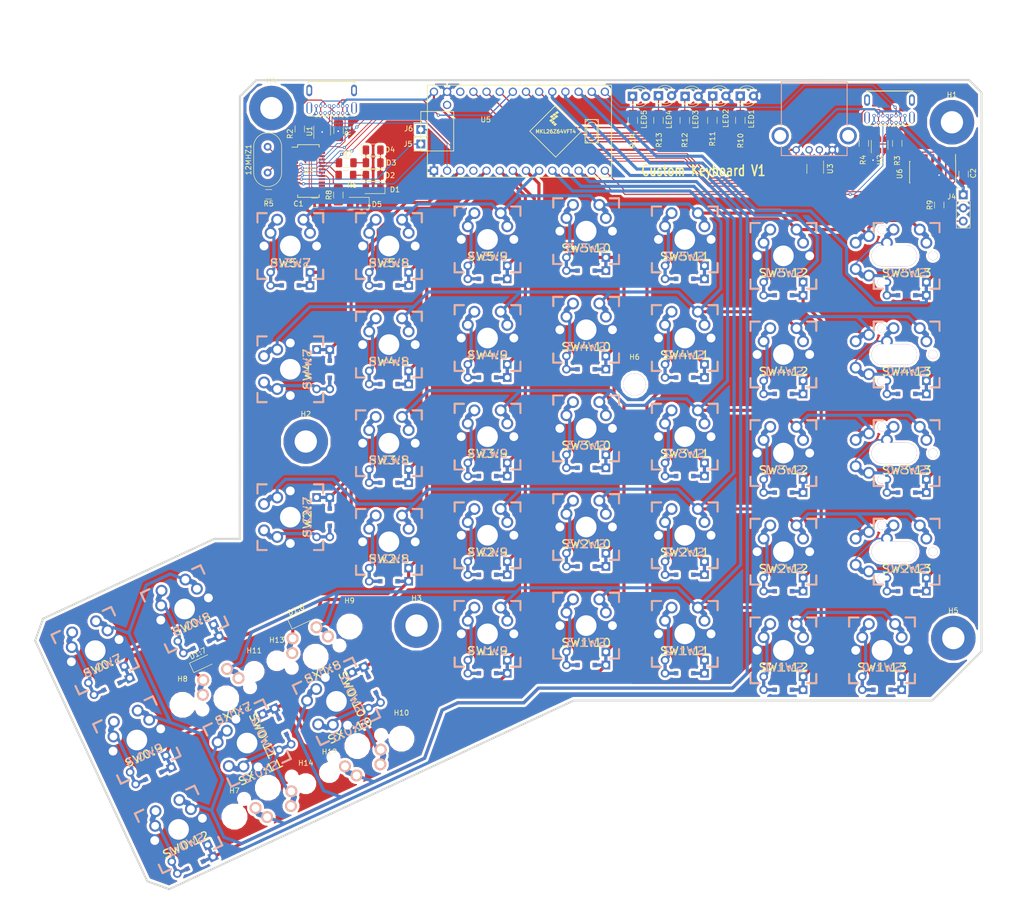
<source format=kicad_pcb>
(kicad_pcb (version 20171130) (host pcbnew 5.0.2+dfsg1-1)
  (layers (0 Front signal) (31 Back signal) (34 B.Paste user) (35 F.Paste user) (36 B.SilkS user) (37 F.SilkS user) (38 B.Mask user hide) (39 F.Mask user hide) (44 Edge.Cuts user))
  (net 0 "")
  (net 1 /COL0)
  (net 2 /COL1)
  (net 3 /COL4)
  (net 4 /COL5)
  (net 5 /COL6)
  (net 6 /ROW0)
  (net 7 /ROW1)
  (net 8 /ROW2)
  (net 9 /ROW3)
  (net 10 /ROW4)
  (net 11 /ROW5)
  (net 12 GND)
  (net 13 "Net-(D1:7-Pad1)")
  (net 14 "Net-(D1:8-Pad1)")
  (net 15 "Net-(SW0:7-Pad2)")
  (net 16 "Net-(SW0:8-Pad2)")
  (net 17 "Net-(SW0:9-Pad2)")
  (net 18 "Net-(SW0:10-Pad2)")
  (net 19 "Net-(SW0:11-Pad2)")
  (net 20 "Net-(SW0:12-Pad2)")
  (net 21 "Net-(SW1:9-Pad2)")
  (net 22 "Net-(SW1:10-Pad2)")
  (net 23 "Net-(SW1:11-Pad2)")
  (net 24 "Net-(SW1:12-Pad2)")
  (net 25 "Net-(SW1:13-Pad2)")
  (net 26 "Net-(SW2:7-Pad2)")
  (net 27 "Net-(SW2:8-Pad2)")
  (net 28 "Net-(SW2:9-Pad2)")
  (net 29 "Net-(SW2:10-Pad2)")
  (net 30 "Net-(SW2:11-Pad2)")
  (net 31 "Net-(SW2:12-Pad2)")
  (net 32 "Net-(SW2:13-Pad2)")
  (net 33 "Net-(SW3:8-Pad2)")
  (net 34 "Net-(SW3:9-Pad2)")
  (net 35 "Net-(SW3:10-Pad2)")
  (net 36 "Net-(SW3:11-Pad2)")
  (net 37 "Net-(SW3:12-Pad2)")
  (net 38 "Net-(SW3:13-Pad2)")
  (net 39 "Net-(SW4:7-Pad2)")
  (net 40 "Net-(SW4:8-Pad2)")
  (net 41 "Net-(SW4:9-Pad2)")
  (net 42 "Net-(SW4:10-Pad2)")
  (net 43 "Net-(SW4:11-Pad2)")
  (net 44 "Net-(SW4:12-Pad2)")
  (net 45 "Net-(SW4:13-Pad2)")
  (net 46 "Net-(SW5:7-Pad2)")
  (net 47 "Net-(SW5:8-Pad2)")
  (net 48 "Net-(SW5:9-Pad2)")
  (net 49 "Net-(SW5:10-Pad2)")
  (net 50 "Net-(SW5:11-Pad2)")
  (net 51 "Net-(SW5:12-Pad2)")
  (net 52 "Net-(SW5:13-Pad2)")
  (net 53 +5V)
  (net 54 "Net-(J1-PadA5)")
  (net 55 INPUT_USB_CONN_D+)
  (net 56 INPUT_USB_CONN_D-)
  (net 57 MOSI_IN)
  (net 58 "Net-(J1-PadB5)")
  (net 59 SCK_IN)
  (net 60 "Net-(J1-PadP1)")
  (net 61 "Net-(J2-PadP1)")
  (net 62 SCK_OUT)
  (net 63 OUTPUTC_USB_CONN_D-)
  (net 64 OUTPUTC_USB_CONN_D+)
  (net 65 "Net-(J2-PadB5)")
  (net 66 MOSI_OUT)
  (net 67 "Net-(J2-PadA5)")
  (net 68 OUTPUTA_USB_CONN_D+)
  (net 69 OUTPUTA_USB_CONN_D-)
  (net 70 LED_BACKLIGHT_33V)
  (net 71 L4)
  (net 72 L3)
  (net 73 L2)
  (net 74 L1)
  (net 75 /COL3)
  (net 76 /COL2)
  (net 77 "Net-(U5-Pad31)")
  (net 78 "Net-(U5-Pad34)")
  (net 79 "Net-(U5-Pad4)")
  (net 80 L5)
  (net 81 "Net-(LED4-Pad1)")
  (net 82 "Net-(LED5-Pad1)")
  (net 83 "Net-(LED3-Pad1)")
  (net 84 "Net-(LED2-Pad1)")
  (net 85 "Net-(LED1-Pad1)")
  (net 86 "Net-(R9-Pad2)")
  (net 87 "Net-(J4-Pad3)")
  (net 88 "Net-(D3-Pad2)")
  (net 89 "Net-(R7-Pad2)")
  (net 90 "Net-(R5-Pad1)")
  (net 91 "Net-(D1-Pad1)")
  (net 92 "Net-(D5-Pad2)")
  (net 93 "Net-(R6-Pad2)")
  (net 94 "Net-(D1-Pad2)")
  (net 95 OUTPUTA_USB_D+)
  (net 96 OUTPUTA_USB_D-)
  (net 97 OUTPUTC_USB_D-)
  (net 98 OUTPUTC_USB_D+)
  (net 99 INPUT_USB_D+)
  (net 100 INPUT_USB_D-)
  (net 101 "Net-(12MHZ1-Pad2)")
  (net 102 "Net-(12MHZ1-Pad1)")
  (net 103 "Net-(U4-Pad4)")
  (net 104 "Net-(U4-Pad5)")
  (net 105 TEENSY_USB_D-)
  (net 106 TEENSY_USB_D+)
  (net 107 "Net-(U4-Pad12)")
  (net 108 "Net-(U4-Pad13)")
  (net 109 "Net-(U4-Pad17)")
  (net 110 "Net-(U4-Pad18)")
  (net 111 "Net-(U4-Pad19)")
  (net 112 "Net-(U4-Pad21)")
  (net 113 "Net-(U4-Pad25)")
  (net 114 "Net-(U4-Pad26)")
  (net 115 "Net-(U4-Pad27)")
  (net 116 "Net-(U4-Pad28)")
  (net 117 "Net-(U6-Pad13)")
  (net 118 "Net-(U6-Pad11)")
  (net 119 "Net-(U6-Pad10)")
  (net 120 "Net-(U6-Pad6)")
  (net 121 "Net-(U6-Pad8)")
  (module MountingHole:MountingHole_4.3mm_M4_Pad (layer Front) (at 138.8872 91.8464)
    (fp_text reference H6 (at 0 -5.3) (layer F.SilkS))
    (fp_text value MountingHole)
    (pad 1 thru_hole circle (at 0 0) (size 4.3 4.3) (drill 4.3) (layers *.Cu *.Mask))
  )
  (module USBC:GCT_USB4085-GF-A_REVA (layer Front) (at 188.1378 37.2364 180)
    (fp_text reference J2 (at 1.0414 -5.5372 180) (layer F.SilkS) (effects (font (size 1.00015 1.00015) (thickness 0.015))))
    (fp_text value OutputC)
    (pad P4 thru_hole oval (at -4.325 0.335 180) (size 1.108 2.216) (drill oval 0.6 1.4) (layers *.Cu *.Mask) (net 61 "Net-(J2-PadP1)"))
    (pad P3 thru_hole oval (at 4.325 0.335 180) (size 1.108 2.216) (drill oval 0.6 1.4) (layers *.Cu *.Mask) (net 61 "Net-(J2-PadP1)"))
    (pad P2 thru_hole oval (at 4.325 -3.045 180) (size 1.108 2.216) (drill oval 0.6 2.1) (layers *.Cu *.Mask) (net 61 "Net-(J2-PadP1)"))
    (pad P1 thru_hole oval (at -4.325 -3.045 180) (size 1.108 2.216) (drill oval 0.6 2.1) (layers *.Cu *.Mask) (net 61 "Net-(J2-PadP1)"))
    (pad B12 thru_hole circle (at -2.975 -2.675 180) (size 0.65 0.65) (drill 0.4) (layers *.Cu *.Mask) (net 12 GND))
    (pad B9 thru_hole circle (at -2.125 -2.675 180) (size 0.65 0.65) (drill 0.4) (layers *.Cu *.Mask) (net 53 +5V))
    (pad B8 thru_hole circle (at -1.275 -2.675 180) (size 0.65 0.65) (drill 0.4) (layers *.Cu *.Mask) (net 62 SCK_OUT))
    (pad B7 thru_hole circle (at -0.425 -2.675 180) (size 0.65 0.65) (drill 0.4) (layers *.Cu *.Mask) (net 63 OUTPUTC_USB_CONN_D-))
    (pad B6 thru_hole circle (at 0.425 -2.675 180) (size 0.65 0.65) (drill 0.4) (layers *.Cu *.Mask) (net 64 OUTPUTC_USB_CONN_D+))
    (pad B5 thru_hole circle (at 1.275 -2.675 180) (size 0.65 0.65) (drill 0.4) (layers *.Cu *.Mask) (net 65 "Net-(J2-PadB5)"))
    (pad B4 thru_hole circle (at 2.125 -2.675 180) (size 0.65 0.65) (drill 0.4) (layers *.Cu *.Mask) (net 53 +5V))
    (pad B1 thru_hole circle (at 2.975 -2.675 180) (size 0.65 0.65) (drill 0.4) (layers *.Cu *.Mask) (net 12 GND))
    (pad A12 thru_hole circle (at 2.975 -4.025 180) (size 0.65 0.65) (drill 0.4) (layers *.Cu *.Mask) (net 12 GND))
    (pad A9 thru_hole circle (at 2.125 -4.025 180) (size 0.65 0.65) (drill 0.4) (layers *.Cu *.Mask) (net 53 +5V))
    (pad A8 thru_hole circle (at 1.275 -4.025 180) (size 0.65 0.65) (drill 0.4) (layers *.Cu *.Mask) (net 66 MOSI_OUT))
    (pad A7 thru_hole circle (at 0.425 -4.025 180) (size 0.65 0.65) (drill 0.4) (layers *.Cu *.Mask) (net 63 OUTPUTC_USB_CONN_D-))
    (pad A6 thru_hole circle (at -0.425 -4.025 180) (size 0.65 0.65) (drill 0.4) (layers *.Cu *.Mask) (net 64 OUTPUTC_USB_CONN_D+))
    (pad A5 thru_hole circle (at -1.275 -4.025 180) (size 0.65 0.65) (drill 0.4) (layers *.Cu *.Mask) (net 67 "Net-(J2-PadA5)"))
    (pad A4 thru_hole circle (at -2.125 -4.025 180) (size 0.65 0.65) (drill 0.4) (layers *.Cu *.Mask) (net 53 +5V))
    (pad A1 thru_hole circle (at -2.975 -4.025 180) (size 0.65 0.65) (drill 0.4) (layers *.Cu *.Mask) (net 12 GND))
  )
  (module Teensy:Teensy_LC_CUSTOM_EDIT (layer Front) (at 116.6495 42.926)
    (fp_text reference U5 (at -6.5151 -2.2352) (layer F.SilkS))
    (fp_text value Teensy-LC)
    (fp_text user MKL26Z64VFT4 (at 7 0.06) (layer F.SilkS) (effects (font (size 0.7 0.7))))
    (pad 20 thru_hole circle (at 16.51 -7.62) (size 1.6 1.6) (drill 1.1) (layers *.Cu *.Mask) (net 62 SCK_OUT))
    (pad 14 thru_hole circle (at 16.51 7.62) (size 1.6 1.6) (drill 1.1) (layers *.Cu *.Mask) (net 70 LED_BACKLIGHT_33V))
    (pad 21 thru_hole circle (at 13.97 -7.62) (size 1.6 1.6) (drill 1.1) (layers *.Cu *.Mask) (net 1 /COL0))
    (pad 22 thru_hole circle (at 11.43 -7.62) (size 1.6 1.6) (drill 1.1) (layers *.Cu *.Mask) (net 2 /COL1))
    (pad 23 thru_hole circle (at 8.89 -7.62) (size 1.6 1.6) (drill 1.1) (layers *.Cu *.Mask) (net 6 /ROW0))
    (pad 24 thru_hole circle (at 6.35 -7.62) (size 1.6 1.6) (drill 1.1) (layers *.Cu *.Mask) (net 7 /ROW1))
    (pad 25 thru_hole circle (at 3.81 -7.62) (size 1.6 1.6) (drill 1.1) (layers *.Cu *.Mask) (net 80 L5))
    (pad 26 thru_hole circle (at 1.27 -7.62) (size 1.6 1.6) (drill 1.1) (layers *.Cu *.Mask) (net 71 L4))
    (pad 27 thru_hole circle (at -1.27 -7.62) (size 1.6 1.6) (drill 1.1) (layers *.Cu *.Mask) (net 59 SCK_IN))
    (pad 28 thru_hole circle (at -3.81 -7.62) (size 1.6 1.6) (drill 1.1) (layers *.Cu *.Mask) (net 72 L3))
    (pad 29 thru_hole circle (at -6.35 -7.62) (size 1.6 1.6) (drill 1.1) (layers *.Cu *.Mask) (net 73 L2))
    (pad 30 thru_hole circle (at -8.89 -7.62) (size 1.6 1.6) (drill 1.1) (layers *.Cu *.Mask) (net 74 L1))
    (pad 31 thru_hole circle (at -11.43 -7.62) (size 1.6 1.6) (drill 1.1) (layers *.Cu *.Mask) (net 77 "Net-(U5-Pad31)"))
    (pad 32 thru_hole circle (at -13.97 -7.62) (size 1.6 1.6) (drill 1.1) (layers *.Cu *.Mask) (net 12 GND))
    (pad 33 thru_hole circle (at -16.51 -7.62) (size 1.6 1.6) (drill 1.1) (layers *.Cu *.Mask) (net 53 +5V))
    (pad 34 thru_hole circle (at -13.97 -5.08) (size 1.6 1.6) (drill 1.1) (layers *.Cu *.Mask) (net 78 "Net-(U5-Pad34)"))
    (pad 13 thru_hole circle (at 13.97 7.62) (size 1.6 1.6) (drill 1.1) (layers *.Cu *.Mask) (net 66 MOSI_OUT))
    (pad 12 thru_hole circle (at 11.43 7.62) (size 1.6 1.6) (drill 1.1) (layers *.Cu *.Mask) (net 8 /ROW2))
    (pad 11 thru_hole circle (at 8.89 7.62) (size 1.6 1.6) (drill 1.1) (layers *.Cu *.Mask) (net 9 /ROW3))
    (pad 10 thru_hole circle (at 6.35 7.62) (size 1.6 1.6) (drill 1.1) (layers *.Cu *.Mask) (net 10 /ROW4))
    (pad 9 thru_hole circle (at 3.81 7.62) (size 1.6 1.6) (drill 1.1) (layers *.Cu *.Mask) (net 11 /ROW5))
    (pad 8 thru_hole circle (at 1.27 7.62) (size 1.6 1.6) (drill 1.1) (layers *.Cu *.Mask) (net 76 /COL2))
    (pad 7 thru_hole circle (at -1.27 7.62) (size 1.6 1.6) (drill 1.1) (layers *.Cu *.Mask) (net 75 /COL3))
    (pad 6 thru_hole circle (at -3.81 7.62) (size 1.6 1.6) (drill 1.1) (layers *.Cu *.Mask) (net 3 /COL4))
    (pad 5 thru_hole circle (at -6.35 7.62) (size 1.6 1.6) (drill 1.1) (layers *.Cu *.Mask) (net 4 /COL5))
    (pad 4 thru_hole circle (at -8.89 7.62) (size 1.6 1.6) (drill 1.1) (layers *.Cu *.Mask) (net 79 "Net-(U5-Pad4)"))
    (pad 3 thru_hole circle (at -11.43 7.62) (size 1.6 1.6) (drill 1.1) (layers *.Cu *.Mask) (net 5 /COL6))
    (pad 2 thru_hole circle (at -13.97 7.62) (size 1.6 1.6) (drill 1.1) (layers *.Cu *.Mask) (net 57 MOSI_IN))
    (pad 1 thru_hole rect (at -16.51 7.62) (size 1.6 1.6) (drill 1.1) (layers *.Cu *.Mask) (net 12 GND))
  )
  (module Connector_PinHeader_2.54mm:PinHeader_1x01_P2.54mm_Vertical (layer Front) (at 97.5995 45.4025)
    (fp_text reference J5 (at -2.4765 0) (layer F.SilkS))
    (fp_text value Conn_01x01)
    (pad 1 thru_hole rect (at 0 0) (size 1.7 1.7) (drill 1) (layers *.Cu *.Mask) (net 105 TEENSY_USB_D-))
  )
  (module Connector_PinHeader_2.54mm:PinHeader_1x01_P2.54mm_Vertical (layer Front) (at 97.5995 42.6085)
    (fp_text reference J6 (at -2.3495 -0.1905) (layer F.SilkS))
    (fp_text value Conn_01x01)
    (pad 1 thru_hole rect (at 0 0) (size 1.7 1.7) (drill 1) (layers *.Cu *.Mask) (net 106 TEENSY_USB_D+))
  )
  (module MountingHole:MountingHole_3mm (layer Front) (at 69.7865 145.2245)
    (fp_text reference H13 (at 0 -4) (layer F.SilkS))
    (fp_text value MountingHole)
    (pad 1 np_thru_hole circle (at 0 0) (size 3 3) (drill 3) (layers *.Cu *.Mask))
  )
  (module MountingHole:MountingHole_3mm (layer Front) (at 79.9465 166.8145)
    (fp_text reference H12 (at 0 -4) (layer F.SilkS))
    (fp_text value MountingHole)
    (pad 1 np_thru_hole circle (at 0 0) (size 3 3) (drill 3) (layers *.Cu *.Mask))
  )
  (module MountingHole:MountingHole_3mm (layer Front) (at 65.405 147.2565)
    (fp_text reference H11 (at 0 -4) (layer F.SilkS))
    (fp_text value MountingHole)
    (pad 1 np_thru_hole circle (at 0 0) (size 3 3) (drill 3) (layers *.Cu *.Mask))
  )
  (module MountingHole:MountingHole_3mm (layer Front) (at 75.3745 168.9735)
    (fp_text reference H14 (at 0 -4) (layer F.SilkS))
    (fp_text value MountingHole)
    (pad 1 np_thru_hole circle (at 0 0) (size 3 3) (drill 3) (layers *.Cu *.Mask))
  )
  (module MountingHole:MountingHole_4mm (layer Front) (at 93.853 160.274)
    (fp_text reference H10 (at 0 -5) (layer F.SilkS))
    (fp_text value MountingHole)
    (pad 1 np_thru_hole circle (at 0 0) (size 4 4) (drill 4) (layers *.Cu *.Mask))
  )
  (module MountingHole:MountingHole_4mm (layer Front) (at 83.82 138.6205)
    (fp_text reference H9 (at 0 -5) (layer F.SilkS))
    (fp_text value MountingHole)
    (pad 1 np_thru_hole circle (at 0 0) (size 4 4) (drill 4) (layers *.Cu *.Mask))
  )
  (module MountingHole:MountingHole_4mm (layer Front) (at 51.562 153.7335)
    (fp_text reference H8 (at 0 -5) (layer F.SilkS))
    (fp_text value MountingHole)
    (pad 1 np_thru_hole circle (at 0 0) (size 4 4) (drill 4) (layers *.Cu *.Mask))
  )
  (module MountingHole:MountingHole_4mm (layer Front) (at 61.595 175.3235)
    (fp_text reference H7 (at 0 -5) (layer F.SilkS))
    (fp_text value MountingHole)
    (pad 1 np_thru_hole circle (at 0 0) (size 4 4) (drill 4) (layers *.Cu *.Mask))
  )
  (module Diode_SMD:D_SOD-123 (layer Front) (at 55.370831 145.648834 25)
    (fp_text reference D1:7 (at 0 -2 25) (layer F.SilkS))
    (fp_text value D)
    (pad 2 smd rect (at 1.65 0 25) (size 0.9 1.2) (layers Front F.Paste F.Mask) (net 5 /COL6))
    (pad 1 smd rect (at -1.65 0 25) (size 0.9 1.2) (layers Front F.Paste F.Mask) (net 13 "Net-(D1:7-Pad1)"))
  )
  (module Diode_SMD:D_SOD-123 (layer Front) (at 74.3585 137.2235 25)
    (fp_text reference D1:8 (at 0 -2 25) (layer F.SilkS))
    (fp_text value D)
    (pad 1 smd rect (at -1.65 0 25) (size 0.9 1.2) (layers Front F.Paste F.Mask) (net 14 "Net-(D1:8-Pad1)"))
    (pad 2 smd rect (at 1.65 0 25) (size 0.9 1.2) (layers Front F.Paste F.Mask) (net 4 /COL5))
  )
  (module SWITCH:MX_FLIP2 (layer Front) (at 77.2795 144.43202 25)
    (fp_text reference SX1:8 (at 0 3.302 25) (layer F.SilkS) (effects (font (size 1.524 1.778) (thickness 0.254))))
    (fp_text value SX1:5 (at 0 3.302 25) (layer B.SilkS) (effects (font (size 1.524 1.778) (thickness 0.254)) (justify mirror)))
    (pad 2 thru_hole circle (at -2.54 -5.08 25) (size 2.286 2.286) (drill 1.4986) (layers *.Cu *.SilkS *.Mask) (net 14 "Net-(D1:8-Pad1)"))
    (pad 1 thru_hole circle (at 3.81 -2.54 25) (size 2.286 2.286) (drill 1.4986) (layers *.Cu *.SilkS *.Mask) (net 7 /ROW1))
    (pad "" np_thru_hole circle (at 5.08 0 25) (size 1.7018 1.7018) (drill 1.7018) (layers *.Cu *.Mask))
    (pad "" np_thru_hole circle (at -5.08 0 25) (size 1.7018 1.7018) (drill 1.7018) (layers *.Cu *.Mask))
    (pad "" np_thru_hole circle (at 0 0 25) (size 3.9878 3.9878) (drill 3.9878) (layers *.Cu *.Mask))
    (pad 2 thru_hole circle (at -3.81 -2.54 25) (size 2.286 2.286) (drill 1.4986) (layers *.Cu *.SilkS *.Mask) (net 14 "Net-(D1:8-Pad1)"))
    (pad 1 thru_hole circle (at 2.54 -5.08 25) (size 2.286 2.286) (drill 1.4986) (layers *.Cu *.SilkS *.Mask) (net 7 /ROW1))
  )
  (module SWITCH:MX_FLIP2 (layer Front) (at 60.01512 152.48382 25)
    (fp_text reference SX1:7 (at 0 3.302 25) (layer F.SilkS) (effects (font (size 1.524 1.778) (thickness 0.254))))
    (fp_text value SX1:6 (at 0 3.302 25) (layer B.SilkS) (effects (font (size 1.524 1.778) (thickness 0.254)) (justify mirror)))
    (pad 1 thru_hole circle (at 2.54 -5.08 25) (size 2.286 2.286) (drill 1.4986) (layers *.Cu *.SilkS *.Mask) (net 7 /ROW1))
    (pad 2 thru_hole circle (at -3.81 -2.54 25) (size 2.286 2.286) (drill 1.4986) (layers *.Cu *.SilkS *.Mask) (net 13 "Net-(D1:7-Pad1)"))
    (pad "" np_thru_hole circle (at 0 0 25) (size 3.9878 3.9878) (drill 3.9878) (layers *.Cu *.Mask))
    (pad "" np_thru_hole circle (at -5.08 0 25) (size 1.7018 1.7018) (drill 1.7018) (layers *.Cu *.Mask))
    (pad "" np_thru_hole circle (at 5.08 0 25) (size 1.7018 1.7018) (drill 1.7018) (layers *.Cu *.Mask))
    (pad 1 thru_hole circle (at 3.81 -2.54 25) (size 2.286 2.286) (drill 1.4986) (layers *.Cu *.SilkS *.Mask) (net 7 /ROW1))
    (pad 2 thru_hole circle (at -2.54 -5.08 25) (size 2.286 2.286) (drill 1.4986) (layers *.Cu *.SilkS *.Mask) (net 13 "Net-(D1:7-Pad1)"))
  )
  (module SWITCH:MX_FLIP2 (layer Front) (at 68.06438 169.7482 205)
    (fp_text reference SX0:11 (at 0 3.302 205) (layer F.SilkS) (effects (font (size 1.524 1.778) (thickness 0.254))))
    (fp_text value SX0:2 (at 0 3.302 205) (layer B.SilkS) (effects (font (size 1.524 1.778) (thickness 0.254)) (justify mirror)))
    (pad 2 thru_hole circle (at -2.54 -5.08 205) (size 2.286 2.286) (drill 1.4986) (layers *.Cu *.SilkS *.Mask) (net 19 "Net-(SW0:11-Pad2)"))
    (pad 1 thru_hole circle (at 3.81 -2.54 205) (size 2.286 2.286) (drill 1.4986) (layers *.Cu *.SilkS *.Mask) (net 6 /ROW0))
    (pad "" np_thru_hole circle (at 5.08 0 205) (size 1.7018 1.7018) (drill 1.7018) (layers *.Cu *.Mask))
    (pad "" np_thru_hole circle (at -5.08 0 205) (size 1.7018 1.7018) (drill 1.7018) (layers *.Cu *.Mask))
    (pad "" np_thru_hole circle (at 0 0 205) (size 3.9878 3.9878) (drill 3.9878) (layers *.Cu *.Mask))
    (pad 2 thru_hole circle (at -3.81 -2.54 205) (size 2.286 2.286) (drill 1.4986) (layers *.Cu *.SilkS *.Mask) (net 19 "Net-(SW0:11-Pad2)"))
    (pad 1 thru_hole circle (at 2.54 -5.08 205) (size 2.286 2.286) (drill 1.4986) (layers *.Cu *.SilkS *.Mask) (net 6 /ROW0))
  )
  (module SWITCH:MX_FLIP2 (layer Front) (at 85.3313 161.69894 205)
    (fp_text reference SX0:10 (at 0 3.302 205) (layer F.SilkS) (effects (font (size 1.524 1.778) (thickness 0.254))))
    (fp_text value SX0:3 (at 0 3.302 205) (layer B.SilkS) (effects (font (size 1.524 1.778) (thickness 0.254)) (justify mirror)))
    (pad 1 thru_hole circle (at 2.54 -5.08 205) (size 2.286 2.286) (drill 1.4986) (layers *.Cu *.SilkS *.Mask) (net 6 /ROW0))
    (pad 2 thru_hole circle (at -3.81 -2.54 205) (size 2.286 2.286) (drill 1.4986) (layers *.Cu *.SilkS *.Mask) (net 18 "Net-(SW0:10-Pad2)"))
    (pad "" np_thru_hole circle (at 0 0 205) (size 3.9878 3.9878) (drill 3.9878) (layers *.Cu *.Mask))
    (pad "" np_thru_hole circle (at -5.08 0 205) (size 1.7018 1.7018) (drill 1.7018) (layers *.Cu *.Mask))
    (pad "" np_thru_hole circle (at 5.08 0 205) (size 1.7018 1.7018) (drill 1.7018) (layers *.Cu *.Mask))
    (pad 1 thru_hole circle (at 3.81 -2.54 205) (size 2.286 2.286) (drill 1.4986) (layers *.Cu *.SilkS *.Mask) (net 6 /ROW0))
    (pad 2 thru_hole circle (at -2.54 -5.08 205) (size 2.286 2.286) (drill 1.4986) (layers *.Cu *.SilkS *.Mask) (net 18 "Net-(SW0:10-Pad2)"))
  )
  (module "ErgoDOX pcb:MX_FLIP_DIODE" (layer Front) (at 110.49 140.02766)
    (fp_text reference SW1:9 (at 0 3.302) (layer F.SilkS) (effects (font (size 1.524 1.778) (thickness 0.254))))
    (fp_text value SW1:4 (at 0 3.302) (layer B.SilkS) (effects (font (size 1.524 1.778) (thickness 0.254)) (justify mirror)))
    (fp_line (start 1.6637 7.62) (end 3.81 7.62) (layer Front) (width 0.6096))
    (fp_line (start -3.81 7.62) (end -1.6637 7.62) (layer Front) (width 0.6096))
    (fp_line (start 1.6637 7.62) (end 3.81 7.62) (layer Back) (width 0.6096))
    (fp_line (start -3.81 7.62) (end -1.6637 7.62) (layer Back) (width 0.6096))
    (pad 99 smd rect (at 1.6637 7.62) (size 0.8382 0.8382) (layers Back B.Paste B.Mask))
    (pad 99 smd rect (at 1.6637 7.62) (size 0.8382 0.8382) (layers Front F.Paste F.Mask))
    (pad 99 smd rect (at -1.6637 7.62) (size 0.8382 0.8382) (layers Back B.Paste B.Mask))
    (pad 99 smd rect (at -1.6637 7.62) (size 0.8382 0.8382) (layers Front F.Paste F.Mask))
    (pad 4 thru_hole rect (at 3.81 7.62) (size 1.651 1.651) (drill 0.9906) (layers *.Cu *.Mask) (net 3 /COL4))
    (pad 3 thru_hole circle (at -3.81 7.62) (size 1.651 1.651) (drill 0.9906) (layers *.Cu *.Mask) (net 21 "Net-(SW1:9-Pad2)"))
    (pad 4 thru_hole rect (at 3.81 5.08) (size 1.651 1.651) (drill 0.9906) (layers *.Cu *.Mask) (net 3 /COL4))
    (pad 3 thru_hole circle (at -3.81 5.08) (size 1.651 1.651) (drill 0.9906) (layers *.Cu *.Mask) (net 21 "Net-(SW1:9-Pad2)"))
    (pad 2 thru_hole circle (at -2.54 -5.08) (size 2.286 2.286) (drill 1.4986) (layers *.Cu *.Mask) (net 21 "Net-(SW1:9-Pad2)"))
    (pad 1 thru_hole circle (at 3.81 -2.54) (size 2.286 2.286) (drill 1.4986) (layers *.Cu *.Mask) (net 7 /ROW1))
    (pad 0 thru_hole circle (at 5.08 0) (size 1.7018 1.7018) (drill 1.7018) (layers *.Cu *.Mask) (net 12 GND))
    (pad 0 thru_hole circle (at -5.08 0) (size 1.7018 1.7018) (drill 1.7018) (layers *.Cu *.Mask) (net 12 GND))
    (pad 0 thru_hole circle (at 0 0) (size 3.9878 3.9878) (drill 3.9878) (layers *.Cu *.Mask) (net 12 GND))
    (pad 2 thru_hole circle (at -3.81 -2.54) (size 2.286 2.286) (drill 1.4986) (layers *.Cu *.Mask) (net 21 "Net-(SW1:9-Pad2)"))
    (pad 1 thru_hole circle (at 2.54 -5.08) (size 2.286 2.286) (drill 1.4986) (layers *.Cu *.Mask) (net 7 /ROW1))
  )
  (module "ErgoDOX pcb:MX_FLIP_DIODE" (layer Front) (at 81.30286 153.06548 115)
    (fp_text reference SW0:10 (at 0.000001 3.302 115) (layer F.SilkS) (effects (font (size 1.524 1.778) (thickness 0.254))))
    (fp_text value SW0:3 (at 0.000001 3.302 115) (layer B.SilkS) (effects (font (size 1.524 1.778) (thickness 0.254)) (justify mirror)))
    (fp_line (start 1.6637 7.62) (end 3.81 7.62) (layer Front) (width 0.6096))
    (fp_line (start -3.81 7.62) (end -1.6637 7.62) (layer Front) (width 0.6096))
    (fp_line (start 1.6637 7.62) (end 3.81 7.62) (layer Back) (width 0.6096))
    (fp_line (start -3.81 7.62) (end -1.6637 7.62) (layer Back) (width 0.6096))
    (pad 99 smd rect (at 1.6637 7.62 115) (size 0.8382 0.8382) (layers Back B.Paste B.Mask))
    (pad 99 smd rect (at 1.6637 7.62 115) (size 0.8382 0.8382) (layers Front F.Paste F.Mask))
    (pad 99 smd rect (at -1.6637 7.62 115) (size 0.8382 0.8382) (layers Back B.Paste B.Mask))
    (pad 99 smd rect (at -1.6637 7.62 115) (size 0.8382 0.8382) (layers Front F.Paste F.Mask))
    (pad 4 thru_hole rect (at 3.81 7.62 115) (size 1.651 1.651) (drill 0.9906) (layers *.Cu *.Mask) (net 75 /COL3))
    (pad 3 thru_hole circle (at -3.81 7.62 115) (size 1.651 1.651) (drill 0.9906) (layers *.Cu *.Mask) (net 18 "Net-(SW0:10-Pad2)"))
    (pad 4 thru_hole rect (at 3.81 5.08 115) (size 1.651 1.651) (drill 0.9906) (layers *.Cu *.Mask) (net 75 /COL3))
    (pad 3 thru_hole circle (at -3.81 5.08 115) (size 1.651 1.651) (drill 0.9906) (layers *.Cu *.Mask) (net 18 "Net-(SW0:10-Pad2)"))
    (pad 2 thru_hole circle (at -2.54 -5.08 115) (size 2.286 2.286) (drill 1.4986) (layers *.Cu *.Mask) (net 18 "Net-(SW0:10-Pad2)"))
    (pad 1 thru_hole circle (at 3.81 -2.54 115) (size 2.286 2.286) (drill 1.4986) (layers *.Cu *.Mask) (net 6 /ROW0))
    (pad 0 thru_hole circle (at 5.08 0 115) (size 1.7018 1.7018) (drill 1.7018) (layers *.Cu *.Mask) (net 12 GND))
    (pad 0 thru_hole circle (at -5.08 0 115) (size 1.7018 1.7018) (drill 1.7018) (layers *.Cu *.Mask) (net 12 GND))
    (pad 0 thru_hole circle (at 0 0 115) (size 3.9878 3.9878) (drill 3.9878) (layers *.Cu *.Mask) (net 12 GND))
    (pad 2 thru_hole circle (at -3.81 -2.54 115) (size 2.286 2.286) (drill 1.4986) (layers *.Cu *.Mask) (net 18 "Net-(SW0:10-Pad2)"))
    (pad 1 thru_hole circle (at 2.54 -5.08 115) (size 2.286 2.286) (drill 1.4986) (layers *.Cu *.Mask) (net 6 /ROW0))
  )
  (module "ErgoDOX pcb:MX_FLIP_DIODE" (layer Front) (at 186.69 143.20266)
    (fp_text reference SW1:13 (at 0 3.302) (layer F.SilkS) (effects (font (size 1.524 1.778) (thickness 0.254))))
    (fp_text value SW1:0 (at 0 3.302) (layer B.SilkS) (effects (font (size 1.524 1.778) (thickness 0.254)) (justify mirror)))
    (fp_line (start -3.81 7.62) (end -1.6637 7.62) (layer Back) (width 0.6096))
    (fp_line (start 1.6637 7.62) (end 3.81 7.62) (layer Back) (width 0.6096))
    (fp_line (start -3.81 7.62) (end -1.6637 7.62) (layer Front) (width 0.6096))
    (fp_line (start 1.6637 7.62) (end 3.81 7.62) (layer Front) (width 0.6096))
    (pad 1 thru_hole circle (at 2.54 -5.08) (size 2.286 2.286) (drill 1.4986) (layers *.Cu *.Mask) (net 7 /ROW1))
    (pad 2 thru_hole circle (at -3.81 -2.54) (size 2.286 2.286) (drill 1.4986) (layers *.Cu *.Mask) (net 25 "Net-(SW1:13-Pad2)"))
    (pad 0 thru_hole circle (at 0 0) (size 3.9878 3.9878) (drill 3.9878) (layers *.Cu *.Mask) (net 12 GND))
    (pad 0 thru_hole circle (at -5.08 0) (size 1.7018 1.7018) (drill 1.7018) (layers *.Cu *.Mask) (net 12 GND))
    (pad 0 thru_hole circle (at 5.08 0) (size 1.7018 1.7018) (drill 1.7018) (layers *.Cu *.Mask) (net 12 GND))
    (pad 1 thru_hole circle (at 3.81 -2.54) (size 2.286 2.286) (drill 1.4986) (layers *.Cu *.Mask) (net 7 /ROW1))
    (pad 2 thru_hole circle (at -2.54 -5.08) (size 2.286 2.286) (drill 1.4986) (layers *.Cu *.Mask) (net 25 "Net-(SW1:13-Pad2)"))
    (pad 3 thru_hole circle (at -3.81 5.08) (size 1.651 1.651) (drill 0.9906) (layers *.Cu *.Mask) (net 25 "Net-(SW1:13-Pad2)"))
    (pad 4 thru_hole rect (at 3.81 5.08) (size 1.651 1.651) (drill 0.9906) (layers *.Cu *.Mask) (net 1 /COL0))
    (pad 3 thru_hole circle (at -3.81 7.62) (size 1.651 1.651) (drill 0.9906) (layers *.Cu *.Mask) (net 25 "Net-(SW1:13-Pad2)"))
    (pad 4 thru_hole rect (at 3.81 7.62) (size 1.651 1.651) (drill 0.9906) (layers *.Cu *.Mask) (net 1 /COL0))
    (pad 99 smd rect (at -1.6637 7.62) (size 0.8382 0.8382) (layers Front F.Paste F.Mask))
    (pad 99 smd rect (at -1.6637 7.62) (size 0.8382 0.8382) (layers Back B.Paste B.Mask))
    (pad 99 smd rect (at 1.6637 7.62) (size 0.8382 0.8382) (layers Front F.Paste F.Mask))
    (pad 99 smd rect (at 1.6637 7.62) (size 0.8382 0.8382) (layers Back B.Paste B.Mask))
  )
  (module "ErgoDOX pcb:MX_FLIP_XX" (layer Front) (at 191.4525 124.15266)
    (fp_text reference SW2:13 (at 0 3.302) (layer F.SilkS) (effects (font (size 1.524 1.778) (thickness 0.254))))
    (fp_text value SW2:0 (at 0 3.302) (layer B.SilkS) (effects (font (size 1.524 1.778) (thickness 0.254)) (justify mirror)))
    (fp_line (start -3.81 7.62) (end -1.6637 7.62) (layer Back) (width 0.6096))
    (fp_line (start 1.6637 7.62) (end 3.81 7.62) (layer Back) (width 0.6096))
    (fp_line (start -3.81 7.62) (end -1.6637 7.62) (layer Front) (width 0.6096))
    (fp_line (start 1.6637 7.62) (end 3.81 7.62) (layer Front) (width 0.6096))
    (pad 1 thru_hole circle (at 2.54 -5.08) (size 2.286 2.286) (drill 1.4986) (layers *.Cu *.Mask) (net 8 /ROW2))
    (pad 2 thru_hole circle (at -3.81 -2.54) (size 2.286 2.286) (drill 1.4986) (layers *.Cu *.Mask) (net 32 "Net-(SW2:13-Pad2)"))
    (pad "" thru_hole circle (at 5.08 0) (size 1.7018 1.7018) (drill 1.7018) (layers *.Cu *.Mask))
    (pad 1 thru_hole circle (at 3.81 -2.54) (size 2.28346 2.28346) (drill 1.4986) (layers *.Cu *.Mask) (net 8 /ROW2))
    (pad 2 thru_hole circle (at -2.54 -5.08) (size 2.286 2.286) (drill 1.4986) (layers *.Cu *.Mask) (net 32 "Net-(SW2:13-Pad2)"))
    (pad 3 thru_hole circle (at -3.81 5.08) (size 1.651 1.651) (drill 0.9906) (layers *.Cu *.Mask) (net 32 "Net-(SW2:13-Pad2)"))
    (pad 4 thru_hole rect (at 3.81 5.08) (size 1.651 1.651) (drill 0.9906) (layers *.Cu *.Mask) (net 1 /COL0))
    (pad 3 thru_hole circle (at -3.81 7.62) (size 1.651 1.651) (drill 0.9906) (layers *.Cu *.Mask) (net 32 "Net-(SW2:13-Pad2)"))
    (pad 4 thru_hole rect (at 3.81 7.62) (size 1.651 1.651) (drill 0.9906) (layers *.Cu *.Mask) (net 1 /COL0))
    (pad 99 smd rect (at -1.6637 7.62) (size 0.8382 0.8382) (layers Front F.Paste F.Mask))
    (pad 99 smd rect (at -1.6637 7.62) (size 0.8382 0.8382) (layers Back B.Paste B.Mask))
    (pad 99 smd rect (at 1.6637 7.62) (size 0.8382 0.8382) (layers Front F.Paste F.Mask))
    (pad 99 smd rect (at 1.6637 7.62) (size 0.8382 0.8382) (layers Back B.Paste B.Mask))
    (pad 1 thru_hole circle (at -9.8425 -2.54) (size 2.28092 2.28092) (drill 1.4986) (layers *.Cu *.Mask) (net 8 /ROW2))
    (pad 1 thru_hole circle (at -7.3025 -3.81) (size 2.28092 2.28092) (drill 1.4986) (layers *.Cu *.Mask) (net 8 /ROW2))
    (pad 2 thru_hole circle (at -7.3025 3.81) (size 2.28092 2.28092) (drill 1.4986) (layers *.Cu *.Mask) (net 32 "Net-(SW2:13-Pad2)"))
    (pad 2 thru_hole circle (at -9.8425 2.54) (size 2.28092 2.28092) (drill 1.4986) (layers *.Cu *.Mask) (net 32 "Net-(SW2:13-Pad2)"))
    (pad 2 thru_hole oval (at -2.38252 0) (size 8.7503 3.9878) (drill oval 8.7503 3.9878) (layers *.Cu *.Mask) (net 32 "Net-(SW2:13-Pad2)"))
    (pad 3 thru_hole circle (at -4.7625 5.08 90) (size 1.7018 1.7018) (drill 1.7018) (layers *.Cu *.Mask) (net 32 "Net-(SW2:13-Pad2)"))
    (pad 2 thru_hole circle (at -4.7625 -5.08 90) (size 1.7018 1.7018) (drill 1.7018) (layers *.Cu *.Mask) (net 32 "Net-(SW2:13-Pad2)"))
  )
  (module "ErgoDOX pcb:MX_FLIP_XX" (layer Front) (at 191.4525 105.10266)
    (fp_text reference SW3:13 (at 0 3.302) (layer F.SilkS) (effects (font (size 1.524 1.778) (thickness 0.254))))
    (fp_text value SW3:0 (at 0 3.302) (layer B.SilkS) (effects (font (size 1.524 1.778) (thickness 0.254)) (justify mirror)))
    (fp_line (start 1.6637 7.62) (end 3.81 7.62) (layer Front) (width 0.6096))
    (fp_line (start -3.81 7.62) (end -1.6637 7.62) (layer Front) (width 0.6096))
    (fp_line (start 1.6637 7.62) (end 3.81 7.62) (layer Back) (width 0.6096))
    (fp_line (start -3.81 7.62) (end -1.6637 7.62) (layer Back) (width 0.6096))
    (pad 2 thru_hole circle (at -4.7625 -5.08 90) (size 1.7018 1.7018) (drill 1.7018) (layers *.Cu *.Mask) (net 38 "Net-(SW3:13-Pad2)"))
    (pad 3 thru_hole circle (at -4.7625 5.08 90) (size 1.7018 1.7018) (drill 1.7018) (layers *.Cu *.Mask) (net 38 "Net-(SW3:13-Pad2)"))
    (pad 2 thru_hole oval (at -2.38252 0) (size 8.7503 3.9878) (drill oval 8.7503 3.9878) (layers *.Cu *.Mask) (net 38 "Net-(SW3:13-Pad2)"))
    (pad 2 thru_hole circle (at -9.8425 2.54) (size 2.28092 2.28092) (drill 1.4986) (layers *.Cu *.Mask) (net 38 "Net-(SW3:13-Pad2)"))
    (pad 2 thru_hole circle (at -7.3025 3.81) (size 2.28092 2.28092) (drill 1.4986) (layers *.Cu *.Mask) (net 38 "Net-(SW3:13-Pad2)"))
    (pad 1 thru_hole circle (at -7.3025 -3.81) (size 2.28092 2.28092) (drill 1.4986) (layers *.Cu *.Mask) (net 9 /ROW3))
    (pad 1 thru_hole circle (at -9.8425 -2.54) (size 2.28092 2.28092) (drill 1.4986) (layers *.Cu *.Mask) (net 9 /ROW3))
    (pad 99 smd rect (at 1.6637 7.62) (size 0.8382 0.8382) (layers Back B.Paste B.Mask))
    (pad 99 smd rect (at 1.6637 7.62) (size 0.8382 0.8382) (layers Front F.Paste F.Mask))
    (pad 99 smd rect (at -1.6637 7.62) (size 0.8382 0.8382) (layers Back B.Paste B.Mask))
    (pad 99 smd rect (at -1.6637 7.62) (size 0.8382 0.8382) (layers Front F.Paste F.Mask))
    (pad 4 thru_hole rect (at 3.81 7.62) (size 1.651 1.651) (drill 0.9906) (layers *.Cu *.Mask) (net 1 /COL0))
    (pad 3 thru_hole circle (at -3.81 7.62) (size 1.651 1.651) (drill 0.9906) (layers *.Cu *.Mask) (net 38 "Net-(SW3:13-Pad2)"))
    (pad 4 thru_hole rect (at 3.81 5.08) (size 1.651 1.651) (drill 0.9906) (layers *.Cu *.Mask) (net 1 /COL0))
    (pad 3 thru_hole circle (at -3.81 5.08) (size 1.651 1.651) (drill 0.9906) (layers *.Cu *.Mask) (net 38 "Net-(SW3:13-Pad2)"))
    (pad 2 thru_hole circle (at -2.54 -5.08) (size 2.286 2.286) (drill 1.4986) (layers *.Cu *.Mask) (net 38 "Net-(SW3:13-Pad2)"))
    (pad 1 thru_hole circle (at 3.81 -2.54) (size 2.28346 2.28346) (drill 1.4986) (layers *.Cu *.Mask) (net 9 /ROW3))
    (pad "" thru_hole circle (at 5.08 0) (size 1.7018 1.7018) (drill 1.7018) (layers *.Cu *.Mask))
    (pad 2 thru_hole circle (at -3.81 -2.54) (size 2.286 2.286) (drill 1.4986) (layers *.Cu *.Mask) (net 38 "Net-(SW3:13-Pad2)"))
    (pad 1 thru_hole circle (at 2.54 -5.08) (size 2.286 2.286) (drill 1.4986) (layers *.Cu *.Mask) (net 9 /ROW3))
  )
  (module "ErgoDOX pcb:MX_FLIP_XX" (layer Front) (at 191.4525 86.05266)
    (fp_text reference SW4:13 (at 0 3.302) (layer F.SilkS) (effects (font (size 1.524 1.778) (thickness 0.254))))
    (fp_text value SW4:0 (at 0 3.302) (layer B.SilkS) (effects (font (size 1.524 1.778) (thickness 0.254)) (justify mirror)))
    (fp_line (start 1.6637 7.62) (end 3.81 7.62) (layer Front) (width 0.6096))
    (fp_line (start -3.81 7.62) (end -1.6637 7.62) (layer Front) (width 0.6096))
    (fp_line (start 1.6637 7.62) (end 3.81 7.62) (layer Back) (width 0.6096))
    (fp_line (start -3.81 7.62) (end -1.6637 7.62) (layer Back) (width 0.6096))
    (pad 2 thru_hole circle (at -4.7625 -5.08 90) (size 1.7018 1.7018) (drill 1.7018) (layers *.Cu *.Mask) (net 45 "Net-(SW4:13-Pad2)"))
    (pad 3 thru_hole circle (at -4.7625 5.08 90) (size 1.7018 1.7018) (drill 1.7018) (layers *.Cu *.Mask) (net 45 "Net-(SW4:13-Pad2)"))
    (pad 2 thru_hole oval (at -2.38252 0) (size 8.7503 3.9878) (drill oval 8.7503 3.9878) (layers *.Cu *.Mask) (net 45 "Net-(SW4:13-Pad2)"))
    (pad 2 thru_hole circle (at -9.8425 2.54) (size 2.28092 2.28092) (drill 1.4986) (layers *.Cu *.Mask) (net 45 "Net-(SW4:13-Pad2)"))
    (pad 2 thru_hole circle (at -7.3025 3.81) (size 2.28092 2.28092) (drill 1.4986) (layers *.Cu *.Mask) (net 45 "Net-(SW4:13-Pad2)"))
    (pad 1 thru_hole circle (at -7.3025 -3.81) (size 2.28092 2.28092) (drill 1.4986) (layers *.Cu *.Mask) (net 10 /ROW4))
    (pad 1 thru_hole circle (at -9.8425 -2.54) (size 2.28092 2.28092) (drill 1.4986) (layers *.Cu *.Mask) (net 10 /ROW4))
    (pad 99 smd rect (at 1.6637 7.62) (size 0.8382 0.8382) (layers Back B.Paste B.Mask))
    (pad 99 smd rect (at 1.6637 7.62) (size 0.8382 0.8382) (layers Front F.Paste F.Mask))
    (pad 99 smd rect (at -1.6637 7.62) (size 0.8382 0.8382) (layers Back B.Paste B.Mask))
    (pad 99 smd rect (at -1.6637 7.62) (size 0.8382 0.8382) (layers Front F.Paste F.Mask))
    (pad 4 thru_hole rect (at 3.81 7.62) (size 1.651 1.651) (drill 0.9906) (layers *.Cu *.Mask) (net 1 /COL0))
    (pad 3 thru_hole circle (at -3.81 7.62) (size 1.651 1.651) (drill 0.9906) (layers *.Cu *.Mask) (net 45 "Net-(SW4:13-Pad2)"))
    (pad 4 thru_hole rect (at 3.81 5.08) (size 1.651 1.651) (drill 0.9906) (layers *.Cu *.Mask) (net 1 /COL0))
    (pad 3 thru_hole circle (at -3.81 5.08) (size 1.651 1.651) (drill 0.9906) (layers *.Cu *.Mask) (net 45 "Net-(SW4:13-Pad2)"))
    (pad 2 thru_hole circle (at -2.54 -5.08) (size 2.286 2.286) (drill 1.4986) (layers *.Cu *.Mask) (net 45 "Net-(SW4:13-Pad2)"))
    (pad 1 thru_hole circle (at 3.81 -2.54) (size 2.28346 2.28346) (drill 1.4986) (layers *.Cu *.Mask) (net 10 /ROW4))
    (pad "" thru_hole circle (at 5.08 0) (size 1.7018 1.7018) (drill 1.7018) (layers *.Cu *.Mask))
    (pad 2 thru_hole circle (at -3.81 -2.54) (size 2.286 2.286) (drill 1.4986) (layers *.Cu *.Mask) (net 45 "Net-(SW4:13-Pad2)"))
    (pad 1 thru_hole circle (at 2.54 -5.08) (size 2.286 2.286) (drill 1.4986) (layers *.Cu *.Mask) (net 10 /ROW4))
  )
  (module "ErgoDOX pcb:MX_FLIP_XX" (layer Front) (at 191.4525 67.0052)
    (fp_text reference SW5:13 (at 0 3.302) (layer F.SilkS) (effects (font (size 1.524 1.778) (thickness 0.254))))
    (fp_text value SW5:0 (at 0 3.302) (layer B.SilkS) (effects (font (size 1.524 1.778) (thickness 0.254)) (justify mirror)))
    (fp_line (start -3.81 7.62) (end -1.6637 7.62) (layer Back) (width 0.6096))
    (fp_line (start 1.6637 7.62) (end 3.81 7.62) (layer Back) (width 0.6096))
    (fp_line (start -3.81 7.62) (end -1.6637 7.62) (layer Front) (width 0.6096))
    (fp_line (start 1.6637 7.62) (end 3.81 7.62) (layer Front) (width 0.6096))
    (pad 1 thru_hole circle (at 2.54 -5.08) (size 2.286 2.286) (drill 1.4986) (layers *.Cu *.Mask) (net 11 /ROW5))
    (pad 2 thru_hole circle (at -3.81 -2.54) (size 2.286 2.286) (drill 1.4986) (layers *.Cu *.Mask) (net 52 "Net-(SW5:13-Pad2)"))
    (pad "" thru_hole circle (at 5.08 0) (size 1.7018 1.7018) (drill 1.7018) (layers *.Cu *.Mask))
    (pad 1 thru_hole circle (at 3.81 -2.54) (size 2.28346 2.28346) (drill 1.4986) (layers *.Cu *.Mask) (net 11 /ROW5))
    (pad 2 thru_hole circle (at -2.54 -5.08) (size 2.286 2.286) (drill 1.4986) (layers *.Cu *.Mask) (net 52 "Net-(SW5:13-Pad2)"))
    (pad 3 thru_hole circle (at -3.81 5.08) (size 1.651 1.651) (drill 0.9906) (layers *.Cu *.Mask) (net 52 "Net-(SW5:13-Pad2)"))
    (pad 4 thru_hole rect (at 3.81 5.08) (size 1.651 1.651) (drill 0.9906) (layers *.Cu *.Mask) (net 1 /COL0))
    (pad 3 thru_hole circle (at -3.81 7.62) (size 1.651 1.651) (drill 0.9906) (layers *.Cu *.Mask) (net 52 "Net-(SW5:13-Pad2)"))
    (pad 4 thru_hole rect (at 3.81 7.62) (size 1.651 1.651) (drill 0.9906) (layers *.Cu *.Mask) (net 1 /COL0))
    (pad 99 smd rect (at -1.6637 7.62) (size 0.8382 0.8382) (layers Front F.Paste F.Mask))
    (pad 99 smd rect (at -1.6637 7.62) (size 0.8382 0.8382) (layers Back B.Paste B.Mask))
    (pad 99 smd rect (at 1.6637 7.62) (size 0.8382 0.8382) (layers Front F.Paste F.Mask))
    (pad 99 smd rect (at 1.6637 7.62) (size 0.8382 0.8382) (layers Back B.Paste B.Mask))
    (pad 1 thru_hole circle (at -9.8425 -2.54) (size 2.28092 2.28092) (drill 1.4986) (layers *.Cu *.Mask) (net 11 /ROW5))
    (pad 1 thru_hole circle (at -7.3025 -3.81) (size 2.28092 2.28092) (drill 1.4986) (layers *.Cu *.Mask) (net 11 /ROW5))
    (pad 2 thru_hole circle (at -7.3025 3.81) (size 2.28092 2.28092) (drill 1.4986) (layers *.Cu *.Mask) (net 52 "Net-(SW5:13-Pad2)"))
    (pad 2 thru_hole circle (at -9.8425 2.54) (size 2.28092 2.28092) (drill 1.4986) (layers *.Cu *.Mask) (net 52 "Net-(SW5:13-Pad2)"))
    (pad 2 thru_hole oval (at -2.38252 0) (size 8.7503 3.9878) (drill oval 8.7503 3.9878) (layers *.Cu *.Mask) (net 52 "Net-(SW5:13-Pad2)"))
    (pad 3 thru_hole circle (at -4.7625 5.08 90) (size 1.7018 1.7018) (drill 1.7018) (layers *.Cu *.Mask) (net 52 "Net-(SW5:13-Pad2)"))
    (pad 2 thru_hole circle (at -4.7625 -5.08 90) (size 1.7018 1.7018) (drill 1.7018) (layers *.Cu *.Mask) (net 52 "Net-(SW5:13-Pad2)"))
  )
  (module Capacitor_SMD:C_1206_3216Metric (layer Front) (at 77.086 56.7436 180)
    (fp_text reference C1 (at 3.1212 -0.2032 180) (layer F.SilkS))
    (fp_text value 10u)
    (pad 2 smd roundrect (at 1.4 0 180) (size 1.25 1.75) (layers Front F.Paste F.Mask) (roundrect_rratio 0.2) (net 12 GND))
    (pad 1 smd roundrect (at -1.4 0 180) (size 1.25 1.75) (layers Front F.Paste F.Mask) (roundrect_rratio 0.2) (net 53 +5V))
  )
  (module Capacitor_SMD:C_1206_3216Metric (layer Front) (at 202.445114 51.209955 90)
    (fp_text reference C2 (at 0.155955 1.872486 90) (layer F.SilkS))
    (fp_text value 0.1u)
    (pad 1 smd roundrect (at -1.4 0 90) (size 1.25 1.75) (layers Front F.Paste F.Mask) (roundrect_rratio 0.2) (net 53 +5V))
    (pad 2 smd roundrect (at 1.4 0 90) (size 1.25 1.75) (layers Front F.Paste F.Mask) (roundrect_rratio 0.2) (net 12 GND))
  )
  (module Connector_PinHeader_2.54mm:PinHeader_1x03_P2.54mm_Vertical (layer Front) (at 202.381614 55.210455)
    (fp_text reference J4 (at -2.229614 0.364745) (layer F.SilkS))
    (fp_text value Conn_01x03)
    (pad 1 thru_hole rect (at 0 0) (size 1.7 1.7) (drill 1) (layers *.Cu *.Mask) (net 53 +5V))
    (pad 2 thru_hole oval (at 0 2.54) (size 1.7 1.7) (drill 1) (layers *.Cu *.Mask) (net 12 GND))
    (pad 3 thru_hole oval (at 0 5.08) (size 1.7 1.7) (drill 1) (layers *.Cu *.Mask) (net 87 "Net-(J4-Pad3)"))
  )
  (module Crystal:Resonator-2Pin_W10.0mm_H5.0mm (layer Front) (at 68.012928 50.925038 90)
    (fp_text reference 12MHZ1 (at 2.5 -3.7 90) (layer F.SilkS))
    (fp_text value Crystal)
    (pad 1 thru_hole circle (at 0 0 90) (size 1.5 1.5) (drill 0.8) (layers *.Cu *.Mask) (net 102 "Net-(12MHZ1-Pad1)"))
    (pad 2 thru_hole circle (at 5 0 90) (size 1.5 1.5) (drill 0.8) (layers *.Cu *.Mask) (net 101 "Net-(12MHZ1-Pad2)"))
  )
  (module LED_SMD:LED_1206_3216Metric (layer Front) (at 88.396428 53.846038 180)
    (fp_text reference D1 (at -4.211972 -0.357562 180) (layer F.SilkS))
    (fp_text value D)
    (pad 1 smd roundrect (at -1.4 0 180) (size 1.25 1.75) (layers Front F.Paste F.Mask) (roundrect_rratio 0.2) (net 91 "Net-(D1-Pad1)"))
    (pad 2 smd roundrect (at 1.4 0 180) (size 1.25 1.75) (layers Front F.Paste F.Mask) (roundrect_rratio 0.2) (net 94 "Net-(D1-Pad2)"))
  )
  (module LED_SMD:LED_1206_3216Metric (layer Front) (at 88.396428 51.433038)
    (fp_text reference D2 (at 3.246772 0.027362) (layer F.SilkS))
    (fp_text value D)
    (pad 2 smd roundrect (at 1.4 0) (size 1.25 1.75) (layers Front F.Paste F.Mask) (roundrect_rratio 0.2) (net 91 "Net-(D1-Pad1)"))
    (pad 1 smd roundrect (at -1.4 0) (size 1.25 1.75) (layers Front F.Paste F.Mask) (roundrect_rratio 0.2) (net 94 "Net-(D1-Pad2)"))
  )
  (module LED_SMD:LED_1206_3216Metric (layer Front) (at 88.396428 49.020038 180)
    (fp_text reference D3 (at -3.500772 -0.001962 180) (layer F.SilkS))
    (fp_text value D)
    (pad 1 smd roundrect (at -1.4 0 180) (size 1.25 1.75) (layers Front F.Paste F.Mask) (roundrect_rratio 0.2) (net 91 "Net-(D1-Pad1)"))
    (pad 2 smd roundrect (at 1.4 0 180) (size 1.25 1.75) (layers Front F.Paste F.Mask) (roundrect_rratio 0.2) (net 88 "Net-(D3-Pad2)"))
  )
  (module LED_SMD:LED_1206_3216Metric (layer Front) (at 88.396428 46.543538)
    (fp_text reference D4 (at 3.246772 -0.061538) (layer F.SilkS))
    (fp_text value D)
    (pad 2 smd roundrect (at 1.4 0) (size 1.25 1.75) (layers Front F.Paste F.Mask) (roundrect_rratio 0.2) (net 91 "Net-(D1-Pad1)"))
    (pad 1 smd roundrect (at -1.4 0) (size 1.25 1.75) (layers Front F.Paste F.Mask) (roundrect_rratio 0.2) (net 88 "Net-(D3-Pad2)"))
  )
  (module LED_SMD:LED_1206_3216Metric (layer Front) (at 85.348428 56.830538 180)
    (fp_text reference D5 (at -3.754772 -0.217862 180) (layer F.SilkS))
    (fp_text value D)
    (pad 1 smd roundrect (at -1.4 0 180) (size 1.25 1.75) (layers Front F.Paste F.Mask) (roundrect_rratio 0.2) (net 12 GND))
    (pad 2 smd roundrect (at 1.4 0 180) (size 1.25 1.75) (layers Front F.Paste F.Mask) (roundrect_rratio 0.2) (net 92 "Net-(D5-Pad2)"))
  )
  (module LED_THT:LED_D3.0mm (layer Front) (at 143.51 36.068)
    (fp_text reference LED4 (at 2.032 4.572 90) (layer F.SilkS))
    (fp_text value LED4)
    (pad 1 thru_hole rect (at 0 0) (size 1.8 1.8) (drill 0.9) (layers *.Cu *.Mask) (net 81 "Net-(LED4-Pad1)"))
    (pad 2 thru_hole circle (at 2.54 0) (size 1.8 1.8) (drill 0.9) (layers *.Cu *.Mask) (net 12 GND))
  )
  (module LED_THT:LED_D3.0mm (layer Front) (at 159.3215 36.1315)
    (fp_text reference LED1 (at 2.1209 4.4069 90) (layer F.SilkS))
    (fp_text value LED1)
    (pad 2 thru_hole circle (at 2.54 0) (size 1.8 1.8) (drill 0.9) (layers *.Cu *.Mask) (net 12 GND))
    (pad 1 thru_hole rect (at 0 0) (size 1.8 1.8) (drill 0.9) (layers *.Cu *.Mask) (net 85 "Net-(LED1-Pad1)"))
  )
  (module LED_THT:LED_D3.0mm (layer Front) (at 148.6535 36.195)
    (fp_text reference LED3 (at 2.0193 4.445 90) (layer F.SilkS))
    (fp_text value LED3)
    (pad 1 thru_hole rect (at 0 0) (size 1.8 1.8) (drill 0.9) (layers *.Cu *.Mask) (net 83 "Net-(LED3-Pad1)"))
    (pad 2 thru_hole circle (at 2.54 0) (size 1.8 1.8) (drill 0.9) (layers *.Cu *.Mask) (net 12 GND))
  )
  (module LED_THT:LED_D3.0mm (layer Front) (at 138.4935 36.195)
    (fp_text reference LED5 (at 2.2225 4.445 90) (layer F.SilkS))
    (fp_text value LED5)
    (pad 2 thru_hole circle (at 2.54 0) (size 1.8 1.8) (drill 0.9) (layers *.Cu *.Mask) (net 12 GND))
    (pad 1 thru_hole rect (at 0 0) (size 1.8 1.8) (drill 0.9) (layers *.Cu *.Mask) (net 82 "Net-(LED5-Pad1)"))
  )
  (module LED_THT:LED_D3.0mm (layer Front) (at 153.9875 36.1315)
    (fp_text reference LED2 (at 2.5273 4.3053 90) (layer F.SilkS))
    (fp_text value LED2)
    (pad 1 thru_hole rect (at 0 0) (size 1.8 1.8) (drill 0.9) (layers *.Cu *.Mask) (net 84 "Net-(LED2-Pad1)"))
    (pad 2 thru_hole circle (at 2.54 0) (size 1.8 1.8) (drill 0.9) (layers *.Cu *.Mask) (net 12 GND))
  )
  (module MountingHole:MountingHole_4.3mm_M4_Pad (layer Front) (at 200.4695 140.843)
    (fp_text reference H5 (at 0 -5.3) (layer F.SilkS))
    (fp_text value MountingHole)
    (pad 1 thru_hole circle (at 0 0) (size 8.6 8.6) (drill 4.3) (layers *.Cu *.Mask))
  )
  (module MountingHole:MountingHole_4.3mm_M4_Pad (layer Front) (at 68.7324 38.4556)
    (fp_text reference H4 (at 0 -5.3) (layer F.SilkS))
    (fp_text value MountingHole)
    (pad 1 thru_hole circle (at 0 0) (size 8.6 8.6) (drill 4.3) (layers *.Cu *.Mask))
  )
  (module MountingHole:MountingHole_4.3mm_M4_Pad (layer Front) (at 96.774 138.43)
    (fp_text reference H3 (at 0 -5.3) (layer F.SilkS))
    (fp_text value MountingHole)
    (pad 1 thru_hole circle (at 0 0) (size 8.6 8.6) (drill 4.3) (layers *.Cu *.Mask))
  )
  (module MountingHole:MountingHole_4.3mm_M4_Pad (layer Front) (at 75.3745 102.87)
    (fp_text reference H2 (at 0 -5.3) (layer F.SilkS))
    (fp_text value MountingHole)
    (pad 1 thru_hole circle (at 0 0) (size 8.6 8.6) (drill 4.3) (layers *.Cu *.Mask))
  )
  (module MountingHole:MountingHole_4.3mm_M4_Pad (layer Front) (at 200.2028 41.1988)
    (fp_text reference H1 (at 0 -5.3) (layer F.SilkS))
    (fp_text value MountingHole)
    (pad 1 thru_hole circle (at 0 0) (size 8.6 8.6) (drill 4.3) (layers *.Cu *.Mask))
  )
  (module Package_SO:SOIC-14_3.9x8.7mm_P1.27mm (layer Front) (at 196.476114 50.828955 270)
    (fp_text reference U6 (at 0.326645 6.382514 270) (layer F.SilkS))
    (fp_text value 74LS14)
    (pad 1 smd rect (at -2.7 -3.81 270) (size 1.5 0.6) (layers Front F.Paste F.Mask) (net 70 LED_BACKLIGHT_33V))
    (pad 2 smd rect (at -2.7 -2.54 270) (size 1.5 0.6) (layers Front F.Paste F.Mask) (net 117 "Net-(U6-Pad13)"))
    (pad 3 smd rect (at -2.7 -1.27 270) (size 1.5 0.6) (layers Front F.Paste F.Mask) (net 12 GND))
    (pad 4 smd rect (at -2.7 0 270) (size 1.5 0.6) (layers Front F.Paste F.Mask) (net 118 "Net-(U6-Pad11)"))
    (pad 5 smd rect (at -2.7 1.27 270) (size 1.5 0.6) (layers Front F.Paste F.Mask) (net 119 "Net-(U6-Pad10)"))
    (pad 6 smd rect (at -2.7 2.54 270) (size 1.5 0.6) (layers Front F.Paste F.Mask) (net 120 "Net-(U6-Pad6)"))
    (pad 7 smd rect (at -2.7 3.81 270) (size 1.5 0.6) (layers Front F.Paste F.Mask) (net 12 GND))
    (pad 8 smd rect (at 2.7 3.81 270) (size 1.5 0.6) (layers Front F.Paste F.Mask) (net 121 "Net-(U6-Pad8)"))
    (pad 9 smd rect (at 2.7 2.54 270) (size 1.5 0.6) (layers Front F.Paste F.Mask) (net 120 "Net-(U6-Pad6)"))
    (pad 10 smd rect (at 2.7 1.27 270) (size 1.5 0.6) (layers Front F.Paste F.Mask) (net 119 "Net-(U6-Pad10)"))
    (pad 11 smd rect (at 2.7 0 270) (size 1.5 0.6) (layers Front F.Paste F.Mask) (net 118 "Net-(U6-Pad11)"))
    (pad 12 smd rect (at 2.7 -1.27 270) (size 1.5 0.6) (layers Front F.Paste F.Mask) (net 86 "Net-(R9-Pad2)"))
    (pad 13 smd rect (at 2.7 -2.54 270) (size 1.5 0.6) (layers Front F.Paste F.Mask) (net 117 "Net-(U6-Pad13)"))
    (pad 14 smd rect (at 2.7 -3.81 270) (size 1.5 0.6) (layers Front F.Paste F.Mask) (net 53 +5V))
  )
  (module Package_SO:SSOP-28_3.9x9.9mm_P0.635mm (layer Front) (at 75.886928 50.607538)
    (fp_text reference U4 (at 0.0635 -0.0635) (layer F.SilkS))
    (fp_text value FE1.1s)
    (pad 1 smd rect (at -2.6 -4.1275) (size 1.2 0.4) (layers Front F.Paste F.Mask) (net 12 GND))
    (pad 2 smd rect (at -2.6 -3.4925) (size 1.2 0.4) (layers Front F.Paste F.Mask) (net 101 "Net-(12MHZ1-Pad2)"))
    (pad 3 smd rect (at -2.6 -2.8575) (size 1.2 0.4) (layers Front F.Paste F.Mask) (net 102 "Net-(12MHZ1-Pad1)"))
    (pad 4 smd rect (at -2.6 -2.2225) (size 1.2 0.4) (layers Front F.Paste F.Mask) (net 103 "Net-(U4-Pad4)"))
    (pad 5 smd rect (at -2.6 -1.5875) (size 1.2 0.4) (layers Front F.Paste F.Mask) (net 104 "Net-(U4-Pad5)"))
    (pad 6 smd rect (at -2.6 -0.9525) (size 1.2 0.4) (layers Front F.Paste F.Mask) (net 96 OUTPUTA_USB_D-))
    (pad 7 smd rect (at -2.6 -0.3175) (size 1.2 0.4) (layers Front F.Paste F.Mask) (net 95 OUTPUTA_USB_D+))
    (pad 8 smd rect (at -2.6 0.3175) (size 1.2 0.4) (layers Front F.Paste F.Mask) (net 97 OUTPUTC_USB_D-))
    (pad 9 smd rect (at -2.6 0.9525) (size 1.2 0.4) (layers Front F.Paste F.Mask) (net 98 OUTPUTC_USB_D+))
    (pad 10 smd rect (at -2.6 1.5875) (size 1.2 0.4) (layers Front F.Paste F.Mask) (net 105 TEENSY_USB_D-))
    (pad 11 smd rect (at -2.6 2.2225) (size 1.2 0.4) (layers Front F.Paste F.Mask) (net 106 TEENSY_USB_D+))
    (pad 12 smd rect (at -2.6 2.8575) (size 1.2 0.4) (layers Front F.Paste F.Mask) (net 107 "Net-(U4-Pad12)"))
    (pad 13 smd rect (at -2.6 3.4925) (size 1.2 0.4) (layers Front F.Paste F.Mask) (net 108 "Net-(U4-Pad13)"))
    (pad 14 smd rect (at -2.6 4.1275) (size 1.2 0.4) (layers Front F.Paste F.Mask) (net 90 "Net-(R5-Pad1)"))
    (pad 15 smd rect (at 2.6 4.1275) (size 1.2 0.4) (layers Front F.Paste F.Mask) (net 100 INPUT_USB_D-))
    (pad 16 smd rect (at 2.6 3.4925) (size 1.2 0.4) (layers Front F.Paste F.Mask) (net 99 INPUT_USB_D+))
    (pad 17 smd rect (at 2.6 2.8575) (size 1.2 0.4) (layers Front F.Paste F.Mask) (net 109 "Net-(U4-Pad17)"))
    (pad 18 smd rect (at 2.6 2.2225) (size 1.2 0.4) (layers Front F.Paste F.Mask) (net 110 "Net-(U4-Pad18)"))
    (pad 19 smd rect (at 2.6 1.5875) (size 1.2 0.4) (layers Front F.Paste F.Mask) (net 111 "Net-(U4-Pad19)"))
    (pad 20 smd rect (at 2.6 0.9525) (size 1.2 0.4) (layers Front F.Paste F.Mask) (net 53 +5V))
    (pad 21 smd rect (at 2.6 0.3175) (size 1.2 0.4) (layers Front F.Paste F.Mask) (net 112 "Net-(U4-Pad21)"))
    (pad 22 smd rect (at 2.6 -0.3175) (size 1.2 0.4) (layers Front F.Paste F.Mask) (net 91 "Net-(D1-Pad1)"))
    (pad 23 smd rect (at 2.6 -0.9525) (size 1.2 0.4) (layers Front F.Paste F.Mask) (net 93 "Net-(R6-Pad2)"))
    (pad 24 smd rect (at 2.6 -1.5875) (size 1.2 0.4) (layers Front F.Paste F.Mask) (net 89 "Net-(R7-Pad2)"))
    (pad 25 smd rect (at 2.6 -2.2225) (size 1.2 0.4) (layers Front F.Paste F.Mask) (net 113 "Net-(U4-Pad25)"))
    (pad 26 smd rect (at 2.6 -2.8575) (size 1.2 0.4) (layers Front F.Paste F.Mask) (net 114 "Net-(U4-Pad26)"))
    (pad 27 smd rect (at 2.6 -3.4925) (size 1.2 0.4) (layers Front F.Paste F.Mask) (net 115 "Net-(U4-Pad27)"))
    (pad 28 smd rect (at 2.6 -4.1275) (size 1.2 0.4) (layers Front F.Paste F.Mask) (net 116 "Net-(U4-Pad28)"))
  )
  (module Package_TO_SOT_SMD:SOT-23-6 (layer Front) (at 78.5368 42.8117 90)
    (fp_text reference U1 (at -0.1143 -2.4384 90) (layer F.SilkS))
    (fp_text value USBLC6-2SC6)
    (pad 1 smd rect (at -1.1 -0.95 90) (size 1.06 0.65) (layers Front F.Paste F.Mask) (net 99 INPUT_USB_D+))
    (pad 2 smd rect (at -1.1 0 90) (size 1.06 0.65) (layers Front F.Paste F.Mask) (net 12 GND))
    (pad 3 smd rect (at -1.1 0.95 90) (size 1.06 0.65) (layers Front F.Paste F.Mask) (net 100 INPUT_USB_D-))
    (pad 4 smd rect (at 1.1 0.95 90) (size 1.06 0.65) (layers Front F.Paste F.Mask) (net 56 INPUT_USB_CONN_D-))
    (pad 6 smd rect (at 1.1 -0.95 90) (size 1.06 0.65) (layers Front F.Paste F.Mask) (net 55 INPUT_USB_CONN_D+))
    (pad 5 smd rect (at 1.1 0 90) (size 1.06 0.65) (layers Front F.Paste F.Mask) (net 53 +5V))
  )
  (module Package_TO_SOT_SMD:SOT-23-6 (layer Front) (at 186.2328 45.5676 90)
    (fp_text reference U2 (at -2.8956 0.0508 90) (layer F.SilkS))
    (fp_text value USBLC6-2SC6)
    (pad 5 smd rect (at 1.1 0 90) (size 1.06 0.65) (layers Front F.Paste F.Mask) (net 53 +5V))
    (pad 6 smd rect (at 1.1 -0.95 90) (size 1.06 0.65) (layers Front F.Paste F.Mask) (net 64 OUTPUTC_USB_CONN_D+))
    (pad 4 smd rect (at 1.1 0.95 90) (size 1.06 0.65) (layers Front F.Paste F.Mask) (net 63 OUTPUTC_USB_CONN_D-))
    (pad 3 smd rect (at -1.1 0.95 90) (size 1.06 0.65) (layers Front F.Paste F.Mask) (net 97 OUTPUTC_USB_D-))
    (pad 2 smd rect (at -1.1 0 90) (size 1.06 0.65) (layers Front F.Paste F.Mask) (net 12 GND))
    (pad 1 smd rect (at -1.1 -0.95 90) (size 1.06 0.65) (layers Front F.Paste F.Mask) (net 98 OUTPUTC_USB_D+))
  )
  (module Package_TO_SOT_SMD:SOT-23-6 (layer Front) (at 173.7868 50.1904 270)
    (fp_text reference U3 (at 0 -2.9 270) (layer F.SilkS))
    (fp_text value USBLC6-2SC6)
    (pad 1 smd rect (at -1.1 -0.95 270) (size 1.06 0.65) (layers Front F.Paste F.Mask) (net 68 OUTPUTA_USB_CONN_D+))
    (pad 2 smd rect (at -1.1 0 270) (size 1.06 0.65) (layers Front F.Paste F.Mask) (net 12 GND))
    (pad 3 smd rect (at -1.1 0.95 270) (size 1.06 0.65) (layers Front F.Paste F.Mask) (net 69 OUTPUTA_USB_CONN_D-))
    (pad 4 smd rect (at 1.1 0.95 270) (size 1.06 0.65) (layers Front F.Paste F.Mask) (net 96 OUTPUTA_USB_D-))
    (pad 6 smd rect (at 1.1 -0.95 270) (size 1.06 0.65) (layers Front F.Paste F.Mask) (net 95 OUTPUTA_USB_D+))
    (pad 5 smd rect (at 1.1 0 270) (size 1.06 0.65) (layers Front F.Paste F.Mask) (net 53 +5V))
  )
  (module Resistor_SMD:R_1206_3216Metric (layer Front) (at 83.125928 51.433038 180)
    (fp_text reference R6 (at -1.202072 -1.906962 180) (layer F.SilkS))
    (fp_text value 90)
    (pad 2 smd roundrect (at 1.4 0 180) (size 1.25 1.75) (layers Front F.Paste F.Mask) (roundrect_rratio 0.2) (net 93 "Net-(R6-Pad2)"))
    (pad 1 smd roundrect (at -1.4 0 180) (size 1.25 1.75) (layers Front F.Paste F.Mask) (roundrect_rratio 0.2) (net 94 "Net-(D1-Pad2)"))
  )
  (module Resistor_SMD:R_1206_3216Metric (layer Front) (at 81.7118 42.8117 270)
    (fp_text reference R1 (at 0 -1.82 270) (layer F.SilkS))
    (fp_text value 5.1k)
    (pad 1 smd roundrect (at -1.399999 0 270) (size 1.25 1.75) (layers Front F.Paste F.Mask) (roundrect_rratio 0.2) (net 54 "Net-(J1-PadA5)"))
    (pad 2 smd roundrect (at 1.399999 0 270) (size 1.25 1.75) (layers Front F.Paste F.Mask) (roundrect_rratio 0.2) (net 12 GND))
  )
  (module Resistor_SMD:R_1206_3216Metric (layer Front) (at 81.665428 55.243038 90)
    (fp_text reference R8 (at 0 -1.82 90) (layer F.SilkS))
    (fp_text value 140)
    (pad 2 smd roundrect (at 1.4 0 90) (size 1.25 1.75) (layers Front F.Paste F.Mask) (roundrect_rratio 0.2) (net 91 "Net-(D1-Pad1)"))
    (pad 1 smd roundrect (at -1.4 0 90) (size 1.25 1.75) (layers Front F.Paste F.Mask) (roundrect_rratio 0.2) (net 92 "Net-(D5-Pad2)"))
  )
  (module Resistor_SMD:R_1206_3216Metric (layer Front) (at 74.2188 42.4942 270)
    (fp_text reference R2 (at 0.9398 1.8796 270) (layer F.SilkS))
    (fp_text value 5.1k)
    (pad 1 smd roundrect (at -1.399999 0 270) (size 1.25 1.75) (layers Front F.Paste F.Mask) (roundrect_rratio 0.2) (net 58 "Net-(J1-PadB5)"))
    (pad 2 smd roundrect (at 1.399999 0 270) (size 1.25 1.75) (layers Front F.Paste F.Mask) (roundrect_rratio 0.2) (net 12 GND))
  )
  (module Resistor_SMD:R_1206_3216Metric (layer Front) (at 189.6364 45.2628 270)
    (fp_text reference R3 (at 3.3528 0 270) (layer F.SilkS))
    (fp_text value 5.1k)
    (pad 2 smd roundrect (at 1.4 0 270) (size 1.25 1.75) (layers Front F.Paste F.Mask) (roundrect_rratio 0.2) (net 12 GND))
    (pad 1 smd roundrect (at -1.4 0 270) (size 1.25 1.75) (layers Front F.Paste F.Mask) (roundrect_rratio 0.2) (net 67 "Net-(J2-PadA5)"))
  )
  (module Resistor_SMD:R_1206_3216Metric (layer Front) (at 183.1848 45.2628 270)
    (fp_text reference R4 (at 3.2004 0.1524 270) (layer F.SilkS))
    (fp_text value 5.1k)
    (pad 1 smd roundrect (at -1.4 0 270) (size 1.25 1.75) (layers Front F.Paste F.Mask) (roundrect_rratio 0.2) (net 65 "Net-(J2-PadB5)"))
    (pad 2 smd roundrect (at 1.4 0 270) (size 1.25 1.75) (layers Front F.Paste F.Mask) (roundrect_rratio 0.2) (net 12 GND))
  )
  (module Resistor_SMD:R_1206_3216Metric (layer Front) (at 68.203428 55.116038 180)
    (fp_text reference R5 (at 0 -1.82 180) (layer F.SilkS))
    (fp_text value 2.7k)
    (pad 2 smd roundrect (at 1.4 0 180) (size 1.25 1.75) (layers Front F.Paste F.Mask) (roundrect_rratio 0.2) (net 12 GND))
    (pad 1 smd roundrect (at -1.4 0 180) (size 1.25 1.75) (layers Front F.Paste F.Mask) (roundrect_rratio 0.2) (net 90 "Net-(R5-Pad1)"))
  )
  (module Resistor_SMD:R_1206_3216Metric (layer Front) (at 83.189428 49.020038 180)
    (fp_text reference R7 (at -0.274972 1.725238 180) (layer F.SilkS))
    (fp_text value 90)
    (pad 1 smd roundrect (at -1.4 0 180) (size 1.25 1.75) (layers Front F.Paste F.Mask) (roundrect_rratio 0.2) (net 88 "Net-(D3-Pad2)"))
    (pad 2 smd roundrect (at 1.4 0 180) (size 1.25 1.75) (layers Front F.Paste F.Mask) (roundrect_rratio 0.2) (net 89 "Net-(R7-Pad2)"))
  )
  (module Resistor_SMD:R_1206_3216Metric (layer Front) (at 197.746114 57.178955 90)
    (fp_text reference R9 (at 0 -1.82 90) (layer F.SilkS))
    (fp_text value 510)
    (pad 2 smd roundrect (at 1.4 0 90) (size 1.25 1.75) (layers Front F.Paste F.Mask) (roundrect_rratio 0.2) (net 86 "Net-(R9-Pad2)"))
    (pad 1 smd roundrect (at -1.4 0 90) (size 1.25 1.75) (layers Front F.Paste F.Mask) (roundrect_rratio 0.2) (net 87 "Net-(J4-Pad3)"))
  )
  (module Resistor_SMD:R_1206_3216Metric (layer Front) (at 159.3215 40.8305 90)
    (fp_text reference R10 (at -3.9243 0.0381 90) (layer F.SilkS))
    (fp_text value 90)
    (pad 1 smd roundrect (at -1.4 0 90) (size 1.25 1.75) (layers Front F.Paste F.Mask) (roundrect_rratio 0.2) (net 74 L1))
    (pad 2 smd roundrect (at 1.4 0 90) (size 1.25 1.75) (layers Front F.Paste F.Mask) (roundrect_rratio 0.2) (net 85 "Net-(LED1-Pad1)"))
  )
  (module Resistor_SMD:R_1206_3216Metric (layer Front) (at 153.924 40.8305 90)
    (fp_text reference R11 (at -3.5687 0 90) (layer F.SilkS))
    (fp_text value 90)
    (pad 2 smd roundrect (at 1.4 0 90) (size 1.25 1.75) (layers Front F.Paste F.Mask) (roundrect_rratio 0.2) (net 84 "Net-(LED2-Pad1)"))
    (pad 1 smd roundrect (at -1.4 0 90) (size 1.25 1.75) (layers Front F.Paste F.Mask) (roundrect_rratio 0.2) (net 73 L2))
  )
  (module Resistor_SMD:R_1206_3216Metric (layer Front) (at 148.59 40.8305 90)
    (fp_text reference R12 (at -3.8227 0 90) (layer F.SilkS))
    (fp_text value 90)
    (pad 1 smd roundrect (at -1.4 0 90) (size 1.25 1.75) (layers Front F.Paste F.Mask) (roundrect_rratio 0.2) (net 72 L3))
    (pad 2 smd roundrect (at 1.4 0 90) (size 1.25 1.75) (layers Front F.Paste F.Mask) (roundrect_rratio 0.2) (net 83 "Net-(LED3-Pad1)"))
  )
  (module Resistor_SMD:R_1206_3216Metric (layer Front) (at 138.557 40.8305 90)
    (fp_text reference R14 (at -3.9243 -0.0254 90) (layer F.SilkS))
    (fp_text value 90)
    (pad 2 smd roundrect (at 1.4 0 90) (size 1.25 1.75) (layers Front F.Paste F.Mask) (roundrect_rratio 0.2) (net 82 "Net-(LED5-Pad1)"))
    (pad 1 smd roundrect (at -1.4 0 90) (size 1.25 1.75) (layers Front F.Paste F.Mask) (roundrect_rratio 0.2) (net 80 L5))
  )
  (module Resistor_SMD:R_1206_3216Metric (layer Front) (at 143.51 40.8305 90)
    (fp_text reference R13 (at -3.8227 0.1016 90) (layer F.SilkS))
    (fp_text value 90)
    (pad 1 smd roundrect (at -1.4 0 90) (size 1.25 1.75) (layers Front F.Paste F.Mask) (roundrect_rratio 0.2) (net 71 L4))
    (pad 2 smd roundrect (at 1.4 0 90) (size 1.25 1.75) (layers Front F.Paste F.Mask) (roundrect_rratio 0.2) (net 81 "Net-(LED4-Pad1)"))
  )
  (module USBA:61400416021 (layer Back) (at 173.5963 40.5257)
    (fp_text reference J3 (at 11.073 6.5359) (layer B.SilkS) (effects (font (thickness 0.015)) (justify mirror)))
    (fp_text value OutputA)
    (pad S1 thru_hole circle (at -6.57 3.28) (size 3.316 3.316) (drill 2.3) (layers *.Cu *.Mask))
    (pad S2 thru_hole circle (at 6.57 3.28) (size 3.316 3.316) (drill 2.3) (layers *.Cu *.Mask))
    (pad 3 thru_hole circle (at 1 5.99) (size 1.428 1.428) (drill 0.92) (layers *.Cu *.Mask) (net 68 OUTPUTA_USB_CONN_D+))
    (pad 2 thru_hole circle (at -1 5.99) (size 1.428 1.428) (drill 0.92) (layers *.Cu *.Mask) (net 69 OUTPUTA_USB_CONN_D-))
    (pad 4 thru_hole circle (at 3.5 5.99) (size 1.428 1.428) (drill 0.92) (layers *.Cu *.Mask) (net 12 GND))
    (pad 1 thru_hole circle (at -3.5 5.99) (size 1.428 1.428) (drill 0.92) (layers *.Cu *.Mask) (net 53 +5V))
  )
  (module USBC:GCT_USB4085-GF-A_REVA (layer Front) (at 80.3783 35.3822 180)
    (fp_text reference J1 (at -1.097425 -6.515415 180) (layer F.SilkS) (effects (font (size 1.00015 1.00015) (thickness 0.015))))
    (fp_text value Input)
    (pad A1 thru_hole circle (at -2.975 -4.025 180) (size 0.65 0.65) (drill 0.4) (layers *.Cu *.Mask) (net 12 GND))
    (pad A4 thru_hole circle (at -2.125 -4.025 180) (size 0.65 0.65) (drill 0.4) (layers *.Cu *.Mask) (net 53 +5V))
    (pad A5 thru_hole circle (at -1.275 -4.025 180) (size 0.65 0.65) (drill 0.4) (layers *.Cu *.Mask) (net 54 "Net-(J1-PadA5)"))
    (pad A6 thru_hole circle (at -0.425 -4.025 180) (size 0.65 0.65) (drill 0.4) (layers *.Cu *.Mask) (net 55 INPUT_USB_CONN_D+))
    (pad A7 thru_hole circle (at 0.425 -4.025 180) (size 0.65 0.65) (drill 0.4) (layers *.Cu *.Mask) (net 56 INPUT_USB_CONN_D-))
    (pad A8 thru_hole circle (at 1.275 -4.025 180) (size 0.65 0.65) (drill 0.4) (layers *.Cu *.Mask) (net 57 MOSI_IN))
    (pad A9 thru_hole circle (at 2.125 -4.025 180) (size 0.65 0.65) (drill 0.4) (layers *.Cu *.Mask) (net 53 +5V))
    (pad A12 thru_hole circle (at 2.975 -4.025 180) (size 0.65 0.65) (drill 0.4) (layers *.Cu *.Mask) (net 12 GND))
    (pad B1 thru_hole circle (at 2.975 -2.675 180) (size 0.65 0.65) (drill 0.4) (layers *.Cu *.Mask) (net 12 GND))
    (pad B4 thru_hole circle (at 2.125 -2.675 180) (size 0.65 0.65) (drill 0.4) (layers *.Cu *.Mask) (net 53 +5V))
    (pad B5 thru_hole circle (at 1.275 -2.675 180) (size 0.65 0.65) (drill 0.4) (layers *.Cu *.Mask) (net 58 "Net-(J1-PadB5)"))
    (pad B6 thru_hole circle (at 0.425 -2.675 180) (size 0.65 0.65) (drill 0.4) (layers *.Cu *.Mask) (net 55 INPUT_USB_CONN_D+))
    (pad B7 thru_hole circle (at -0.425 -2.675 180) (size 0.65 0.65) (drill 0.4) (layers *.Cu *.Mask) (net 56 INPUT_USB_CONN_D-))
    (pad B8 thru_hole circle (at -1.275 -2.675 180) (size 0.65 0.65) (drill 0.4) (layers *.Cu *.Mask) (net 59 SCK_IN))
    (pad B9 thru_hole circle (at -2.125 -2.675 180) (size 0.65 0.65) (drill 0.4) (layers *.Cu *.Mask) (net 53 +5V))
    (pad B12 thru_hole circle (at -2.975 -2.675 180) (size 0.65 0.65) (drill 0.4) (layers *.Cu *.Mask) (net 12 GND))
    (pad P1 thru_hole oval (at -4.325 -3.045 180) (size 1.108 2.216) (drill oval 0.6 2.1) (layers *.Cu *.Mask) (net 60 "Net-(J1-PadP1)"))
    (pad P2 thru_hole oval (at 4.325 -3.045 180) (size 1.108 2.216) (drill oval 0.6 2.1) (layers *.Cu *.Mask) (net 60 "Net-(J1-PadP1)"))
    (pad P3 thru_hole oval (at 4.325 0.335 180) (size 1.108 2.216) (drill oval 0.6 1.4) (layers *.Cu *.Mask) (net 60 "Net-(J1-PadP1)"))
    (pad P4 thru_hole oval (at -4.325 0.335 180) (size 1.108 2.216) (drill oval 0.6 1.4) (layers *.Cu *.Mask) (net 60 "Net-(J1-PadP1)"))
  )
  (module "ErgoDOX pcb:MX_FLIP_DIODE" (layer Front) (at 91.44 65.1002)
    (fp_text reference SW5:8 (at 0 3.302) (layer F.SilkS) (effects (font (size 1.524 1.778) (thickness 0.254))))
    (fp_text value SW5:5 (at 0 3.302) (layer B.SilkS) (effects (font (size 1.524 1.778) (thickness 0.254)) (justify mirror)))
    (fp_line (start 1.6637 7.62) (end 3.81 7.62) (layer Front) (width 0.6096))
    (fp_line (start -3.81 7.62) (end -1.6637 7.62) (layer Front) (width 0.6096))
    (fp_line (start 1.6637 7.62) (end 3.81 7.62) (layer Back) (width 0.6096))
    (fp_line (start -3.81 7.62) (end -1.6637 7.62) (layer Back) (width 0.6096))
    (pad 99 smd rect (at 1.6637 7.62) (size 0.8382 0.8382) (layers Back B.Paste B.Mask))
    (pad 99 smd rect (at 1.6637 7.62) (size 0.8382 0.8382) (layers Front F.Paste F.Mask))
    (pad 99 smd rect (at -1.6637 7.62) (size 0.8382 0.8382) (layers Back B.Paste B.Mask))
    (pad 99 smd rect (at -1.6637 7.62) (size 0.8382 0.8382) (layers Front F.Paste F.Mask))
    (pad 4 thru_hole rect (at 3.81 7.62) (size 1.651 1.651) (drill 0.9906) (layers *.Cu *.Mask) (net 4 /COL5))
    (pad 3 thru_hole circle (at -3.81 7.62) (size 1.651 1.651) (drill 0.9906) (layers *.Cu *.Mask) (net 47 "Net-(SW5:8-Pad2)"))
    (pad 4 thru_hole rect (at 3.81 5.08) (size 1.651 1.651) (drill 0.9906) (layers *.Cu *.Mask) (net 4 /COL5))
    (pad 3 thru_hole circle (at -3.81 5.08) (size 1.651 1.651) (drill 0.9906) (layers *.Cu *.Mask) (net 47 "Net-(SW5:8-Pad2)"))
    (pad 2 thru_hole circle (at -2.54 -5.08) (size 2.286 2.286) (drill 1.4986) (layers *.Cu *.Mask) (net 47 "Net-(SW5:8-Pad2)"))
    (pad 1 thru_hole circle (at 3.81 -2.54) (size 2.286 2.286) (drill 1.4986) (layers *.Cu *.Mask) (net 11 /ROW5))
    (pad 0 thru_hole circle (at 5.08 0) (size 1.7018 1.7018) (drill 1.7018) (layers *.Cu *.Mask) (net 12 GND))
    (pad 0 thru_hole circle (at -5.08 0) (size 1.7018 1.7018) (drill 1.7018) (layers *.Cu *.Mask) (net 12 GND))
    (pad 0 thru_hole circle (at 0 0) (size 3.9878 3.9878) (drill 3.9878) (layers *.Cu *.Mask) (net 12 GND))
    (pad 2 thru_hole circle (at -3.81 -2.54) (size 2.286 2.286) (drill 1.4986) (layers *.Cu *.Mask) (net 47 "Net-(SW5:8-Pad2)"))
    (pad 1 thru_hole circle (at 2.54 -5.08) (size 2.286 2.286) (drill 1.4986) (layers *.Cu *.Mask) (net 11 /ROW5))
  )
  (module "ErgoDOX pcb:MX_FLIP_DIODE" (layer Front) (at 148.59 82.87766)
    (fp_text reference SW4:11 (at 0 3.302) (layer F.SilkS) (effects (font (size 1.524 1.778) (thickness 0.254))))
    (fp_text value SW4:2 (at 0 3.302) (layer B.SilkS) (effects (font (size 1.524 1.778) (thickness 0.254)) (justify mirror)))
    (fp_line (start 1.6637 7.62) (end 3.81 7.62) (layer Front) (width 0.6096))
    (fp_line (start -3.81 7.62) (end -1.6637 7.62) (layer Front) (width 0.6096))
    (fp_line (start 1.6637 7.62) (end 3.81 7.62) (layer Back) (width 0.6096))
    (fp_line (start -3.81 7.62) (end -1.6637 7.62) (layer Back) (width 0.6096))
    (pad 99 smd rect (at 1.6637 7.62) (size 0.8382 0.8382) (layers Back B.Paste B.Mask))
    (pad 99 smd rect (at 1.6637 7.62) (size 0.8382 0.8382) (layers Front F.Paste F.Mask))
    (pad 99 smd rect (at -1.6637 7.62) (size 0.8382 0.8382) (layers Back B.Paste B.Mask))
    (pad 99 smd rect (at -1.6637 7.62) (size 0.8382 0.8382) (layers Front F.Paste F.Mask))
    (pad 4 thru_hole rect (at 3.81 7.62) (size 1.651 1.651) (drill 0.9906) (layers *.Cu *.Mask) (net 76 /COL2))
    (pad 3 thru_hole circle (at -3.81 7.62) (size 1.651 1.651) (drill 0.9906) (layers *.Cu *.Mask) (net 43 "Net-(SW4:11-Pad2)"))
    (pad 4 thru_hole rect (at 3.81 5.08) (size 1.651 1.651) (drill 0.9906) (layers *.Cu *.Mask) (net 76 /COL2))
    (pad 3 thru_hole circle (at -3.81 5.08) (size 1.651 1.651) (drill 0.9906) (layers *.Cu *.Mask) (net 43 "Net-(SW4:11-Pad2)"))
    (pad 2 thru_hole circle (at -2.54 -5.08) (size 2.286 2.286) (drill 1.4986) (layers *.Cu *.Mask) (net 43 "Net-(SW4:11-Pad2)"))
    (pad 1 thru_hole circle (at 3.81 -2.54) (size 2.286 2.286) (drill 1.4986) (layers *.Cu *.Mask) (net 10 /ROW4))
    (pad 0 thru_hole circle (at 5.08 0) (size 1.7018 1.7018) (drill 1.7018) (layers *.Cu *.Mask) (net 12 GND))
    (pad 0 thru_hole circle (at -5.08 0) (size 1.7018 1.7018) (drill 1.7018) (layers *.Cu *.Mask) (net 12 GND))
    (pad 0 thru_hole circle (at 0 0) (size 3.9878 3.9878) (drill 3.9878) (layers *.Cu *.Mask) (net 12 GND))
    (pad 2 thru_hole circle (at -3.81 -2.54) (size 2.286 2.286) (drill 1.4986) (layers *.Cu *.Mask) (net 43 "Net-(SW4:11-Pad2)"))
    (pad 1 thru_hole circle (at 2.54 -5.08) (size 2.286 2.286) (drill 1.4986) (layers *.Cu *.Mask) (net 10 /ROW4))
  )
  (module "ErgoDOX pcb:MX_FLIP_DIODE" (layer Front) (at 64.03848 161.11728 115)
    (fp_text reference SW0:11 (at 0.000001 3.302 115) (layer F.SilkS) (effects (font (size 1.524 1.778) (thickness 0.254))))
    (fp_text value SW0:2 (at 0.000001 3.302 115) (layer B.SilkS) (effects (font (size 1.524 1.778) (thickness 0.254)) (justify mirror)))
    (fp_line (start 1.6637 7.62) (end 3.81 7.62) (layer Front) (width 0.6096))
    (fp_line (start -3.81 7.62) (end -1.6637 7.62) (layer Front) (width 0.6096))
    (fp_line (start 1.6637 7.62) (end 3.81 7.62) (layer Back) (width 0.6096))
    (fp_line (start -3.81 7.62) (end -1.6637 7.62) (layer Back) (width 0.6096))
    (pad 99 smd rect (at 1.6637 7.62 115) (size 0.8382 0.8382) (layers Back B.Paste B.Mask))
    (pad 99 smd rect (at 1.6637 7.62 115) (size 0.8382 0.8382) (layers Front F.Paste F.Mask))
    (pad 99 smd rect (at -1.6637 7.62 115) (size 0.8382 0.8382) (layers Back B.Paste B.Mask))
    (pad 99 smd rect (at -1.6637 7.62 115) (size 0.8382 0.8382) (layers Front F.Paste F.Mask))
    (pad 4 thru_hole rect (at 3.81 7.62 115) (size 1.651 1.651) (drill 0.9906) (layers *.Cu *.Mask) (net 76 /COL2))
    (pad 3 thru_hole circle (at -3.81 7.62 115) (size 1.651 1.651) (drill 0.9906) (layers *.Cu *.Mask) (net 19 "Net-(SW0:11-Pad2)"))
    (pad 4 thru_hole rect (at 3.81 5.08 115) (size 1.651 1.651) (drill 0.9906) (layers *.Cu *.Mask) (net 76 /COL2))
    (pad 3 thru_hole circle (at -3.81 5.08 115) (size 1.651 1.651) (drill 0.9906) (layers *.Cu *.Mask) (net 19 "Net-(SW0:11-Pad2)"))
    (pad 2 thru_hole circle (at -2.54 -5.08 115) (size 2.286 2.286) (drill 1.4986) (layers *.Cu *.Mask) (net 19 "Net-(SW0:11-Pad2)"))
    (pad 1 thru_hole circle (at 3.81 -2.54 115) (size 2.286 2.286) (drill 1.4986) (layers *.Cu *.Mask) (net 6 /ROW0))
    (pad 0 thru_hole circle (at 5.08 0 115) (size 1.7018 1.7018) (drill 1.7018) (layers *.Cu *.Mask) (net 12 GND))
    (pad 0 thru_hole circle (at -5.08 0 115) (size 1.7018 1.7018) (drill 1.7018) (layers *.Cu *.Mask) (net 12 GND))
    (pad 0 thru_hole circle (at 0 0 115) (size 3.9878 3.9878) (drill 3.9878) (layers *.Cu *.Mask) (net 12 GND))
    (pad 2 thru_hole circle (at -3.81 -2.54 115) (size 2.286 2.286) (drill 1.4986) (layers *.Cu *.Mask) (net 19 "Net-(SW0:11-Pad2)"))
    (pad 1 thru_hole circle (at 2.54 -5.08 115) (size 2.286 2.286) (drill 1.4986) (layers *.Cu *.Mask) (net 6 /ROW0))
  )
  (module "ErgoDOX pcb:MX_FLIP_DIODE" (layer Front) (at 129.54 138.43)
    (fp_text reference SW1:10 (at 0 3.302) (layer F.SilkS) (effects (font (size 1.524 1.778) (thickness 0.254))))
    (fp_text value SW1:3 (at 0 3.302) (layer B.SilkS) (effects (font (size 1.524 1.778) (thickness 0.254)) (justify mirror)))
    (fp_line (start 1.6637 7.62) (end 3.81 7.62) (layer Front) (width 0.6096))
    (fp_line (start -3.81 7.62) (end -1.6637 7.62) (layer Front) (width 0.6096))
    (fp_line (start 1.6637 7.62) (end 3.81 7.62) (layer Back) (width 0.6096))
    (fp_line (start -3.81 7.62) (end -1.6637 7.62) (layer Back) (width 0.6096))
    (pad 99 smd rect (at 1.6637 7.62) (size 0.8382 0.8382) (layers Back B.Paste B.Mask))
    (pad 99 smd rect (at 1.6637 7.62) (size 0.8382 0.8382) (layers Front F.Paste F.Mask))
    (pad 99 smd rect (at -1.6637 7.62) (size 0.8382 0.8382) (layers Back B.Paste B.Mask))
    (pad 99 smd rect (at -1.6637 7.62) (size 0.8382 0.8382) (layers Front F.Paste F.Mask))
    (pad 4 thru_hole rect (at 3.81 7.62) (size 1.651 1.651) (drill 0.9906) (layers *.Cu *.Mask) (net 75 /COL3))
    (pad 3 thru_hole circle (at -3.81 7.62) (size 1.651 1.651) (drill 0.9906) (layers *.Cu *.Mask) (net 22 "Net-(SW1:10-Pad2)"))
    (pad 4 thru_hole rect (at 3.81 5.08) (size 1.651 1.651) (drill 0.9906) (layers *.Cu *.Mask) (net 75 /COL3))
    (pad 3 thru_hole circle (at -3.81 5.08) (size 1.651 1.651) (drill 0.9906) (layers *.Cu *.Mask) (net 22 "Net-(SW1:10-Pad2)"))
    (pad 2 thru_hole circle (at -2.54 -5.08) (size 2.286 2.286) (drill 1.4986) (layers *.Cu *.Mask) (net 22 "Net-(SW1:10-Pad2)"))
    (pad 1 thru_hole circle (at 3.81 -2.54) (size 2.286 2.286) (drill 1.4986) (layers *.Cu *.Mask) (net 7 /ROW1))
    (pad 0 thru_hole circle (at 5.08 0) (size 1.7018 1.7018) (drill 1.7018) (layers *.Cu *.Mask) (net 12 GND))
    (pad 0 thru_hole circle (at -5.08 0) (size 1.7018 1.7018) (drill 1.7018) (layers *.Cu *.Mask) (net 12 GND))
    (pad 0 thru_hole circle (at 0 0) (size 3.9878 3.9878) (drill 3.9878) (layers *.Cu *.Mask) (net 12 GND))
    (pad 2 thru_hole circle (at -3.81 -2.54) (size 2.286 2.286) (drill 1.4986) (layers *.Cu *.Mask) (net 22 "Net-(SW1:10-Pad2)"))
    (pad 1 thru_hole circle (at 2.54 -5.08) (size 2.286 2.286) (drill 1.4986) (layers *.Cu *.Mask) (net 7 /ROW1))
  )
  (module "ErgoDOX pcb:MX_FLIP_DIODE" (layer Front) (at 167.64 143.20266)
    (fp_text reference SW1:12 (at 0 3.302) (layer F.SilkS) (effects (font (size 1.524 1.778) (thickness 0.254))))
    (fp_text value SW1:1 (at 0 3.302) (layer B.SilkS) (effects (font (size 1.524 1.778) (thickness 0.254)) (justify mirror)))
    (fp_line (start 1.6637 7.62) (end 3.81 7.62) (layer Front) (width 0.6096))
    (fp_line (start -3.81 7.62) (end -1.6637 7.62) (layer Front) (width 0.6096))
    (fp_line (start 1.6637 7.62) (end 3.81 7.62) (layer Back) (width 0.6096))
    (fp_line (start -3.81 7.62) (end -1.6637 7.62) (layer Back) (width 0.6096))
    (pad 99 smd rect (at 1.6637 7.62) (size 0.8382 0.8382) (layers Back B.Paste B.Mask))
    (pad 99 smd rect (at 1.6637 7.62) (size 0.8382 0.8382) (layers Front F.Paste F.Mask))
    (pad 99 smd rect (at -1.6637 7.62) (size 0.8382 0.8382) (layers Back B.Paste B.Mask))
    (pad 99 smd rect (at -1.6637 7.62) (size 0.8382 0.8382) (layers Front F.Paste F.Mask))
    (pad 4 thru_hole rect (at 3.81 7.62) (size 1.651 1.651) (drill 0.9906) (layers *.Cu *.Mask) (net 2 /COL1))
    (pad 3 thru_hole circle (at -3.81 7.62) (size 1.651 1.651) (drill 0.9906) (layers *.Cu *.Mask) (net 24 "Net-(SW1:12-Pad2)"))
    (pad 4 thru_hole rect (at 3.81 5.08) (size 1.651 1.651) (drill 0.9906) (layers *.Cu *.Mask) (net 2 /COL1))
    (pad 3 thru_hole circle (at -3.81 5.08) (size 1.651 1.651) (drill 0.9906) (layers *.Cu *.Mask) (net 24 "Net-(SW1:12-Pad2)"))
    (pad 2 thru_hole circle (at -2.54 -5.08) (size 2.286 2.286) (drill 1.4986) (layers *.Cu *.Mask) (net 24 "Net-(SW1:12-Pad2)"))
    (pad 1 thru_hole circle (at 3.81 -2.54) (size 2.286 2.286) (drill 1.4986) (layers *.Cu *.Mask) (net 7 /ROW1))
    (pad 0 thru_hole circle (at 5.08 0) (size 1.7018 1.7018) (drill 1.7018) (layers *.Cu *.Mask) (net 12 GND))
    (pad 0 thru_hole circle (at -5.08 0) (size 1.7018 1.7018) (drill 1.7018) (layers *.Cu *.Mask) (net 12 GND))
    (pad 0 thru_hole circle (at 0 0) (size 3.9878 3.9878) (drill 3.9878) (layers *.Cu *.Mask) (net 12 GND))
    (pad 2 thru_hole circle (at -3.81 -2.54) (size 2.286 2.286) (drill 1.4986) (layers *.Cu *.Mask) (net 24 "Net-(SW1:12-Pad2)"))
    (pad 1 thru_hole circle (at 2.54 -5.08) (size 2.286 2.286) (drill 1.4986) (layers *.Cu *.Mask) (net 7 /ROW1))
  )
  (module "ErgoDOX pcb:MX_FLIP_DIODE" (layer Front) (at 91.44 122.24766)
    (fp_text reference SW2:8 (at 0 3.302) (layer F.SilkS) (effects (font (size 1.524 1.778) (thickness 0.254))))
    (fp_text value SW2:5 (at 0 3.302) (layer B.SilkS) (effects (font (size 1.524 1.778) (thickness 0.254)) (justify mirror)))
    (fp_line (start 1.6637 7.62) (end 3.81 7.62) (layer Front) (width 0.6096))
    (fp_line (start -3.81 7.62) (end -1.6637 7.62) (layer Front) (width 0.6096))
    (fp_line (start 1.6637 7.62) (end 3.81 7.62) (layer Back) (width 0.6096))
    (fp_line (start -3.81 7.62) (end -1.6637 7.62) (layer Back) (width 0.6096))
    (pad 99 smd rect (at 1.6637 7.62) (size 0.8382 0.8382) (layers Back B.Paste B.Mask))
    (pad 99 smd rect (at 1.6637 7.62) (size 0.8382 0.8382) (layers Front F.Paste F.Mask))
    (pad 99 smd rect (at -1.6637 7.62) (size 0.8382 0.8382) (layers Back B.Paste B.Mask))
    (pad 99 smd rect (at -1.6637 7.62) (size 0.8382 0.8382) (layers Front F.Paste F.Mask))
    (pad 4 thru_hole rect (at 3.81 7.62) (size 1.651 1.651) (drill 0.9906) (layers *.Cu *.Mask) (net 4 /COL5))
    (pad 3 thru_hole circle (at -3.81 7.62) (size 1.651 1.651) (drill 0.9906) (layers *.Cu *.Mask) (net 27 "Net-(SW2:8-Pad2)"))
    (pad 4 thru_hole rect (at 3.81 5.08) (size 1.651 1.651) (drill 0.9906) (layers *.Cu *.Mask) (net 4 /COL5))
    (pad 3 thru_hole circle (at -3.81 5.08) (size 1.651 1.651) (drill 0.9906) (layers *.Cu *.Mask) (net 27 "Net-(SW2:8-Pad2)"))
    (pad 2 thru_hole circle (at -2.54 -5.08) (size 2.286 2.286) (drill 1.4986) (layers *.Cu *.Mask) (net 27 "Net-(SW2:8-Pad2)"))
    (pad 1 thru_hole circle (at 3.81 -2.54) (size 2.286 2.286) (drill 1.4986) (layers *.Cu *.Mask) (net 8 /ROW2))
    (pad 0 thru_hole circle (at 5.08 0) (size 1.7018 1.7018) (drill 1.7018) (layers *.Cu *.Mask) (net 12 GND))
    (pad 0 thru_hole circle (at -5.08 0) (size 1.7018 1.7018) (drill 1.7018) (layers *.Cu *.Mask) (net 12 GND))
    (pad 0 thru_hole circle (at 0 0) (size 3.9878 3.9878) (drill 3.9878) (layers *.Cu *.Mask) (net 12 GND))
    (pad 2 thru_hole circle (at -3.81 -2.54) (size 2.286 2.286) (drill 1.4986) (layers *.Cu *.Mask) (net 27 "Net-(SW2:8-Pad2)"))
    (pad 1 thru_hole circle (at 2.54 -5.08) (size 2.286 2.286) (drill 1.4986) (layers *.Cu *.Mask) (net 8 /ROW2))
  )
  (module "ErgoDOX pcb:MX_FLIP_DIODE" (layer Front) (at 110.49 120.97766)
    (fp_text reference SW2:9 (at 0 3.302) (layer F.SilkS) (effects (font (size 1.524 1.778) (thickness 0.254))))
    (fp_text value SW2:4 (at 0 3.302) (layer B.SilkS) (effects (font (size 1.524 1.778) (thickness 0.254)) (justify mirror)))
    (fp_line (start 1.6637 7.62) (end 3.81 7.62) (layer Front) (width 0.6096))
    (fp_line (start -3.81 7.62) (end -1.6637 7.62) (layer Front) (width 0.6096))
    (fp_line (start 1.6637 7.62) (end 3.81 7.62) (layer Back) (width 0.6096))
    (fp_line (start -3.81 7.62) (end -1.6637 7.62) (layer Back) (width 0.6096))
    (pad 99 smd rect (at 1.6637 7.62) (size 0.8382 0.8382) (layers Back B.Paste B.Mask))
    (pad 99 smd rect (at 1.6637 7.62) (size 0.8382 0.8382) (layers Front F.Paste F.Mask))
    (pad 99 smd rect (at -1.6637 7.62) (size 0.8382 0.8382) (layers Back B.Paste B.Mask))
    (pad 99 smd rect (at -1.6637 7.62) (size 0.8382 0.8382) (layers Front F.Paste F.Mask))
    (pad 4 thru_hole rect (at 3.81 7.62) (size 1.651 1.651) (drill 0.9906) (layers *.Cu *.Mask) (net 3 /COL4))
    (pad 3 thru_hole circle (at -3.81 7.62) (size 1.651 1.651) (drill 0.9906) (layers *.Cu *.Mask) (net 28 "Net-(SW2:9-Pad2)"))
    (pad 4 thru_hole rect (at 3.81 5.08) (size 1.651 1.651) (drill 0.9906) (layers *.Cu *.Mask) (net 3 /COL4))
    (pad 3 thru_hole circle (at -3.81 5.08) (size 1.651 1.651) (drill 0.9906) (layers *.Cu *.Mask) (net 28 "Net-(SW2:9-Pad2)"))
    (pad 2 thru_hole circle (at -2.54 -5.08) (size 2.286 2.286) (drill 1.4986) (layers *.Cu *.Mask) (net 28 "Net-(SW2:9-Pad2)"))
    (pad 1 thru_hole circle (at 3.81 -2.54) (size 2.286 2.286) (drill 1.4986) (layers *.Cu *.Mask) (net 8 /ROW2))
    (pad 0 thru_hole circle (at 5.08 0) (size 1.7018 1.7018) (drill 1.7018) (layers *.Cu *.Mask) (net 12 GND))
    (pad 0 thru_hole circle (at -5.08 0) (size 1.7018 1.7018) (drill 1.7018) (layers *.Cu *.Mask) (net 12 GND))
    (pad 0 thru_hole circle (at 0 0) (size 3.9878 3.9878) (drill 3.9878) (layers *.Cu *.Mask) (net 12 GND))
    (pad 2 thru_hole circle (at -3.81 -2.54) (size 2.286 2.286) (drill 1.4986) (layers *.Cu *.Mask) (net 28 "Net-(SW2:9-Pad2)"))
    (pad 1 thru_hole circle (at 2.54 -5.08) (size 2.286 2.286) (drill 1.4986) (layers *.Cu *.Mask) (net 8 /ROW2))
  )
  (module "ErgoDOX pcb:MX_FLIP_DIODE" (layer Front) (at 129.54 119.38)
    (fp_text reference SW2:10 (at 0 3.302) (layer F.SilkS) (effects (font (size 1.524 1.778) (thickness 0.254))))
    (fp_text value SW2:3 (at 0 3.302) (layer B.SilkS) (effects (font (size 1.524 1.778) (thickness 0.254)) (justify mirror)))
    (fp_line (start 1.6637 7.62) (end 3.81 7.62) (layer Front) (width 0.6096))
    (fp_line (start -3.81 7.62) (end -1.6637 7.62) (layer Front) (width 0.6096))
    (fp_line (start 1.6637 7.62) (end 3.81 7.62) (layer Back) (width 0.6096))
    (fp_line (start -3.81 7.62) (end -1.6637 7.62) (layer Back) (width 0.6096))
    (pad 99 smd rect (at 1.6637 7.62) (size 0.8382 0.8382) (layers Back B.Paste B.Mask))
    (pad 99 smd rect (at 1.6637 7.62) (size 0.8382 0.8382) (layers Front F.Paste F.Mask))
    (pad 99 smd rect (at -1.6637 7.62) (size 0.8382 0.8382) (layers Back B.Paste B.Mask))
    (pad 99 smd rect (at -1.6637 7.62) (size 0.8382 0.8382) (layers Front F.Paste F.Mask))
    (pad 4 thru_hole rect (at 3.81 7.62) (size 1.651 1.651) (drill 0.9906) (layers *.Cu *.Mask) (net 75 /COL3))
    (pad 3 thru_hole circle (at -3.81 7.62) (size 1.651 1.651) (drill 0.9906) (layers *.Cu *.Mask) (net 29 "Net-(SW2:10-Pad2)"))
    (pad 4 thru_hole rect (at 3.81 5.08) (size 1.651 1.651) (drill 0.9906) (layers *.Cu *.Mask) (net 75 /COL3))
    (pad 3 thru_hole circle (at -3.81 5.08) (size 1.651 1.651) (drill 0.9906) (layers *.Cu *.Mask) (net 29 "Net-(SW2:10-Pad2)"))
    (pad 2 thru_hole circle (at -2.54 -5.08) (size 2.286 2.286) (drill 1.4986) (layers *.Cu *.Mask) (net 29 "Net-(SW2:10-Pad2)"))
    (pad 1 thru_hole circle (at 3.81 -2.54) (size 2.286 2.286) (drill 1.4986) (layers *.Cu *.Mask) (net 8 /ROW2))
    (pad 0 thru_hole circle (at 5.08 0) (size 1.7018 1.7018) (drill 1.7018) (layers *.Cu *.Mask) (net 12 GND))
    (pad 0 thru_hole circle (at -5.08 0) (size 1.7018 1.7018) (drill 1.7018) (layers *.Cu *.Mask) (net 12 GND))
    (pad 0 thru_hole circle (at 0 0) (size 3.9878 3.9878) (drill 3.9878) (layers *.Cu *.Mask) (net 12 GND))
    (pad 2 thru_hole circle (at -3.81 -2.54) (size 2.286 2.286) (drill 1.4986) (layers *.Cu *.Mask) (net 29 "Net-(SW2:10-Pad2)"))
    (pad 1 thru_hole circle (at 2.54 -5.08) (size 2.286 2.286) (drill 1.4986) (layers *.Cu *.Mask) (net 8 /ROW2))
  )
  (module "ErgoDOX pcb:MX_FLIP_DIODE" (layer Front) (at 148.59 120.97766)
    (fp_text reference SW2:11 (at 0 3.302) (layer F.SilkS) (effects (font (size 1.524 1.778) (thickness 0.254))))
    (fp_text value SW2:2 (at 0 3.302) (layer B.SilkS) (effects (font (size 1.524 1.778) (thickness 0.254)) (justify mirror)))
    (fp_line (start 1.6637 7.62) (end 3.81 7.62) (layer Front) (width 0.6096))
    (fp_line (start -3.81 7.62) (end -1.6637 7.62) (layer Front) (width 0.6096))
    (fp_line (start 1.6637 7.62) (end 3.81 7.62) (layer Back) (width 0.6096))
    (fp_line (start -3.81 7.62) (end -1.6637 7.62) (layer Back) (width 0.6096))
    (pad 99 smd rect (at 1.6637 7.62) (size 0.8382 0.8382) (layers Back B.Paste B.Mask))
    (pad 99 smd rect (at 1.6637 7.62) (size 0.8382 0.8382) (layers Front F.Paste F.Mask))
    (pad 99 smd rect (at -1.6637 7.62) (size 0.8382 0.8382) (layers Back B.Paste B.Mask))
    (pad 99 smd rect (at -1.6637 7.62) (size 0.8382 0.8382) (layers Front F.Paste F.Mask))
    (pad 4 thru_hole rect (at 3.81 7.62) (size 1.651 1.651) (drill 0.9906) (layers *.Cu *.Mask) (net 76 /COL2))
    (pad 3 thru_hole circle (at -3.81 7.62) (size 1.651 1.651) (drill 0.9906) (layers *.Cu *.Mask) (net 30 "Net-(SW2:11-Pad2)"))
    (pad 4 thru_hole rect (at 3.81 5.08) (size 1.651 1.651) (drill 0.9906) (layers *.Cu *.Mask) (net 76 /COL2))
    (pad 3 thru_hole circle (at -3.81 5.08) (size 1.651 1.651) (drill 0.9906) (layers *.Cu *.Mask) (net 30 "Net-(SW2:11-Pad2)"))
    (pad 2 thru_hole circle (at -2.54 -5.08) (size 2.286 2.286) (drill 1.4986) (layers *.Cu *.Mask) (net 30 "Net-(SW2:11-Pad2)"))
    (pad 1 thru_hole circle (at 3.81 -2.54) (size 2.286 2.286) (drill 1.4986) (layers *.Cu *.Mask) (net 8 /ROW2))
    (pad 0 thru_hole circle (at 5.08 0) (size 1.7018 1.7018) (drill 1.7018) (layers *.Cu *.Mask) (net 12 GND))
    (pad 0 thru_hole circle (at -5.08 0) (size 1.7018 1.7018) (drill 1.7018) (layers *.Cu *.Mask) (net 12 GND))
    (pad 0 thru_hole circle (at 0 0) (size 3.9878 3.9878) (drill 3.9878) (layers *.Cu *.Mask) (net 12 GND))
    (pad 2 thru_hole circle (at -3.81 -2.54) (size 2.286 2.286) (drill 1.4986) (layers *.Cu *.Mask) (net 30 "Net-(SW2:11-Pad2)"))
    (pad 1 thru_hole circle (at 2.54 -5.08) (size 2.286 2.286) (drill 1.4986) (layers *.Cu *.Mask) (net 8 /ROW2))
  )
  (module "ErgoDOX pcb:MX_FLIP_DIODE" (layer Front) (at 167.64 124.15266)
    (fp_text reference SW2:12 (at 0 3.302) (layer F.SilkS) (effects (font (size 1.524 1.778) (thickness 0.254))))
    (fp_text value SW2:1 (at 0 3.302) (layer B.SilkS) (effects (font (size 1.524 1.778) (thickness 0.254)) (justify mirror)))
    (fp_line (start 1.6637 7.62) (end 3.81 7.62) (layer Front) (width 0.6096))
    (fp_line (start -3.81 7.62) (end -1.6637 7.62) (layer Front) (width 0.6096))
    (fp_line (start 1.6637 7.62) (end 3.81 7.62) (layer Back) (width 0.6096))
    (fp_line (start -3.81 7.62) (end -1.6637 7.62) (layer Back) (width 0.6096))
    (pad 99 smd rect (at 1.6637 7.62) (size 0.8382 0.8382) (layers Back B.Paste B.Mask))
    (pad 99 smd rect (at 1.6637 7.62) (size 0.8382 0.8382) (layers Front F.Paste F.Mask))
    (pad 99 smd rect (at -1.6637 7.62) (size 0.8382 0.8382) (layers Back B.Paste B.Mask))
    (pad 99 smd rect (at -1.6637 7.62) (size 0.8382 0.8382) (layers Front F.Paste F.Mask))
    (pad 4 thru_hole rect (at 3.81 7.62) (size 1.651 1.651) (drill 0.9906) (layers *.Cu *.Mask) (net 2 /COL1))
    (pad 3 thru_hole circle (at -3.81 7.62) (size 1.651 1.651) (drill 0.9906) (layers *.Cu *.Mask) (net 31 "Net-(SW2:12-Pad2)"))
    (pad 4 thru_hole rect (at 3.81 5.08) (size 1.651 1.651) (drill 0.9906) (layers *.Cu *.Mask) (net 2 /COL1))
    (pad 3 thru_hole circle (at -3.81 5.08) (size 1.651 1.651) (drill 0.9906) (layers *.Cu *.Mask) (net 31 "Net-(SW2:12-Pad2)"))
    (pad 2 thru_hole circle (at -2.54 -5.08) (size 2.286 2.286) (drill 1.4986) (layers *.Cu *.Mask) (net 31 "Net-(SW2:12-Pad2)"))
    (pad 1 thru_hole circle (at 3.81 -2.54) (size 2.286 2.286) (drill 1.4986) (layers *.Cu *.Mask) (net 8 /ROW2))
    (pad 0 thru_hole circle (at 5.08 0) (size 1.7018 1.7018) (drill 1.7018) (layers *.Cu *.Mask) (net 12 GND))
    (pad 0 thru_hole circle (at -5.08 0) (size 1.7018 1.7018) (drill 1.7018) (layers *.Cu *.Mask) (net 12 GND))
    (pad 0 thru_hole circle (at 0 0) (size 3.9878 3.9878) (drill 3.9878) (layers *.Cu *.Mask) (net 12 GND))
    (pad 2 thru_hole circle (at -3.81 -2.54) (size 2.286 2.286) (drill 1.4986) (layers *.Cu *.Mask) (net 31 "Net-(SW2:12-Pad2)"))
    (pad 1 thru_hole circle (at 2.54 -5.08) (size 2.286 2.286) (drill 1.4986) (layers *.Cu *.Mask) (net 8 /ROW2))
  )
  (module "ErgoDOX pcb:MX_FLIP_DIODE" (layer Front) (at 91.44 103.19766)
    (fp_text reference SW3:8 (at 0 3.302) (layer F.SilkS) (effects (font (size 1.524 1.778) (thickness 0.254))))
    (fp_text value SW3:5 (at 0 3.302) (layer B.SilkS) (effects (font (size 1.524 1.778) (thickness 0.254)) (justify mirror)))
    (fp_line (start 1.6637 7.62) (end 3.81 7.62) (layer Front) (width 0.6096))
    (fp_line (start -3.81 7.62) (end -1.6637 7.62) (layer Front) (width 0.6096))
    (fp_line (start 1.6637 7.62) (end 3.81 7.62) (layer Back) (width 0.6096))
    (fp_line (start -3.81 7.62) (end -1.6637 7.62) (layer Back) (width 0.6096))
    (pad 99 smd rect (at 1.6637 7.62) (size 0.8382 0.8382) (layers Back B.Paste B.Mask))
    (pad 99 smd rect (at 1.6637 7.62) (size 0.8382 0.8382) (layers Front F.Paste F.Mask))
    (pad 99 smd rect (at -1.6637 7.62) (size 0.8382 0.8382) (layers Back B.Paste B.Mask))
    (pad 99 smd rect (at -1.6637 7.62) (size 0.8382 0.8382) (layers Front F.Paste F.Mask))
    (pad 4 thru_hole rect (at 3.81 7.62) (size 1.651 1.651) (drill 0.9906) (layers *.Cu *.Mask) (net 4 /COL5))
    (pad 3 thru_hole circle (at -3.81 7.62) (size 1.651 1.651) (drill 0.9906) (layers *.Cu *.Mask) (net 33 "Net-(SW3:8-Pad2)"))
    (pad 4 thru_hole rect (at 3.81 5.08) (size 1.651 1.651) (drill 0.9906) (layers *.Cu *.Mask) (net 4 /COL5))
    (pad 3 thru_hole circle (at -3.81 5.08) (size 1.651 1.651) (drill 0.9906) (layers *.Cu *.Mask) (net 33 "Net-(SW3:8-Pad2)"))
    (pad 2 thru_hole circle (at -2.54 -5.08) (size 2.286 2.286) (drill 1.4986) (layers *.Cu *.Mask) (net 33 "Net-(SW3:8-Pad2)"))
    (pad 1 thru_hole circle (at 3.81 -2.54) (size 2.286 2.286) (drill 1.4986) (layers *.Cu *.Mask) (net 9 /ROW3))
    (pad 0 thru_hole circle (at 5.08 0) (size 1.7018 1.7018) (drill 1.7018) (layers *.Cu *.Mask) (net 12 GND))
    (pad 0 thru_hole circle (at -5.08 0) (size 1.7018 1.7018) (drill 1.7018) (layers *.Cu *.Mask) (net 12 GND))
    (pad 0 thru_hole circle (at 0 0) (size 3.9878 3.9878) (drill 3.9878) (layers *.Cu *.Mask) (net 12 GND))
    (pad 2 thru_hole circle (at -3.81 -2.54) (size 2.286 2.286) (drill 1.4986) (layers *.Cu *.Mask) (net 33 "Net-(SW3:8-Pad2)"))
    (pad 1 thru_hole circle (at 2.54 -5.08) (size 2.286 2.286) (drill 1.4986) (layers *.Cu *.Mask) (net 9 /ROW3))
  )
  (module "ErgoDOX pcb:MX_FLIP_DIODE" (layer Front) (at 110.49 101.92766)
    (fp_text reference SW3:9 (at 0 3.302) (layer F.SilkS) (effects (font (size 1.524 1.778) (thickness 0.254))))
    (fp_text value SW3:4 (at 0 3.302) (layer B.SilkS) (effects (font (size 1.524 1.778) (thickness 0.254)) (justify mirror)))
    (fp_line (start 1.6637 7.62) (end 3.81 7.62) (layer Front) (width 0.6096))
    (fp_line (start -3.81 7.62) (end -1.6637 7.62) (layer Front) (width 0.6096))
    (fp_line (start 1.6637 7.62) (end 3.81 7.62) (layer Back) (width 0.6096))
    (fp_line (start -3.81 7.62) (end -1.6637 7.62) (layer Back) (width 0.6096))
    (pad 99 smd rect (at 1.6637 7.62) (size 0.8382 0.8382) (layers Back B.Paste B.Mask))
    (pad 99 smd rect (at 1.6637 7.62) (size 0.8382 0.8382) (layers Front F.Paste F.Mask))
    (pad 99 smd rect (at -1.6637 7.62) (size 0.8382 0.8382) (layers Back B.Paste B.Mask))
    (pad 99 smd rect (at -1.6637 7.62) (size 0.8382 0.8382) (layers Front F.Paste F.Mask))
    (pad 4 thru_hole rect (at 3.81 7.62) (size 1.651 1.651) (drill 0.9906) (layers *.Cu *.Mask) (net 3 /COL4))
    (pad 3 thru_hole circle (at -3.81 7.62) (size 1.651 1.651) (drill 0.9906) (layers *.Cu *.Mask) (net 34 "Net-(SW3:9-Pad2)"))
    (pad 4 thru_hole rect (at 3.81 5.08) (size 1.651 1.651) (drill 0.9906) (layers *.Cu *.Mask) (net 3 /COL4))
    (pad 3 thru_hole circle (at -3.81 5.08) (size 1.651 1.651) (drill 0.9906) (layers *.Cu *.Mask) (net 34 "Net-(SW3:9-Pad2)"))
    (pad 2 thru_hole circle (at -2.54 -5.08) (size 2.286 2.286) (drill 1.4986) (layers *.Cu *.Mask) (net 34 "Net-(SW3:9-Pad2)"))
    (pad 1 thru_hole circle (at 3.81 -2.54) (size 2.286 2.286) (drill 1.4986) (layers *.Cu *.Mask) (net 9 /ROW3))
    (pad 0 thru_hole circle (at 5.08 0) (size 1.7018 1.7018) (drill 1.7018) (layers *.Cu *.Mask) (net 12 GND))
    (pad 0 thru_hole circle (at -5.08 0) (size 1.7018 1.7018) (drill 1.7018) (layers *.Cu *.Mask) (net 12 GND))
    (pad 0 thru_hole circle (at 0 0) (size 3.9878 3.9878) (drill 3.9878) (layers *.Cu *.Mask) (net 12 GND))
    (pad 2 thru_hole circle (at -3.81 -2.54) (size 2.286 2.286) (drill 1.4986) (layers *.Cu *.Mask) (net 34 "Net-(SW3:9-Pad2)"))
    (pad 1 thru_hole circle (at 2.54 -5.08) (size 2.286 2.286) (drill 1.4986) (layers *.Cu *.Mask) (net 9 /ROW3))
  )
  (module "ErgoDOX pcb:MX_FLIP_DIODE" (layer Front) (at 129.54 100.33)
    (fp_text reference SW3:10 (at 0 3.302) (layer F.SilkS) (effects (font (size 1.524 1.778) (thickness 0.254))))
    (fp_text value SW3:3 (at 0 3.302) (layer B.SilkS) (effects (font (size 1.524 1.778) (thickness 0.254)) (justify mirror)))
    (fp_line (start 1.6637 7.62) (end 3.81 7.62) (layer Front) (width 0.6096))
    (fp_line (start -3.81 7.62) (end -1.6637 7.62) (layer Front) (width 0.6096))
    (fp_line (start 1.6637 7.62) (end 3.81 7.62) (layer Back) (width 0.6096))
    (fp_line (start -3.81 7.62) (end -1.6637 7.62) (layer Back) (width 0.6096))
    (pad 99 smd rect (at 1.6637 7.62) (size 0.8382 0.8382) (layers Back B.Paste B.Mask))
    (pad 99 smd rect (at 1.6637 7.62) (size 0.8382 0.8382) (layers Front F.Paste F.Mask))
    (pad 99 smd rect (at -1.6637 7.62) (size 0.8382 0.8382) (layers Back B.Paste B.Mask))
    (pad 99 smd rect (at -1.6637 7.62) (size 0.8382 0.8382) (layers Front F.Paste F.Mask))
    (pad 4 thru_hole rect (at 3.81 7.62) (size 1.651 1.651) (drill 0.9906) (layers *.Cu *.Mask) (net 75 /COL3))
    (pad 3 thru_hole circle (at -3.81 7.62) (size 1.651 1.651) (drill 0.9906) (layers *.Cu *.Mask) (net 35 "Net-(SW3:10-Pad2)"))
    (pad 4 thru_hole rect (at 3.81 5.08) (size 1.651 1.651) (drill 0.9906) (layers *.Cu *.Mask) (net 75 /COL3))
    (pad 3 thru_hole circle (at -3.81 5.08) (size 1.651 1.651) (drill 0.9906) (layers *.Cu *.Mask) (net 35 "Net-(SW3:10-Pad2)"))
    (pad 2 thru_hole circle (at -2.54 -5.08) (size 2.286 2.286) (drill 1.4986) (layers *.Cu *.Mask) (net 35 "Net-(SW3:10-Pad2)"))
    (pad 1 thru_hole circle (at 3.81 -2.54) (size 2.286 2.286) (drill 1.4986) (layers *.Cu *.Mask) (net 9 /ROW3))
    (pad 0 thru_hole circle (at 5.08 0) (size 1.7018 1.7018) (drill 1.7018) (layers *.Cu *.Mask) (net 12 GND))
    (pad 0 thru_hole circle (at -5.08 0) (size 1.7018 1.7018) (drill 1.7018) (layers *.Cu *.Mask) (net 12 GND))
    (pad 0 thru_hole circle (at 0 0) (size 3.9878 3.9878) (drill 3.9878) (layers *.Cu *.Mask) (net 12 GND))
    (pad 2 thru_hole circle (at -3.81 -2.54) (size 2.286 2.286) (drill 1.4986) (layers *.Cu *.Mask) (net 35 "Net-(SW3:10-Pad2)"))
    (pad 1 thru_hole circle (at 2.54 -5.08) (size 2.286 2.286) (drill 1.4986) (layers *.Cu *.Mask) (net 9 /ROW3))
  )
  (module "ErgoDOX pcb:MX_FLIP_DIODE" (layer Front) (at 148.59 101.92766)
    (fp_text reference SW3:11 (at 0 3.302) (layer F.SilkS) (effects (font (size 1.524 1.778) (thickness 0.254))))
    (fp_text value SW3:2 (at 0 3.302) (layer B.SilkS) (effects (font (size 1.524 1.778) (thickness 0.254)) (justify mirror)))
    (fp_line (start 1.6637 7.62) (end 3.81 7.62) (layer Front) (width 0.6096))
    (fp_line (start -3.81 7.62) (end -1.6637 7.62) (layer Front) (width 0.6096))
    (fp_line (start 1.6637 7.62) (end 3.81 7.62) (layer Back) (width 0.6096))
    (fp_line (start -3.81 7.62) (end -1.6637 7.62) (layer Back) (width 0.6096))
    (pad 99 smd rect (at 1.6637 7.62) (size 0.8382 0.8382) (layers Back B.Paste B.Mask))
    (pad 99 smd rect (at 1.6637 7.62) (size 0.8382 0.8382) (layers Front F.Paste F.Mask))
    (pad 99 smd rect (at -1.6637 7.62) (size 0.8382 0.8382) (layers Back B.Paste B.Mask))
    (pad 99 smd rect (at -1.6637 7.62) (size 0.8382 0.8382) (layers Front F.Paste F.Mask))
    (pad 4 thru_hole rect (at 3.81 7.62) (size 1.651 1.651) (drill 0.9906) (layers *.Cu *.Mask) (net 76 /COL2))
    (pad 3 thru_hole circle (at -3.81 7.62) (size 1.651 1.651) (drill 0.9906) (layers *.Cu *.Mask) (net 36 "Net-(SW3:11-Pad2)"))
    (pad 4 thru_hole rect (at 3.81 5.08) (size 1.651 1.651) (drill 0.9906) (layers *.Cu *.Mask) (net 76 /COL2))
    (pad 3 thru_hole circle (at -3.81 5.08) (size 1.651 1.651) (drill 0.9906) (layers *.Cu *.Mask) (net 36 "Net-(SW3:11-Pad2)"))
    (pad 2 thru_hole circle (at -2.54 -5.08) (size 2.286 2.286) (drill 1.4986) (layers *.Cu *.Mask) (net 36 "Net-(SW3:11-Pad2)"))
    (pad 1 thru_hole circle (at 3.81 -2.54) (size 2.286 2.286) (drill 1.4986) (layers *.Cu *.Mask) (net 9 /ROW3))
    (pad 0 thru_hole circle (at 5.08 0) (size 1.7018 1.7018) (drill 1.7018) (layers *.Cu *.Mask) (net 12 GND))
    (pad 0 thru_hole circle (at -5.08 0) (size 1.7018 1.7018) (drill 1.7018) (layers *.Cu *.Mask) (net 12 GND))
    (pad 0 thru_hole circle (at 0 0) (size 3.9878 3.9878) (drill 3.9878) (layers *.Cu *.Mask) (net 12 GND))
    (pad 2 thru_hole circle (at -3.81 -2.54) (size 2.286 2.286) (drill 1.4986) (layers *.Cu *.Mask) (net 36 "Net-(SW3:11-Pad2)"))
    (pad 1 thru_hole circle (at 2.54 -5.08) (size 2.286 2.286) (drill 1.4986) (layers *.Cu *.Mask) (net 9 /ROW3))
  )
  (module "ErgoDOX pcb:MX_FLIP_DIODE" (layer Front) (at 110.49 82.87766)
    (fp_text reference SW4:9 (at 0 3.302) (layer F.SilkS) (effects (font (size 1.524 1.778) (thickness 0.254))))
    (fp_text value SW4:4 (at 0 3.302) (layer B.SilkS) (effects (font (size 1.524 1.778) (thickness 0.254)) (justify mirror)))
    (fp_line (start 1.6637 7.62) (end 3.81 7.62) (layer Front) (width 0.6096))
    (fp_line (start -3.81 7.62) (end -1.6637 7.62) (layer Front) (width 0.6096))
    (fp_line (start 1.6637 7.62) (end 3.81 7.62) (layer Back) (width 0.6096))
    (fp_line (start -3.81 7.62) (end -1.6637 7.62) (layer Back) (width 0.6096))
    (pad 99 smd rect (at 1.6637 7.62) (size 0.8382 0.8382) (layers Back B.Paste B.Mask))
    (pad 99 smd rect (at 1.6637 7.62) (size 0.8382 0.8382) (layers Front F.Paste F.Mask))
    (pad 99 smd rect (at -1.6637 7.62) (size 0.8382 0.8382) (layers Back B.Paste B.Mask))
    (pad 99 smd rect (at -1.6637 7.62) (size 0.8382 0.8382) (layers Front F.Paste F.Mask))
    (pad 4 thru_hole rect (at 3.81 7.62) (size 1.651 1.651) (drill 0.9906) (layers *.Cu *.Mask) (net 3 /COL4))
    (pad 3 thru_hole circle (at -3.81 7.62) (size 1.651 1.651) (drill 0.9906) (layers *.Cu *.Mask) (net 41 "Net-(SW4:9-Pad2)"))
    (pad 4 thru_hole rect (at 3.81 5.08) (size 1.651 1.651) (drill 0.9906) (layers *.Cu *.Mask) (net 3 /COL4))
    (pad 3 thru_hole circle (at -3.81 5.08) (size 1.651 1.651) (drill 0.9906) (layers *.Cu *.Mask) (net 41 "Net-(SW4:9-Pad2)"))
    (pad 2 thru_hole circle (at -2.54 -5.08) (size 2.286 2.286) (drill 1.4986) (layers *.Cu *.Mask) (net 41 "Net-(SW4:9-Pad2)"))
    (pad 1 thru_hole circle (at 3.81 -2.54) (size 2.286 2.286) (drill 1.4986) (layers *.Cu *.Mask) (net 10 /ROW4))
    (pad 0 thru_hole circle (at 5.08 0) (size 1.7018 1.7018) (drill 1.7018) (layers *.Cu *.Mask) (net 12 GND))
    (pad 0 thru_hole circle (at -5.08 0) (size 1.7018 1.7018) (drill 1.7018) (layers *.Cu *.Mask) (net 12 GND))
    (pad 0 thru_hole circle (at 0 0) (size 3.9878 3.9878) (drill 3.9878) (layers *.Cu *.Mask) (net 12 GND))
    (pad 2 thru_hole circle (at -3.81 -2.54) (size 2.286 2.286) (drill 1.4986) (layers *.Cu *.Mask) (net 41 "Net-(SW4:9-Pad2)"))
    (pad 1 thru_hole circle (at 2.54 -5.08) (size 2.286 2.286) (drill 1.4986) (layers *.Cu *.Mask) (net 10 /ROW4))
  )
  (module "ErgoDOX pcb:MX_FLIP_DIODE" (layer Front) (at 129.54 81.28)
    (fp_text reference SW4:10 (at 0 3.302) (layer F.SilkS) (effects (font (size 1.524 1.778) (thickness 0.254))))
    (fp_text value SW4:3 (at 0 3.302) (layer B.SilkS) (effects (font (size 1.524 1.778) (thickness 0.254)) (justify mirror)))
    (fp_line (start 1.6637 7.62) (end 3.81 7.62) (layer Front) (width 0.6096))
    (fp_line (start -3.81 7.62) (end -1.6637 7.62) (layer Front) (width 0.6096))
    (fp_line (start 1.6637 7.62) (end 3.81 7.62) (layer Back) (width 0.6096))
    (fp_line (start -3.81 7.62) (end -1.6637 7.62) (layer Back) (width 0.6096))
    (pad 99 smd rect (at 1.6637 7.62) (size 0.8382 0.8382) (layers Back B.Paste B.Mask))
    (pad 99 smd rect (at 1.6637 7.62) (size 0.8382 0.8382) (layers Front F.Paste F.Mask))
    (pad 99 smd rect (at -1.6637 7.62) (size 0.8382 0.8382) (layers Back B.Paste B.Mask))
    (pad 99 smd rect (at -1.6637 7.62) (size 0.8382 0.8382) (layers Front F.Paste F.Mask))
    (pad 4 thru_hole rect (at 3.81 7.62) (size 1.651 1.651) (drill 0.9906) (layers *.Cu *.Mask) (net 75 /COL3))
    (pad 3 thru_hole circle (at -3.81 7.62) (size 1.651 1.651) (drill 0.9906) (layers *.Cu *.Mask) (net 42 "Net-(SW4:10-Pad2)"))
    (pad 4 thru_hole rect (at 3.81 5.08) (size 1.651 1.651) (drill 0.9906) (layers *.Cu *.Mask) (net 75 /COL3))
    (pad 3 thru_hole circle (at -3.81 5.08) (size 1.651 1.651) (drill 0.9906) (layers *.Cu *.Mask) (net 42 "Net-(SW4:10-Pad2)"))
    (pad 2 thru_hole circle (at -2.54 -5.08) (size 2.286 2.286) (drill 1.4986) (layers *.Cu *.Mask) (net 42 "Net-(SW4:10-Pad2)"))
    (pad 1 thru_hole circle (at 3.81 -2.54) (size 2.286 2.286) (drill 1.4986) (layers *.Cu *.Mask) (net 10 /ROW4))
    (pad 0 thru_hole circle (at 5.08 0) (size 1.7018 1.7018) (drill 1.7018) (layers *.Cu *.Mask) (net 12 GND))
    (pad 0 thru_hole circle (at -5.08 0) (size 1.7018 1.7018) (drill 1.7018) (layers *.Cu *.Mask) (net 12 GND))
    (pad 0 thru_hole circle (at 0 0) (size 3.9878 3.9878) (drill 3.9878) (layers *.Cu *.Mask) (net 12 GND))
    (pad 2 thru_hole circle (at -3.81 -2.54) (size 2.286 2.286) (drill 1.4986) (layers *.Cu *.Mask) (net 42 "Net-(SW4:10-Pad2)"))
    (pad 1 thru_hole circle (at 2.54 -5.08) (size 2.286 2.286) (drill 1.4986) (layers *.Cu *.Mask) (net 10 /ROW4))
  )
  (module "ErgoDOX pcb:MX_FLIP_DIODE" (layer Front) (at 167.64 86.05266)
    (fp_text reference SW4:12 (at 0 3.302) (layer F.SilkS) (effects (font (size 1.524 1.778) (thickness 0.254))))
    (fp_text value SW4:1 (at 0 3.302) (layer B.SilkS) (effects (font (size 1.524 1.778) (thickness 0.254)) (justify mirror)))
    (fp_line (start 1.6637 7.62) (end 3.81 7.62) (layer Front) (width 0.6096))
    (fp_line (start -3.81 7.62) (end -1.6637 7.62) (layer Front) (width 0.6096))
    (fp_line (start 1.6637 7.62) (end 3.81 7.62) (layer Back) (width 0.6096))
    (fp_line (start -3.81 7.62) (end -1.6637 7.62) (layer Back) (width 0.6096))
    (pad 99 smd rect (at 1.6637 7.62) (size 0.8382 0.8382) (layers Back B.Paste B.Mask))
    (pad 99 smd rect (at 1.6637 7.62) (size 0.8382 0.8382) (layers Front F.Paste F.Mask))
    (pad 99 smd rect (at -1.6637 7.62) (size 0.8382 0.8382) (layers Back B.Paste B.Mask))
    (pad 99 smd rect (at -1.6637 7.62) (size 0.8382 0.8382) (layers Front F.Paste F.Mask))
    (pad 4 thru_hole rect (at 3.81 7.62) (size 1.651 1.651) (drill 0.9906) (layers *.Cu *.Mask) (net 2 /COL1))
    (pad 3 thru_hole circle (at -3.81 7.62) (size 1.651 1.651) (drill 0.9906) (layers *.Cu *.Mask) (net 44 "Net-(SW4:12-Pad2)"))
    (pad 4 thru_hole rect (at 3.81 5.08) (size 1.651 1.651) (drill 0.9906) (layers *.Cu *.Mask) (net 2 /COL1))
    (pad 3 thru_hole circle (at -3.81 5.08) (size 1.651 1.651) (drill 0.9906) (layers *.Cu *.Mask) (net 44 "Net-(SW4:12-Pad2)"))
    (pad 2 thru_hole circle (at -2.54 -5.08) (size 2.286 2.286) (drill 1.4986) (layers *.Cu *.Mask) (net 44 "Net-(SW4:12-Pad2)"))
    (pad 1 thru_hole circle (at 3.81 -2.54) (size 2.286 2.286) (drill 1.4986) (layers *.Cu *.Mask) (net 10 /ROW4))
    (pad 0 thru_hole circle (at 5.08 0) (size 1.7018 1.7018) (drill 1.7018) (layers *.Cu *.Mask) (net 12 GND))
    (pad 0 thru_hole circle (at -5.08 0) (size 1.7018 1.7018) (drill 1.7018) (layers *.Cu *.Mask) (net 12 GND))
    (pad 0 thru_hole circle (at 0 0) (size 3.9878 3.9878) (drill 3.9878) (layers *.Cu *.Mask) (net 12 GND))
    (pad 2 thru_hole circle (at -3.81 -2.54) (size 2.286 2.286) (drill 1.4986) (layers *.Cu *.Mask) (net 44 "Net-(SW4:12-Pad2)"))
    (pad 1 thru_hole circle (at 2.54 -5.08) (size 2.286 2.286) (drill 1.4986) (layers *.Cu *.Mask) (net 10 /ROW4))
  )
  (module "ErgoDOX pcb:MX_FLIP_DIODE" (layer Front) (at 148.59 140.02766)
    (fp_text reference SW1:11 (at 0 3.302) (layer F.SilkS) (effects (font (size 1.524 1.778) (thickness 0.254))))
    (fp_text value SW1:2 (at 0 3.302) (layer B.SilkS) (effects (font (size 1.524 1.778) (thickness 0.254)) (justify mirror)))
    (fp_line (start 1.6637 7.62) (end 3.81 7.62) (layer Front) (width 0.6096))
    (fp_line (start -3.81 7.62) (end -1.6637 7.62) (layer Front) (width 0.6096))
    (fp_line (start 1.6637 7.62) (end 3.81 7.62) (layer Back) (width 0.6096))
    (fp_line (start -3.81 7.62) (end -1.6637 7.62) (layer Back) (width 0.6096))
    (pad 99 smd rect (at 1.6637 7.62) (size 0.8382 0.8382) (layers Back B.Paste B.Mask))
    (pad 99 smd rect (at 1.6637 7.62) (size 0.8382 0.8382) (layers Front F.Paste F.Mask))
    (pad 99 smd rect (at -1.6637 7.62) (size 0.8382 0.8382) (layers Back B.Paste B.Mask))
    (pad 99 smd rect (at -1.6637 7.62) (size 0.8382 0.8382) (layers Front F.Paste F.Mask))
    (pad 4 thru_hole rect (at 3.81 7.62) (size 1.651 1.651) (drill 0.9906) (layers *.Cu *.Mask) (net 76 /COL2))
    (pad 3 thru_hole circle (at -3.81 7.62) (size 1.651 1.651) (drill 0.9906) (layers *.Cu *.Mask) (net 23 "Net-(SW1:11-Pad2)"))
    (pad 4 thru_hole rect (at 3.81 5.08) (size 1.651 1.651) (drill 0.9906) (layers *.Cu *.Mask) (net 76 /COL2))
    (pad 3 thru_hole circle (at -3.81 5.08) (size 1.651 1.651) (drill 0.9906) (layers *.Cu *.Mask) (net 23 "Net-(SW1:11-Pad2)"))
    (pad 2 thru_hole circle (at -2.54 -5.08) (size 2.286 2.286) (drill 1.4986) (layers *.Cu *.Mask) (net 23 "Net-(SW1:11-Pad2)"))
    (pad 1 thru_hole circle (at 3.81 -2.54) (size 2.286 2.286) (drill 1.4986) (layers *.Cu *.Mask) (net 7 /ROW1))
    (pad 0 thru_hole circle (at 5.08 0) (size 1.7018 1.7018) (drill 1.7018) (layers *.Cu *.Mask) (net 12 GND))
    (pad 0 thru_hole circle (at -5.08 0) (size 1.7018 1.7018) (drill 1.7018) (layers *.Cu *.Mask) (net 12 GND))
    (pad 0 thru_hole circle (at 0 0) (size 3.9878 3.9878) (drill 3.9878) (layers *.Cu *.Mask) (net 12 GND))
    (pad 2 thru_hole circle (at -3.81 -2.54) (size 2.286 2.286) (drill 1.4986) (layers *.Cu *.Mask) (net 23 "Net-(SW1:11-Pad2)"))
    (pad 1 thru_hole circle (at 2.54 -5.08) (size 2.286 2.286) (drill 1.4986) (layers *.Cu *.Mask) (net 7 /ROW1))
  )
  (module "ErgoDOX pcb:MX_FLIP_DIODE" (layer Front) (at 110.49 63.82766)
    (fp_text reference SW5:9 (at 0 3.302) (layer F.SilkS) (effects (font (size 1.524 1.778) (thickness 0.254))))
    (fp_text value SW5:4 (at 0 3.302) (layer B.SilkS) (effects (font (size 1.524 1.778) (thickness 0.254)) (justify mirror)))
    (fp_line (start 1.6637 7.62) (end 3.81 7.62) (layer Front) (width 0.6096))
    (fp_line (start -3.81 7.62) (end -1.6637 7.62) (layer Front) (width 0.6096))
    (fp_line (start 1.6637 7.62) (end 3.81 7.62) (layer Back) (width 0.6096))
    (fp_line (start -3.81 7.62) (end -1.6637 7.62) (layer Back) (width 0.6096))
    (pad 99 smd rect (at 1.6637 7.62) (size 0.8382 0.8382) (layers Back B.Paste B.Mask))
    (pad 99 smd rect (at 1.6637 7.62) (size 0.8382 0.8382) (layers Front F.Paste F.Mask))
    (pad 99 smd rect (at -1.6637 7.62) (size 0.8382 0.8382) (layers Back B.Paste B.Mask))
    (pad 99 smd rect (at -1.6637 7.62) (size 0.8382 0.8382) (layers Front F.Paste F.Mask))
    (pad 4 thru_hole rect (at 3.81 7.62) (size 1.651 1.651) (drill 0.9906) (layers *.Cu *.Mask) (net 3 /COL4))
    (pad 3 thru_hole circle (at -3.81 7.62) (size 1.651 1.651) (drill 0.9906) (layers *.Cu *.Mask) (net 48 "Net-(SW5:9-Pad2)"))
    (pad 4 thru_hole rect (at 3.81 5.08) (size 1.651 1.651) (drill 0.9906) (layers *.Cu *.Mask) (net 3 /COL4))
    (pad 3 thru_hole circle (at -3.81 5.08) (size 1.651 1.651) (drill 0.9906) (layers *.Cu *.Mask) (net 48 "Net-(SW5:9-Pad2)"))
    (pad 2 thru_hole circle (at -2.54 -5.08) (size 2.286 2.286) (drill 1.4986) (layers *.Cu *.Mask) (net 48 "Net-(SW5:9-Pad2)"))
    (pad 1 thru_hole circle (at 3.81 -2.54) (size 2.286 2.286) (drill 1.4986) (layers *.Cu *.Mask) (net 11 /ROW5))
    (pad 0 thru_hole circle (at 5.08 0) (size 1.7018 1.7018) (drill 1.7018) (layers *.Cu *.Mask) (net 12 GND))
    (pad 0 thru_hole circle (at -5.08 0) (size 1.7018 1.7018) (drill 1.7018) (layers *.Cu *.Mask) (net 12 GND))
    (pad 0 thru_hole circle (at 0 0) (size 3.9878 3.9878) (drill 3.9878) (layers *.Cu *.Mask) (net 12 GND))
    (pad 2 thru_hole circle (at -3.81 -2.54) (size 2.286 2.286) (drill 1.4986) (layers *.Cu *.Mask) (net 48 "Net-(SW5:9-Pad2)"))
    (pad 1 thru_hole circle (at 2.54 -5.08) (size 2.286 2.286) (drill 1.4986) (layers *.Cu *.Mask) (net 11 /ROW5))
  )
  (module "ErgoDOX pcb:MX_FLIP_DIODE" (layer Front) (at 129.54 62.23)
    (fp_text reference SW5:10 (at 0 3.302) (layer F.SilkS) (effects (font (size 1.524 1.778) (thickness 0.254))))
    (fp_text value SW5:3 (at 0 3.302) (layer B.SilkS) (effects (font (size 1.524 1.778) (thickness 0.254)) (justify mirror)))
    (fp_line (start 1.6637 7.62) (end 3.81 7.62) (layer Front) (width 0.6096))
    (fp_line (start -3.81 7.62) (end -1.6637 7.62) (layer Front) (width 0.6096))
    (fp_line (start 1.6637 7.62) (end 3.81 7.62) (layer Back) (width 0.6096))
    (fp_line (start -3.81 7.62) (end -1.6637 7.62) (layer Back) (width 0.6096))
    (pad 99 smd rect (at 1.6637 7.62) (size 0.8382 0.8382) (layers Back B.Paste B.Mask))
    (pad 99 smd rect (at 1.6637 7.62) (size 0.8382 0.8382) (layers Front F.Paste F.Mask))
    (pad 99 smd rect (at -1.6637 7.62) (size 0.8382 0.8382) (layers Back B.Paste B.Mask))
    (pad 99 smd rect (at -1.6637 7.62) (size 0.8382 0.8382) (layers Front F.Paste F.Mask))
    (pad 4 thru_hole rect (at 3.81 7.62) (size 1.651 1.651) (drill 0.9906) (layers *.Cu *.Mask) (net 75 /COL3))
    (pad 3 thru_hole circle (at -3.81 7.62) (size 1.651 1.651) (drill 0.9906) (layers *.Cu *.Mask) (net 49 "Net-(SW5:10-Pad2)"))
    (pad 4 thru_hole rect (at 3.81 5.08) (size 1.651 1.651) (drill 0.9906) (layers *.Cu *.Mask) (net 75 /COL3))
    (pad 3 thru_hole circle (at -3.81 5.08) (size 1.651 1.651) (drill 0.9906) (layers *.Cu *.Mask) (net 49 "Net-(SW5:10-Pad2)"))
    (pad 2 thru_hole circle (at -2.54 -5.08) (size 2.286 2.286) (drill 1.4986) (layers *.Cu *.Mask) (net 49 "Net-(SW5:10-Pad2)"))
    (pad 1 thru_hole circle (at 3.81 -2.54) (size 2.286 2.286) (drill 1.4986) (layers *.Cu *.Mask) (net 11 /ROW5))
    (pad 0 thru_hole circle (at 5.08 0) (size 1.7018 1.7018) (drill 1.7018) (layers *.Cu *.Mask) (net 12 GND))
    (pad 0 thru_hole circle (at -5.08 0) (size 1.7018 1.7018) (drill 1.7018) (layers *.Cu *.Mask) (net 12 GND))
    (pad 0 thru_hole circle (at 0 0) (size 3.9878 3.9878) (drill 3.9878) (layers *.Cu *.Mask) (net 12 GND))
    (pad 2 thru_hole circle (at -3.81 -2.54) (size 2.286 2.286) (drill 1.4986) (layers *.Cu *.Mask) (net 49 "Net-(SW5:10-Pad2)"))
    (pad 1 thru_hole circle (at 2.54 -5.08) (size 2.286 2.286) (drill 1.4986) (layers *.Cu *.Mask) (net 11 /ROW5))
  )
  (module "ErgoDOX pcb:MX_FLIP_DIODE" (layer Front) (at 148.59 63.82766)
    (fp_text reference SW5:11 (at 0 3.302) (layer F.SilkS) (effects (font (size 1.524 1.778) (thickness 0.254))))
    (fp_text value SW5:2 (at 0 3.302) (layer B.SilkS) (effects (font (size 1.524 1.778) (thickness 0.254)) (justify mirror)))
    (fp_line (start 1.6637 7.62) (end 3.81 7.62) (layer Front) (width 0.6096))
    (fp_line (start -3.81 7.62) (end -1.6637 7.62) (layer Front) (width 0.6096))
    (fp_line (start 1.6637 7.62) (end 3.81 7.62) (layer Back) (width 0.6096))
    (fp_line (start -3.81 7.62) (end -1.6637 7.62) (layer Back) (width 0.6096))
    (pad 99 smd rect (at 1.6637 7.62) (size 0.8382 0.8382) (layers Back B.Paste B.Mask))
    (pad 99 smd rect (at 1.6637 7.62) (size 0.8382 0.8382) (layers Front F.Paste F.Mask))
    (pad 99 smd rect (at -1.6637 7.62) (size 0.8382 0.8382) (layers Back B.Paste B.Mask))
    (pad 99 smd rect (at -1.6637 7.62) (size 0.8382 0.8382) (layers Front F.Paste F.Mask))
    (pad 4 thru_hole rect (at 3.81 7.62) (size 1.651 1.651) (drill 0.9906) (layers *.Cu *.Mask) (net 76 /COL2))
    (pad 3 thru_hole circle (at -3.81 7.62) (size 1.651 1.651) (drill 0.9906) (layers *.Cu *.Mask) (net 50 "Net-(SW5:11-Pad2)"))
    (pad 4 thru_hole rect (at 3.81 5.08) (size 1.651 1.651) (drill 0.9906) (layers *.Cu *.Mask) (net 76 /COL2))
    (pad 3 thru_hole circle (at -3.81 5.08) (size 1.651 1.651) (drill 0.9906) (layers *.Cu *.Mask) (net 50 "Net-(SW5:11-Pad2)"))
    (pad 2 thru_hole circle (at -2.54 -5.08) (size 2.286 2.286) (drill 1.4986) (layers *.Cu *.Mask) (net 50 "Net-(SW5:11-Pad2)"))
    (pad 1 thru_hole circle (at 3.81 -2.54) (size 2.286 2.286) (drill 1.4986) (layers *.Cu *.Mask) (net 11 /ROW5))
    (pad 0 thru_hole circle (at 5.08 0) (size 1.7018 1.7018) (drill 1.7018) (layers *.Cu *.Mask) (net 12 GND))
    (pad 0 thru_hole circle (at -5.08 0) (size 1.7018 1.7018) (drill 1.7018) (layers *.Cu *.Mask) (net 12 GND))
    (pad 0 thru_hole circle (at 0 0) (size 3.9878 3.9878) (drill 3.9878) (layers *.Cu *.Mask) (net 12 GND))
    (pad 2 thru_hole circle (at -3.81 -2.54) (size 2.286 2.286) (drill 1.4986) (layers *.Cu *.Mask) (net 50 "Net-(SW5:11-Pad2)"))
    (pad 1 thru_hole circle (at 2.54 -5.08) (size 2.286 2.286) (drill 1.4986) (layers *.Cu *.Mask) (net 11 /ROW5))
  )
  (module "ErgoDOX pcb:MX_FLIP_DIODE" (layer Front) (at 167.64 67.0052)
    (fp_text reference SW5:12 (at 0 3.302) (layer F.SilkS) (effects (font (size 1.524 1.778) (thickness 0.254))))
    (fp_text value SW5:1 (at 0 3.302) (layer B.SilkS) (effects (font (size 1.524 1.778) (thickness 0.254)) (justify mirror)))
    (fp_line (start 1.6637 7.62) (end 3.81 7.62) (layer Front) (width 0.6096))
    (fp_line (start -3.81 7.62) (end -1.6637 7.62) (layer Front) (width 0.6096))
    (fp_line (start 1.6637 7.62) (end 3.81 7.62) (layer Back) (width 0.6096))
    (fp_line (start -3.81 7.62) (end -1.6637 7.62) (layer Back) (width 0.6096))
    (pad 99 smd rect (at 1.6637 7.62) (size 0.8382 0.8382) (layers Back B.Paste B.Mask))
    (pad 99 smd rect (at 1.6637 7.62) (size 0.8382 0.8382) (layers Front F.Paste F.Mask))
    (pad 99 smd rect (at -1.6637 7.62) (size 0.8382 0.8382) (layers Back B.Paste B.Mask))
    (pad 99 smd rect (at -1.6637 7.62) (size 0.8382 0.8382) (layers Front F.Paste F.Mask))
    (pad 4 thru_hole rect (at 3.81 7.62) (size 1.651 1.651) (drill 0.9906) (layers *.Cu *.Mask) (net 2 /COL1))
    (pad 3 thru_hole circle (at -3.81 7.62) (size 1.651 1.651) (drill 0.9906) (layers *.Cu *.Mask) (net 51 "Net-(SW5:12-Pad2)"))
    (pad 4 thru_hole rect (at 3.81 5.08) (size 1.651 1.651) (drill 0.9906) (layers *.Cu *.Mask) (net 2 /COL1))
    (pad 3 thru_hole circle (at -3.81 5.08) (size 1.651 1.651) (drill 0.9906) (layers *.Cu *.Mask) (net 51 "Net-(SW5:12-Pad2)"))
    (pad 2 thru_hole circle (at -2.54 -5.08) (size 2.286 2.286) (drill 1.4986) (layers *.Cu *.Mask) (net 51 "Net-(SW5:12-Pad2)"))
    (pad 1 thru_hole circle (at 3.81 -2.54) (size 2.286 2.286) (drill 1.4986) (layers *.Cu *.Mask) (net 11 /ROW5))
    (pad 0 thru_hole circle (at 5.08 0) (size 1.7018 1.7018) (drill 1.7018) (layers *.Cu *.Mask) (net 12 GND))
    (pad 0 thru_hole circle (at -5.08 0) (size 1.7018 1.7018) (drill 1.7018) (layers *.Cu *.Mask) (net 12 GND))
    (pad 0 thru_hole circle (at 0 0) (size 3.9878 3.9878) (drill 3.9878) (layers *.Cu *.Mask) (net 12 GND))
    (pad 2 thru_hole circle (at -3.81 -2.54) (size 2.286 2.286) (drill 1.4986) (layers *.Cu *.Mask) (net 51 "Net-(SW5:12-Pad2)"))
    (pad 1 thru_hole circle (at 2.54 -5.08) (size 2.286 2.286) (drill 1.4986) (layers *.Cu *.Mask) (net 11 /ROW5))
  )
  (module "ErgoDOX pcb:MX_FLIP_DIODE" (layer Front) (at 51.96332 135.21944 25)
    (fp_text reference SW0:8 (at 0.000001 3.302 25) (layer F.SilkS) (effects (font (size 1.524 1.778) (thickness 0.254))))
    (fp_text value SW0:5 (at 0.000001 3.302 25) (layer B.SilkS) (effects (font (size 1.524 1.778) (thickness 0.254)) (justify mirror)))
    (fp_line (start 1.6637 7.62) (end 3.81 7.62) (layer Front) (width 0.6096))
    (fp_line (start -3.81 7.62) (end -1.6637 7.62) (layer Front) (width 0.6096))
    (fp_line (start 1.6637 7.62) (end 3.81 7.62) (layer Back) (width 0.6096))
    (fp_line (start -3.81 7.62) (end -1.6637 7.62) (layer Back) (width 0.6096))
    (pad 99 smd rect (at 1.6637 7.62 25) (size 0.8382 0.8382) (layers Back B.Paste B.Mask))
    (pad 99 smd rect (at 1.6637 7.62 25) (size 0.8382 0.8382) (layers Front F.Paste F.Mask))
    (pad 99 smd rect (at -1.6637 7.62 25) (size 0.8382 0.8382) (layers Back B.Paste B.Mask))
    (pad 99 smd rect (at -1.6637 7.62 25) (size 0.8382 0.8382) (layers Front F.Paste F.Mask))
    (pad 4 thru_hole rect (at 3.81 7.62 25) (size 1.651 1.651) (drill 0.9906) (layers *.Cu *.Mask) (net 4 /COL5))
    (pad 3 thru_hole circle (at -3.81 7.62 25) (size 1.651 1.651) (drill 0.9906) (layers *.Cu *.Mask) (net 16 "Net-(SW0:8-Pad2)"))
    (pad 4 thru_hole rect (at 3.81 5.08 25) (size 1.651 1.651) (drill 0.9906) (layers *.Cu *.Mask) (net 4 /COL5))
    (pad 3 thru_hole circle (at -3.81 5.08 25) (size 1.651 1.651) (drill 0.9906) (layers *.Cu *.Mask) (net 16 "Net-(SW0:8-Pad2)"))
    (pad 2 thru_hole circle (at -2.54 -5.08 25) (size 2.286 2.286) (drill 1.4986) (layers *.Cu *.Mask) (net 16 "Net-(SW0:8-Pad2)"))
    (pad 1 thru_hole circle (at 3.81 -2.54 25) (size 2.286 2.286) (drill 1.4986) (layers *.Cu *.Mask) (net 6 /ROW0))
    (pad 0 thru_hole circle (at 5.08 0 25) (size 1.7018 1.7018) (drill 1.7018) (layers *.Cu *.Mask) (net 12 GND))
    (pad 0 thru_hole circle (at -5.08 0 25) (size 1.7018 1.7018) (drill 1.7018) (layers *.Cu *.Mask) (net 12 GND))
    (pad 0 thru_hole circle (at 0 0 25) (size 3.9878 3.9878) (drill 3.9878) (layers *.Cu *.Mask) (net 12 GND))
    (pad 2 thru_hole circle (at -3.81 -2.54 25) (size 2.286 2.286) (drill 1.4986) (layers *.Cu *.Mask) (net 16 "Net-(SW0:8-Pad2)"))
    (pad 1 thru_hole circle (at 2.54 -5.08 25) (size 2.286 2.286) (drill 1.4986) (layers *.Cu *.Mask) (net 6 /ROW0))
  )
  (module "ErgoDOX pcb:MX_FLIP_DIODE" (layer Front) (at 34.69894 143.2687 25)
    (fp_text reference SW0:7 (at 0.000001 3.302 25) (layer F.SilkS) (effects (font (size 1.524 1.778) (thickness 0.254))))
    (fp_text value SW0:6 (at 0.000001 3.302 25) (layer B.SilkS) (effects (font (size 1.524 1.778) (thickness 0.254)) (justify mirror)))
    (fp_line (start 1.6637 7.62) (end 3.81 7.62) (layer Front) (width 0.6096))
    (fp_line (start -3.81 7.62) (end -1.6637 7.62) (layer Front) (width 0.6096))
    (fp_line (start 1.6637 7.62) (end 3.81 7.62) (layer Back) (width 0.6096))
    (fp_line (start -3.81 7.62) (end -1.6637 7.62) (layer Back) (width 0.6096))
    (pad 99 smd rect (at 1.6637 7.62 25) (size 0.8382 0.8382) (layers Back B.Paste B.Mask))
    (pad 99 smd rect (at 1.6637 7.62 25) (size 0.8382 0.8382) (layers Front F.Paste F.Mask))
    (pad 99 smd rect (at -1.6637 7.62 25) (size 0.8382 0.8382) (layers Back B.Paste B.Mask))
    (pad 99 smd rect (at -1.6637 7.62 25) (size 0.8382 0.8382) (layers Front F.Paste F.Mask))
    (pad 4 thru_hole rect (at 3.81 7.62 25) (size 1.651 1.651) (drill 0.9906) (layers *.Cu *.Mask) (net 5 /COL6))
    (pad 3 thru_hole circle (at -3.81 7.62 25) (size 1.651 1.651) (drill 0.9906) (layers *.Cu *.Mask) (net 15 "Net-(SW0:7-Pad2)"))
    (pad 4 thru_hole rect (at 3.81 5.08 25) (size 1.651 1.651) (drill 0.9906) (layers *.Cu *.Mask) (net 5 /COL6))
    (pad 3 thru_hole circle (at -3.81 5.08 25) (size 1.651 1.651) (drill 0.9906) (layers *.Cu *.Mask) (net 15 "Net-(SW0:7-Pad2)"))
    (pad 2 thru_hole circle (at -2.54 -5.08 25) (size 2.286 2.286) (drill 1.4986) (layers *.Cu *.Mask) (net 15 "Net-(SW0:7-Pad2)"))
    (pad 1 thru_hole circle (at 3.81 -2.54 25) (size 2.286 2.286) (drill 1.4986) (layers *.Cu *.Mask) (net 6 /ROW0))
    (pad 0 thru_hole circle (at 5.08 0 25) (size 1.7018 1.7018) (drill 1.7018) (layers *.Cu *.Mask) (net 12 GND))
    (pad 0 thru_hole circle (at -5.08 0 25) (size 1.7018 1.7018) (drill 1.7018) (layers *.Cu *.Mask) (net 12 GND))
    (pad 0 thru_hole circle (at 0 0 25) (size 3.9878 3.9878) (drill 3.9878) (layers *.Cu *.Mask) (net 12 GND))
    (pad 2 thru_hole circle (at -3.81 -2.54 25) (size 2.286 2.286) (drill 1.4986) (layers *.Cu *.Mask) (net 15 "Net-(SW0:7-Pad2)"))
    (pad 1 thru_hole circle (at 2.54 -5.08 25) (size 2.286 2.286) (drill 1.4986) (layers *.Cu *.Mask) (net 6 /ROW0))
  )
  (module "ErgoDOX pcb:MX_FLIP_DIODE" (layer Front) (at 50.8 177.8 25)
    (fp_text reference SW0:12 (at 0.000001 3.302 25) (layer F.SilkS) (effects (font (size 1.524 1.778) (thickness 0.254))))
    (fp_text value SW0:1 (at 0.000001 3.302 25) (layer B.SilkS) (effects (font (size 1.524 1.778) (thickness 0.254)) (justify mirror)))
    (fp_line (start 1.6637 7.62) (end 3.81 7.62) (layer Front) (width 0.6096))
    (fp_line (start -3.81 7.62) (end -1.6637 7.62) (layer Front) (width 0.6096))
    (fp_line (start 1.6637 7.62) (end 3.81 7.62) (layer Back) (width 0.6096))
    (fp_line (start -3.81 7.62) (end -1.6637 7.62) (layer Back) (width 0.6096))
    (pad 99 smd rect (at 1.6637 7.62 25) (size 0.8382 0.8382) (layers Back B.Paste B.Mask))
    (pad 99 smd rect (at 1.6637 7.62 25) (size 0.8382 0.8382) (layers Front F.Paste F.Mask))
    (pad 99 smd rect (at -1.6637 7.62 25) (size 0.8382 0.8382) (layers Back B.Paste B.Mask))
    (pad 99 smd rect (at -1.6637 7.62 25) (size 0.8382 0.8382) (layers Front F.Paste F.Mask))
    (pad 4 thru_hole rect (at 3.81 7.62 25) (size 1.651 1.651) (drill 0.9906) (layers *.Cu *.Mask) (net 2 /COL1))
    (pad 3 thru_hole circle (at -3.81 7.62 25) (size 1.651 1.651) (drill 0.9906) (layers *.Cu *.Mask) (net 20 "Net-(SW0:12-Pad2)"))
    (pad 4 thru_hole rect (at 3.81 5.08 25) (size 1.651 1.651) (drill 0.9906) (layers *.Cu *.Mask) (net 2 /COL1))
    (pad 3 thru_hole circle (at -3.81 5.08 25) (size 1.651 1.651) (drill 0.9906) (layers *.Cu *.Mask) (net 20 "Net-(SW0:12-Pad2)"))
    (pad 2 thru_hole circle (at -2.54 -5.08 25) (size 2.286 2.286) (drill 1.4986) (layers *.Cu *.Mask) (net 20 "Net-(SW0:12-Pad2)"))
    (pad 1 thru_hole circle (at 3.81 -2.54 25) (size 2.286 2.286) (drill 1.4986) (layers *.Cu *.Mask) (net 6 /ROW0))
    (pad 0 thru_hole circle (at 5.08 0 25) (size 1.7018 1.7018) (drill 1.7018) (layers *.Cu *.Mask) (net 12 GND))
    (pad 0 thru_hole circle (at -5.08 0 25) (size 1.7018 1.7018) (drill 1.7018) (layers *.Cu *.Mask) (net 12 GND))
    (pad 0 thru_hole circle (at 0 0 25) (size 3.9878 3.9878) (drill 3.9878) (layers *.Cu *.Mask) (net 12 GND))
    (pad 2 thru_hole circle (at -3.81 -2.54 25) (size 2.286 2.286) (drill 1.4986) (layers *.Cu *.Mask) (net 20 "Net-(SW0:12-Pad2)"))
    (pad 1 thru_hole circle (at 2.54 -5.08 25) (size 2.286 2.286) (drill 1.4986) (layers *.Cu *.Mask) (net 6 /ROW0))
  )
  (module "ErgoDOX pcb:MX_FLIP_DIODE" (layer Front) (at 42.7482 160.53308 25)
    (fp_text reference SW0:9 (at 0.000001 3.302 25) (layer F.SilkS) (effects (font (size 1.524 1.778) (thickness 0.254))))
    (fp_text value SW0:4 (at 0.000001 3.302 25) (layer B.SilkS) (effects (font (size 1.524 1.778) (thickness 0.254)) (justify mirror)))
    (fp_line (start 1.6637 7.62) (end 3.81 7.62) (layer Front) (width 0.6096))
    (fp_line (start -3.81 7.62) (end -1.6637 7.62) (layer Front) (width 0.6096))
    (fp_line (start 1.6637 7.62) (end 3.81 7.62) (layer Back) (width 0.6096))
    (fp_line (start -3.81 7.62) (end -1.6637 7.62) (layer Back) (width 0.6096))
    (pad 99 smd rect (at 1.6637 7.62 25) (size 0.8382 0.8382) (layers Back B.Paste B.Mask))
    (pad 99 smd rect (at 1.6637 7.62 25) (size 0.8382 0.8382) (layers Front F.Paste F.Mask))
    (pad 99 smd rect (at -1.6637 7.62 25) (size 0.8382 0.8382) (layers Back B.Paste B.Mask))
    (pad 99 smd rect (at -1.6637 7.62 25) (size 0.8382 0.8382) (layers Front F.Paste F.Mask))
    (pad 4 thru_hole rect (at 3.81 7.62 25) (size 1.651 1.651) (drill 0.9906) (layers *.Cu *.Mask) (net 3 /COL4))
    (pad 3 thru_hole circle (at -3.81 7.62 25) (size 1.651 1.651) (drill 0.9906) (layers *.Cu *.Mask) (net 17 "Net-(SW0:9-Pad2)"))
    (pad 4 thru_hole rect (at 3.81 5.08 25) (size 1.651 1.651) (drill 0.9906) (layers *.Cu *.Mask) (net 3 /COL4))
    (pad 3 thru_hole circle (at -3.81 5.08 25) (size 1.651 1.651) (drill 0.9906) (layers *.Cu *.Mask) (net 17 "Net-(SW0:9-Pad2)"))
    (pad 2 thru_hole circle (at -2.54 -5.08 25) (size 2.286 2.286) (drill 1.4986) (layers *.Cu *.Mask) (net 17 "Net-(SW0:9-Pad2)"))
    (pad 1 thru_hole circle (at 3.81 -2.54 25) (size 2.286 2.286) (drill 1.4986) (layers *.Cu *.Mask) (net 6 /ROW0))
    (pad 0 thru_hole circle (at 5.08 0 25) (size 1.7018 1.7018) (drill 1.7018) (layers *.Cu *.Mask) (net 12 GND))
    (pad 0 thru_hole circle (at -5.08 0 25) (size 1.7018 1.7018) (drill 1.7018) (layers *.Cu *.Mask) (net 12 GND))
    (pad 0 thru_hole circle (at 0 0 25) (size 3.9878 3.9878) (drill 3.9878) (layers *.Cu *.Mask) (net 12 GND))
    (pad 2 thru_hole circle (at -3.81 -2.54 25) (size 2.286 2.286) (drill 1.4986) (layers *.Cu *.Mask) (net 17 "Net-(SW0:9-Pad2)"))
    (pad 1 thru_hole circle (at 2.54 -5.08 25) (size 2.286 2.286) (drill 1.4986) (layers *.Cu *.Mask) (net 6 /ROW0))
  )
  (module "ErgoDOX pcb:MX_FLIP_DIODE" (layer Front) (at 91.44 84.14766)
    (fp_text reference SW4:8 (at 0 3.302) (layer F.SilkS) (effects (font (size 1.524 1.778) (thickness 0.254))))
    (fp_text value SW4:5 (at 0 3.302) (layer B.SilkS) (effects (font (size 1.524 1.778) (thickness 0.254)) (justify mirror)))
    (fp_line (start 1.6637 7.62) (end 3.81 7.62) (layer Front) (width 0.6096))
    (fp_line (start -3.81 7.62) (end -1.6637 7.62) (layer Front) (width 0.6096))
    (fp_line (start 1.6637 7.62) (end 3.81 7.62) (layer Back) (width 0.6096))
    (fp_line (start -3.81 7.62) (end -1.6637 7.62) (layer Back) (width 0.6096))
    (pad 99 smd rect (at 1.6637 7.62) (size 0.8382 0.8382) (layers Back B.Paste B.Mask))
    (pad 99 smd rect (at 1.6637 7.62) (size 0.8382 0.8382) (layers Front F.Paste F.Mask))
    (pad 99 smd rect (at -1.6637 7.62) (size 0.8382 0.8382) (layers Back B.Paste B.Mask))
    (pad 99 smd rect (at -1.6637 7.62) (size 0.8382 0.8382) (layers Front F.Paste F.Mask))
    (pad 4 thru_hole rect (at 3.81 7.62) (size 1.651 1.651) (drill 0.9906) (layers *.Cu *.Mask) (net 4 /COL5))
    (pad 3 thru_hole circle (at -3.81 7.62) (size 1.651 1.651) (drill 0.9906) (layers *.Cu *.Mask) (net 40 "Net-(SW4:8-Pad2)"))
    (pad 4 thru_hole rect (at 3.81 5.08) (size 1.651 1.651) (drill 0.9906) (layers *.Cu *.Mask) (net 4 /COL5))
    (pad 3 thru_hole circle (at -3.81 5.08) (size 1.651 1.651) (drill 0.9906) (layers *.Cu *.Mask) (net 40 "Net-(SW4:8-Pad2)"))
    (pad 2 thru_hole circle (at -2.54 -5.08) (size 2.286 2.286) (drill 1.4986) (layers *.Cu *.Mask) (net 40 "Net-(SW4:8-Pad2)"))
    (pad 1 thru_hole circle (at 3.81 -2.54) (size 2.286 2.286) (drill 1.4986) (layers *.Cu *.Mask) (net 10 /ROW4))
    (pad 0 thru_hole circle (at 5.08 0) (size 1.7018 1.7018) (drill 1.7018) (layers *.Cu *.Mask) (net 12 GND))
    (pad 0 thru_hole circle (at -5.08 0) (size 1.7018 1.7018) (drill 1.7018) (layers *.Cu *.Mask) (net 12 GND))
    (pad 0 thru_hole circle (at 0 0) (size 3.9878 3.9878) (drill 3.9878) (layers *.Cu *.Mask) (net 12 GND))
    (pad 2 thru_hole circle (at -3.81 -2.54) (size 2.286 2.286) (drill 1.4986) (layers *.Cu *.Mask) (net 40 "Net-(SW4:8-Pad2)"))
    (pad 1 thru_hole circle (at 2.54 -5.08) (size 2.286 2.286) (drill 1.4986) (layers *.Cu *.Mask) (net 10 /ROW4))
  )
  (module "ErgoDOX pcb:MX_FLIP_DIODE" (layer Front) (at 72.39 117.48516 90)
    (fp_text reference SW2:7 (at 0 3.302 90) (layer F.SilkS) (effects (font (size 1.524 1.778) (thickness 0.254))))
    (fp_text value SW2:6 (at 0 3.302 90) (layer B.SilkS) (effects (font (size 1.524 1.778) (thickness 0.254)) (justify mirror)))
    (fp_line (start 1.6637 7.62) (end 3.81 7.62) (layer Front) (width 0.6096))
    (fp_line (start -3.81 7.62) (end -1.6637 7.62) (layer Front) (width 0.6096))
    (fp_line (start 1.6637 7.62) (end 3.81 7.62) (layer Back) (width 0.6096))
    (fp_line (start -3.81 7.62) (end -1.6637 7.62) (layer Back) (width 0.6096))
    (pad 99 smd rect (at 1.6637 7.62 90) (size 0.8382 0.8382) (layers Back B.Paste B.Mask))
    (pad 99 smd rect (at 1.6637 7.62 90) (size 0.8382 0.8382) (layers Front F.Paste F.Mask))
    (pad 99 smd rect (at -1.6637 7.62 90) (size 0.8382 0.8382) (layers Back B.Paste B.Mask))
    (pad 99 smd rect (at -1.6637 7.62 90) (size 0.8382 0.8382) (layers Front F.Paste F.Mask))
    (pad 4 thru_hole rect (at 3.81 7.62 90) (size 1.651 1.651) (drill 0.9906) (layers *.Cu *.Mask) (net 5 /COL6))
    (pad 3 thru_hole circle (at -3.81 7.62 90) (size 1.651 1.651) (drill 0.9906) (layers *.Cu *.Mask) (net 26 "Net-(SW2:7-Pad2)"))
    (pad 4 thru_hole rect (at 3.81 5.08 90) (size 1.651 1.651) (drill 0.9906) (layers *.Cu *.Mask) (net 5 /COL6))
    (pad 3 thru_hole circle (at -3.81 5.08 90) (size 1.651 1.651) (drill 0.9906) (layers *.Cu *.Mask) (net 26 "Net-(SW2:7-Pad2)"))
    (pad 2 thru_hole circle (at -2.54 -5.08 90) (size 2.286 2.286) (drill 1.4986) (layers *.Cu *.Mask) (net 26 "Net-(SW2:7-Pad2)"))
    (pad 1 thru_hole circle (at 3.81 -2.54 90) (size 2.286 2.286) (drill 1.4986) (layers *.Cu *.Mask) (net 8 /ROW2))
    (pad 0 thru_hole circle (at 5.08 0 90) (size 1.7018 1.7018) (drill 1.7018) (layers *.Cu *.Mask) (net 12 GND))
    (pad 0 thru_hole circle (at -5.08 0 90) (size 1.7018 1.7018) (drill 1.7018) (layers *.Cu *.Mask) (net 12 GND))
    (pad 0 thru_hole circle (at 0 0 90) (size 3.9878 3.9878) (drill 3.9878) (layers *.Cu *.Mask) (net 12 GND))
    (pad 2 thru_hole circle (at -3.81 -2.54 90) (size 2.286 2.286) (drill 1.4986) (layers *.Cu *.Mask) (net 26 "Net-(SW2:7-Pad2)"))
    (pad 1 thru_hole circle (at 2.54 -5.08 90) (size 2.286 2.286) (drill 1.4986) (layers *.Cu *.Mask) (net 8 /ROW2))
  )
  (module "ErgoDOX pcb:MX_FLIP_DIODE" (layer Front) (at 72.39 88.91016 90)
    (fp_text reference SW4:7 (at 0 3.302 90) (layer F.SilkS) (effects (font (size 1.524 1.778) (thickness 0.254))))
    (fp_text value SW4:6 (at 0 3.302 90) (layer B.SilkS) (effects (font (size 1.524 1.778) (thickness 0.254)) (justify mirror)))
    (fp_line (start 1.6637 7.62) (end 3.81 7.62) (layer Front) (width 0.6096))
    (fp_line (start -3.81 7.62) (end -1.6637 7.62) (layer Front) (width 0.6096))
    (fp_line (start 1.6637 7.62) (end 3.81 7.62) (layer Back) (width 0.6096))
    (fp_line (start -3.81 7.62) (end -1.6637 7.62) (layer Back) (width 0.6096))
    (pad 99 smd rect (at 1.6637 7.62 90) (size 0.8382 0.8382) (layers Back B.Paste B.Mask))
    (pad 99 smd rect (at 1.6637 7.62 90) (size 0.8382 0.8382) (layers Front F.Paste F.Mask))
    (pad 99 smd rect (at -1.6637 7.62 90) (size 0.8382 0.8382) (layers Back B.Paste B.Mask))
    (pad 99 smd rect (at -1.6637 7.62 90) (size 0.8382 0.8382) (layers Front F.Paste F.Mask))
    (pad 4 thru_hole rect (at 3.81 7.62 90) (size 1.651 1.651) (drill 0.9906) (layers *.Cu *.Mask) (net 5 /COL6))
    (pad 3 thru_hole circle (at -3.81 7.62 90) (size 1.651 1.651) (drill 0.9906) (layers *.Cu *.Mask) (net 39 "Net-(SW4:7-Pad2)"))
    (pad 4 thru_hole rect (at 3.81 5.08 90) (size 1.651 1.651) (drill 0.9906) (layers *.Cu *.Mask) (net 5 /COL6))
    (pad 3 thru_hole circle (at -3.81 5.08 90) (size 1.651 1.651) (drill 0.9906) (layers *.Cu *.Mask) (net 39 "Net-(SW4:7-Pad2)"))
    (pad 2 thru_hole circle (at -2.54 -5.08 90) (size 2.286 2.286) (drill 1.4986) (layers *.Cu *.Mask) (net 39 "Net-(SW4:7-Pad2)"))
    (pad 1 thru_hole circle (at 3.81 -2.54 90) (size 2.286 2.286) (drill 1.4986) (layers *.Cu *.Mask) (net 10 /ROW4))
    (pad 0 thru_hole circle (at 5.08 0 90) (size 1.7018 1.7018) (drill 1.7018) (layers *.Cu *.Mask) (net 12 GND))
    (pad 0 thru_hole circle (at -5.08 0 90) (size 1.7018 1.7018) (drill 1.7018) (layers *.Cu *.Mask) (net 12 GND))
    (pad 0 thru_hole circle (at 0 0 90) (size 3.9878 3.9878) (drill 3.9878) (layers *.Cu *.Mask) (net 12 GND))
    (pad 2 thru_hole circle (at -3.81 -2.54 90) (size 2.286 2.286) (drill 1.4986) (layers *.Cu *.Mask) (net 39 "Net-(SW4:7-Pad2)"))
    (pad 1 thru_hole circle (at 2.54 -5.08 90) (size 2.286 2.286) (drill 1.4986) (layers *.Cu *.Mask) (net 10 /ROW4))
  )
  (module "ErgoDOX pcb:MX_FLIP_DIODE" (layer Front) (at 72.39 65.1002)
    (fp_text reference SW5:7 (at 0 3.302) (layer F.SilkS) (effects (font (size 1.524 1.778) (thickness 0.254))))
    (fp_text value SW5:6 (at 0 3.302) (layer B.SilkS) (effects (font (size 1.524 1.778) (thickness 0.254)) (justify mirror)))
    (fp_line (start 1.6637 7.62) (end 3.81 7.62) (layer Front) (width 0.6096))
    (fp_line (start -3.81 7.62) (end -1.6637 7.62) (layer Front) (width 0.6096))
    (fp_line (start 1.6637 7.62) (end 3.81 7.62) (layer Back) (width 0.6096))
    (fp_line (start -3.81 7.62) (end -1.6637 7.62) (layer Back) (width 0.6096))
    (pad 99 smd rect (at 1.6637 7.62) (size 0.8382 0.8382) (layers Back B.Paste B.Mask))
    (pad 99 smd rect (at 1.6637 7.62) (size 0.8382 0.8382) (layers Front F.Paste F.Mask))
    (pad 99 smd rect (at -1.6637 7.62) (size 0.8382 0.8382) (layers Back B.Paste B.Mask))
    (pad 99 smd rect (at -1.6637 7.62) (size 0.8382 0.8382) (layers Front F.Paste F.Mask))
    (pad 4 thru_hole rect (at 3.81 7.62) (size 1.651 1.651) (drill 0.9906) (layers *.Cu *.Mask) (net 5 /COL6))
    (pad 3 thru_hole circle (at -3.81 7.62) (size 1.651 1.651) (drill 0.9906) (layers *.Cu *.Mask) (net 46 "Net-(SW5:7-Pad2)"))
    (pad 4 thru_hole rect (at 3.81 5.08) (size 1.651 1.651) (drill 0.9906) (layers *.Cu *.Mask) (net 5 /COL6))
    (pad 3 thru_hole circle (at -3.81 5.08) (size 1.651 1.651) (drill 0.9906) (layers *.Cu *.Mask) (net 46 "Net-(SW5:7-Pad2)"))
    (pad 2 thru_hole circle (at -2.54 -5.08) (size 2.286 2.286) (drill 1.4986) (layers *.Cu *.Mask) (net 46 "Net-(SW5:7-Pad2)"))
    (pad 1 thru_hole circle (at 3.81 -2.54) (size 2.286 2.286) (drill 1.4986) (layers *.Cu *.Mask) (net 11 /ROW5))
    (pad 0 thru_hole circle (at 5.08 0) (size 1.7018 1.7018) (drill 1.7018) (layers *.Cu *.Mask) (net 12 GND))
    (pad 0 thru_hole circle (at -5.08 0) (size 1.7018 1.7018) (drill 1.7018) (layers *.Cu *.Mask) (net 12 GND))
    (pad 0 thru_hole circle (at 0 0) (size 3.9878 3.9878) (drill 3.9878) (layers *.Cu *.Mask) (net 12 GND))
    (pad 2 thru_hole circle (at -3.81 -2.54) (size 2.286 2.286) (drill 1.4986) (layers *.Cu *.Mask) (net 46 "Net-(SW5:7-Pad2)"))
    (pad 1 thru_hole circle (at 2.54 -5.08) (size 2.286 2.286) (drill 1.4986) (layers *.Cu *.Mask) (net 11 /ROW5))
  )
  (module "ErgoDOX pcb:MX_FLIP_DIODE" (layer Front) (at 167.64 105.10266)
    (fp_text reference SW3:12 (at 0 3.302) (layer F.SilkS) (effects (font (size 1.524 1.778) (thickness 0.254))))
    (fp_text value SW3:1 (at 0 3.302) (layer B.SilkS) (effects (font (size 1.524 1.778) (thickness 0.254)) (justify mirror)))
    (fp_line (start 1.6637 7.62) (end 3.81 7.62) (layer Front) (width 0.6096))
    (fp_line (start -3.81 7.62) (end -1.6637 7.62) (layer Front) (width 0.6096))
    (fp_line (start 1.6637 7.62) (end 3.81 7.62) (layer Back) (width 0.6096))
    (fp_line (start -3.81 7.62) (end -1.6637 7.62) (layer Back) (width 0.6096))
    (pad 99 smd rect (at 1.6637 7.62) (size 0.8382 0.8382) (layers Back B.Paste B.Mask))
    (pad 99 smd rect (at 1.6637 7.62) (size 0.8382 0.8382) (layers Front F.Paste F.Mask))
    (pad 99 smd rect (at -1.6637 7.62) (size 0.8382 0.8382) (layers Back B.Paste B.Mask))
    (pad 99 smd rect (at -1.6637 7.62) (size 0.8382 0.8382) (layers Front F.Paste F.Mask))
    (pad 4 thru_hole rect (at 3.81 7.62) (size 1.651 1.651) (drill 0.9906) (layers *.Cu *.Mask) (net 2 /COL1))
    (pad 3 thru_hole circle (at -3.81 7.62) (size 1.651 1.651) (drill 0.9906) (layers *.Cu *.Mask) (net 37 "Net-(SW3:12-Pad2)"))
    (pad 4 thru_hole rect (at 3.81 5.08) (size 1.651 1.651) (drill 0.9906) (layers *.Cu *.Mask) (net 2 /COL1))
    (pad 3 thru_hole circle (at -3.81 5.08) (size 1.651 1.651) (drill 0.9906) (layers *.Cu *.Mask) (net 37 "Net-(SW3:12-Pad2)"))
    (pad 2 thru_hole circle (at -2.54 -5.08) (size 2.286 2.286) (drill 1.4986) (layers *.Cu *.Mask) (net 37 "Net-(SW3:12-Pad2)"))
    (pad 1 thru_hole circle (at 3.81 -2.54) (size 2.286 2.286) (drill 1.4986) (layers *.Cu *.Mask) (net 9 /ROW3))
    (pad 0 thru_hole circle (at 5.08 0) (size 1.7018 1.7018) (drill 1.7018) (layers *.Cu *.Mask) (net 12 GND))
    (pad 0 thru_hole circle (at -5.08 0) (size 1.7018 1.7018) (drill 1.7018) (layers *.Cu *.Mask) (net 12 GND))
    (pad 0 thru_hole circle (at 0 0) (size 3.9878 3.9878) (drill 3.9878) (layers *.Cu *.Mask) (net 12 GND))
    (pad 2 thru_hole circle (at -3.81 -2.54) (size 2.286 2.286) (drill 1.4986) (layers *.Cu *.Mask) (net 37 "Net-(SW3:12-Pad2)"))
    (pad 1 thru_hole circle (at 2.54 -5.08) (size 2.286 2.286) (drill 1.4986) (layers *.Cu *.Mask) (net 9 /ROW3))
  )
  (gr_text "Custom Keyboard V1\n" (at 152.1968 50.546) (layer F.SilkS) (effects (font (size 2.032 1.524) (thickness 0.3048))))
  (gr_line (start 65.786 33.0708) (end 62.6364 36.2204) (angle 90) (layer Edge.Cuts) (width 0.381))
  (gr_line (start 127.1524 152.908) (end 196.3928 152.908) (angle 90) (layer Edge.Cuts) (width 0.381))
  (gr_line (start 196.3928 152.908) (end 205.9178 143.383) (angle 90) (layer Edge.Cuts) (width 0.381))
  (gr_line (start 205.9178 143.383) (end 205.9178 35.433) (angle 90) (layer Edge.Cuts) (width 0.381))
  (gr_line (start 205.9178 35.433) (end 203.5048 33.02) (angle 90) (layer Edge.Cuts) (width 0.381))
  (gr_line (start 203.5048 33.02) (end 65.786 33.0708) (angle 90) (layer Edge.Cuts) (width 0.381))
  (gr_line (start 62.6364 36.2204) (end 62.611 121.666) (angle 90) (layer Edge.Cuts) (width 0.381))
  (gr_line (start 62.611 121.666) (end 57.7088 121.666) (angle 90) (layer Edge.Cuts) (width 0.381))
  (gr_line (start 57.7088 121.666) (end 24.61768 137.0965) (angle 90) (layer Edge.Cuts) (width 0.381))
  (gr_line (start 24.61768 137.0965) (end 23.08098 141.31544) (angle 90) (layer Edge.Cuts) (width 0.381))
  (gr_line (start 23.08098 141.31544) (end 44.76496 187.81776) (angle 90) (layer Edge.Cuts) (width 0.381))
  (gr_line (start 44.76496 187.81776) (end 48.9839 189.35192) (angle 90) (layer Edge.Cuts) (width 0.381))
  (gr_line (start 48.9839 189.35192) (end 127.1524 152.908) (angle 90) (layer Edge.Cuts) (width 0.381))
  (segment (start 195.2625 72.0852) (end 195.2625 74.6252) (width 0.6096) (layer Back) (net 1))
  (segment (start 195.2625 129.23266) (end 195.2625 131.77266) (width 0.6096) (layer Back) (net 1))
  (segment (start 195.2625 110.18266) (end 195.2625 112.72266) (width 0.6096) (layer Back) (net 1))
  (segment (start 195.2625 91.13266) (end 195.2625 93.67266) (width 0.6096) (layer Back) (net 1))
  (segment (start 195.2625 129.23266) (end 198.755 125.74016) (width 0.6096) (layer Front) (net 1))
  (segment (start 195.2625 91.13266) (end 198.755 87.64016) (width 0.6096) (layer Front) (net 1))
  (segment (start 190.5 148.28266) (end 190.5 150.82266) (width 0.6096) (layer Front) (net 1))
  (segment (start 198.755 133.66496) (end 198.755 125.74016) (width 0.6096) (layer Front) (net 1))
  (segment (start 195.2625 110.18266) (end 195.2625 112.72266) (width 0.6096) (layer Front) (net 1))
  (segment (start 193.9925 144.79016) (end 193.9925 138.42746) (width 0.6096) (layer Front) (net 1))
  (segment (start 198.755 62.5475) (end 198.755 68.5927) (width 0.6096) (layer Front) (net 1))
  (segment (start 198.755 125.74016) (end 198.755 106.69016) (width 0.6096) (layer Front) (net 1))
  (segment (start 198.755 87.64016) (end 198.755 68.5927) (width 0.6096) (layer Front) (net 1))
  (segment (start 193.9925 138.42746) (end 198.755 133.66496) (width 0.6096) (layer Front) (net 1))
  (segment (start 195.2625 72.0852) (end 198.755 68.5927) (width 0.6096) (layer Front) (net 1))
  (segment (start 195.2625 91.13266) (end 195.2625 93.67266) (width 0.6096) (layer Front) (net 1))
  (segment (start 190.5 148.28266) (end 190.5 150.82266) (width 0.6096) (layer Back) (net 1))
  (segment (start 195.2625 110.18266) (end 198.755 106.69016) (width 0.6096) (layer Front) (net 1))
  (segment (start 190.5 148.28266) (end 193.9925 144.79016) (width 0.6096) (layer Front) (net 1))
  (segment (start 195.2625 129.23266) (end 195.2625 131.77266) (width 0.6096) (layer Front) (net 1))
  (segment (start 198.755 106.69016) (end 198.755 87.64016) (width 0.6096) (layer Front) (net 1))
  (segment (start 195.2625 72.0852) (end 195.2625 74.6252) (width 0.6096) (layer Front) (net 1))
  (segment (start 195.2625 76.0603) (end 195.2625 74.6252) (width 0.6096) (layer Back) (net 1))
  (segment (start 185.53501 76.060301) (end 195.2625 76.0603) (width 0.6096) (layer Back) (net 1))
  (segment (start 179.859939 70.38523) (end 185.53501 76.060301) (width 0.6096) (layer Back) (net 1))
  (segment (start 179.859939 65.30523) (end 179.859939 70.38523) (width 0.6096) (layer Back) (net 1))
  (segment (start 170.452723 58.317691) (end 172.8724 58.317691) (width 0.6) (layer Back) (net 1))
  (segment (start 170.402632 58.2676) (end 170.452723 58.317691) (width 0.6) (layer Back) (net 1))
  (segment (start 172.8724 58.317691) (end 179.859939 65.30523) (width 0.6096) (layer Back) (net 1))
  (segment (start 162.467994 58.2676) (end 170.402632 58.2676) (width 0.6) (layer Back) (net 1))
  (segment (start 130.6195 35.306) (end 143.0655 47.752) (width 0.6) (layer Back) (net 1))
  (segment (start 143.0655 47.752) (end 151.952394 47.752) (width 0.6) (layer Back) (net 1))
  (segment (start 151.952394 47.752) (end 162.467994 58.2676) (width 0.6) (layer Back) (net 1))
  (segment (start 171.45 72.0852) (end 171.45 74.6252) (width 0.6096) (layer Back) (net 2))
  (segment (start 98.33356 164.04336) (end 101.71176 154.75966) (width 0.6096) (layer Front) (net 2))
  (segment (start 101.71176 154.75966) (end 104.72928 153.3525) (width 0.6096) (layer Front) (net 2))
  (segment (start 57.47258 183.0959) (end 98.33356 164.04336) (width 0.6096) (layer Front) (net 2))
  (segment (start 174.9425 144.79016) (end 174.9425 125.74016) (width 0.6096) (layer Front) (net 2))
  (segment (start 174.9425 125.74016) (end 174.9425 106.69016) (width 0.6096) (layer Front) (net 2))
  (segment (start 173.36008 146.37258) (end 174.9425 144.79016) (width 0.6096) (layer Front) (net 2))
  (segment (start 171.45 91.13266) (end 171.45 93.67266) (width 0.6096) (layer Front) (net 2))
  (segment (start 171.45 129.23266) (end 171.45 131.77266) (width 0.6096) (layer Front) (net 2))
  (segment (start 171.45 72.0852) (end 171.45 74.6252) (width 0.6096) (layer Front) (net 2))
  (segment (start 171.45 148.28266) (end 171.45 150.82266) (width 0.6096) (layer Back) (net 2))
  (segment (start 171.45 110.18266) (end 174.9425 106.69016) (width 0.6096) (layer Front) (net 2))
  (segment (start 171.45 148.28266) (end 171.45 150.82266) (width 0.6096) (layer Front) (net 2))
  (segment (start 174.9425 106.69016) (end 174.9425 87.64016) (width 0.6096) (layer Front) (net 2))
  (segment (start 56.4007 180.79466) (end 57.47258 183.0959) (width 0.6096) (layer Front) (net 2))
  (segment (start 171.45 91.13266) (end 171.45 93.67266) (width 0.6096) (layer Back) (net 2))
  (segment (start 171.45 72.0852) (end 171.45 72.0725) (width 0.6096) (layer Front) (net 2))
  (segment (start 171.45 129.23266) (end 171.45 131.77266) (width 0.6096) (layer Back) (net 2))
  (segment (start 161.91992 146.37258) (end 157.7975 150.495) (width 0.6096) (layer Front) (net 2))
  (segment (start 171.45 91.13266) (end 174.9425 87.64016) (width 0.6096) (layer Front) (net 2))
  (segment (start 161.91992 146.37258) (end 173.36008 146.37258) (width 0.6096) (layer Front) (net 2))
  (segment (start 104.72928 153.3525) (end 117.475 153.3525) (width 0.6096) (layer Front) (net 2))
  (segment (start 120.3325 150.495) (end 117.475 153.3525) (width 0.6096) (layer Front) (net 2))
  (segment (start 157.7975 150.495) (end 120.3325 150.495) (width 0.6096) (layer Front) (net 2))
  (segment (start 171.45 129.23266) (end 174.9425 125.74016) (width 0.6096) (layer Front) (net 2))
  (segment (start 171.45 148.28266) (end 173.36008 146.37258) (width 0.6096) (layer Front) (net 2))
  (segment (start 171.45 110.18266) (end 171.45 112.72266) (width 0.6096) (layer Back) (net 2))
  (segment (start 171.45 110.18266) (end 171.45 112.72266) (width 0.6096) (layer Front) (net 2))
  (segment (start 57.47258 183.0959) (end 56.4007 180.79466) (width 0.6096) (layer Back) (net 2))
  (segment (start 174.9425 79.5528) (end 174.9425 81.788) (width 0.6096) (layer Front) (net 2))
  (segment (start 171.45 76.0603) (end 174.9425 79.5528) (width 0.6096) (layer Front) (net 2))
  (segment (start 171.45 74.6252) (end 171.45 76.0603) (width 0.6096) (layer Front) (net 2))
  (segment (start 174.9425 81.788) (end 174.9425 87.64016) (width 0.6096) (layer Front) (net 2))
  (segment (start 174.180501 67.919599) (end 171.45 70.6501) (width 0.6096) (layer Back) (net 2))
  (segment (start 174.180501 63.331851) (end 174.180501 67.919599) (width 0.6096) (layer Back) (net 2))
  (segment (start 171.45 70.6501) (end 171.45 72.0852) (width 0.6096) (layer Back) (net 2))
  (segment (start 162.09975 59.17895) (end 170.0276 59.17895) (width 0.6) (layer Back) (net 2))
  (segment (start 170.0276 59.17895) (end 174.180501 63.331851) (width 0.6096) (layer Back) (net 2))
  (segment (start 128.0795 35.306) (end 141.8463 49.0728) (width 0.6) (layer Back) (net 2))
  (segment (start 151.9936 49.0728) (end 152.0444 49.1236) (width 0.6) (layer Back) (net 2))
  (segment (start 141.8463 49.0728) (end 151.9936 49.0728) (width 0.6) (layer Back) (net 2))
  (segment (start 152.0444 49.1236) (end 162.09975 59.17895) (width 0.6) (layer Back) (net 2))
  (segment (start 114.3 87.95766) (end 114.3 90.49766) (width 0.6096) (layer Back) (net 3))
  (segment (start 114.3 126.05766) (end 114.3 128.59766) (width 0.6096) (layer Back) (net 3))
  (segment (start 114.3 87.95766) (end 117.7925 84.46516) (width 0.6096) (layer Front) (net 3))
  (segment (start 114.3 107.00766) (end 114.3 109.54766) (width 0.6096) (layer Back) (net 3))
  (segment (start 114.3 145.10766) (end 117.7925 141.61516) (width 0.6096) (layer Front) (net 3))
  (segment (start 117.7925 84.46516) (end 117.7925 65.41516) (width 0.6096) (layer Front) (net 3))
  (segment (start 114.3 107.00766) (end 117.7925 103.51516) (width 0.6096) (layer Front) (net 3))
  (segment (start 114.3 87.95766) (end 114.3 90.49766) (width 0.6096) (layer Front) (net 3))
  (segment (start 114.3 107.00766) (end 114.3 109.54766) (width 0.6096) (layer Front) (net 3))
  (segment (start 49.42332 165.83152) (end 48.3489 163.52774) (width 0.6096) (layer Back) (net 3))
  (segment (start 114.3 145.10766) (end 114.3 147.64766) (width 0.6096) (layer Back) (net 3))
  (segment (start 117.7925 141.61516) (end 117.7925 122.56516) (width 0.6096) (layer Front) (net 3))
  (segment (start 114.3 68.90766) (end 114.3 71.44766) (width 0.6096) (layer Front) (net 3))
  (segment (start 48.3489 163.52774) (end 49.42332 165.83152) (width 0.6096) (layer Front) (net 3))
  (segment (start 114.3 126.05766) (end 117.7925 122.56516) (width 0.6096) (layer Front) (net 3))
  (segment (start 117.7925 122.56516) (end 117.7925 103.51516) (width 0.6096) (layer Front) (net 3))
  (segment (start 48.3489 163.52774) (end 49.42332 160.57626) (width 0.6096) (layer Front) (net 3))
  (segment (start 114.3 147.64766) (end 112.40516 149.5425) (width 0.6096) (layer Front) (net 3))
  (segment (start 114.3 145.10766) (end 114.3 147.64766) (width 0.6096) (layer Front) (net 3))
  (segment (start 117.7925 103.51516) (end 117.7925 84.46516) (width 0.6096) (layer Front) (net 3))
  (segment (start 114.3 126.05766) (end 114.3 128.59766) (width 0.6096) (layer Front) (net 3))
  (segment (start 49.42332 160.57626) (end 91.45016 140.98016) (width 0.6096) (layer Front) (net 3))
  (segment (start 114.3 68.90766) (end 117.7925 65.41516) (width 0.6096) (layer Front) (net 3))
  (segment (start 114.3 68.90766) (end 114.3 71.44766) (width 0.6096) (layer Back) (net 3))
  (segment (start 112.40516 149.5425) (end 100.0125 149.5425) (width 0.6096) (layer Front) (net 3))
  (segment (start 100.0125 149.5425) (end 91.45016 140.98016) (width 0.6096) (layer Front) (net 3))
  (segment (start 117.7925 55.499) (end 112.8395 50.546) (width 0.6096) (layer Front) (net 3))
  (segment (start 117.7925 65.41516) (end 117.7925 55.499) (width 0.6096) (layer Front) (net 3))
  (segment (start 95.25 70.1802) (end 98.7425 66.6877) (width 0.6096) (layer Front) (net 4))
  (segment (start 95.25 89.22766) (end 95.25 89.2175) (width 0.6096) (layer Front) (net 4))
  (segment (start 58.6359 140.51534) (end 61.16828 141.43736) (width 0.6096) (layer Front) (net 4))
  (segment (start 57.56402 138.21156) (end 58.6359 140.51534) (width 0.6096) (layer Back) (net 4))
  (segment (start 91.7321 133.38556) (end 78.43266 133.38556) (width 0.6096) (layer Front) (net 4))
  (segment (start 95.25 89.22766) (end 95.25 91.76766) (width 0.6096) (layer Back) (net 4))
  (segment (start 95.25 89.22766) (end 95.25 91.76766) (width 0.6096) (layer Front) (net 4))
  (segment (start 98.7425 64.135) (end 98.7425 66.6877) (width 0.6096) (layer Front) (net 4))
  (segment (start 98.7425 104.78516) (end 98.7425 104.775) (width 0.6096) (layer Front) (net 4))
  (segment (start 95.25 108.27766) (end 95.25 110.81766) (width 0.6096) (layer Back) (net 4))
  (segment (start 107.315 55.5625) (end 98.7425 64.135) (width 0.6096) (layer Front) (net 4))
  (segment (start 95.25 108.27766) (end 98.7425 104.78516) (width 0.6096) (layer Front) (net 4))
  (segment (start 98.7425 104.775) (end 98.7425 85.725) (width 0.6096) (layer Front) (net 4))
  (segment (start 77.51318 135.91794) (end 78.43266 133.38556) (width 0.6096) (layer Front) (net 4))
  (segment (start 98.7425 123.83516) (end 95.25 127.32766) (width 0.6096) (layer Front) (net 4))
  (segment (start 57.56402 138.21156) (end 58.6359 140.51534) (width 0.6096) (layer Front) (net 4))
  (segment (start 61.16828 141.43736) (end 78.43266 133.38556) (width 0.6096) (layer Front) (net 4))
  (segment (start 95.25 70.1802) (end 95.25 72.7202) (width 0.6096) (layer Front) (net 4))
  (segment (start 95.25 129.86766) (end 91.7321 133.38556) (width 0.6096) (layer Front) (net 4))
  (segment (start 98.7425 85.725) (end 98.7425 66.6877) (width 0.6096) (layer Front) (net 4))
  (segment (start 98.7425 104.78516) (end 98.7425 123.83516) (width 0.6096) (layer Front) (net 4))
  (segment (start 95.25 89.2175) (end 98.7425 85.725) (width 0.6096) (layer Front) (net 4))
  (segment (start 95.25 70.1802) (end 95.25 72.7202) (width 0.6096) (layer Back) (net 4))
  (segment (start 95.25 108.27766) (end 95.25 110.81766) (width 0.6096) (layer Front) (net 4))
  (segment (start 95.25 127.32766) (end 95.25 129.86766) (width 0.6096) (layer Front) (net 4))
  (segment (start 76.90494 136.52618) (end 77.51318 135.91794) (width 0.6) (layer Front) (net 4))
  (segment (start 75.853908 136.52618) (end 76.90494 136.52618) (width 0.6) (layer Front) (net 4))
  (segment (start 107.315 53.5305) (end 110.2995 50.546) (width 0.6096) (layer Front) (net 4))
  (segment (start 107.315 55.5625) (end 107.315 53.5305) (width 0.6096) (layer Front) (net 4))
  (segment (start 54.03342 137.40638) (end 84.1375 123.3678) (width 0.6096) (layer Front) (net 5))
  (segment (start 55.58536 142.9893) (end 53.57368 138.6713) (width 0.6096) (layer Front) (net 5))
  (segment (start 41.37406 143.30934) (end 54.03342 137.40638) (width 0.6096) (layer Front) (net 5))
  (segment (start 80.01 113.67516) (end 84.1375 109.54766) (width 0.6096) (layer Front) (net 5))
  (segment (start 76.2 70.1802) (end 77.4573 70.1802) (width 0.6096) (layer Front) (net 5))
  (segment (start 40.2971 146.26336) (end 41.37152 148.5646) (width 0.6096) (layer Front) (net 5))
  (segment (start 40.2971 146.26336) (end 41.37152 148.5646) (width 0.6096) (layer Back) (net 5))
  (segment (start 76.2 70.1802) (end 76.2 72.7202) (width 0.6096) (layer Back) (net 5))
  (segment (start 77.47 113.67516) (end 80.01 113.67516) (width 0.6096) (layer Front) (net 5))
  (segment (start 76.2 70.1802) (end 76.2 72.7202) (width 0.6096) (layer Front) (net 5))
  (segment (start 53.57368 138.6713) (end 54.03342 137.40638) (width 0.6096) (layer Front) (net 5))
  (segment (start 41.37406 143.30934) (end 40.2971 146.26336) (width 0.6096) (layer Front) (net 5))
  (segment (start 84.1375 109.54766) (end 84.1375 109.5375) (width 0.6096) (layer Front) (net 5))
  (segment (start 84.1375 109.5375) (end 84.1375 123.3678) (width 0.6096) (layer Front) (net 5))
  (segment (start 80.01 85.10016) (end 84.1375 80.97266) (width 0.6096) (layer Front) (net 5))
  (segment (start 77.47 85.10016) (end 80.01 85.10016) (width 0.6096) (layer Back) (net 5))
  (segment (start 77.47 85.10016) (end 80.01 85.10016) (width 0.6096) (layer Front) (net 5))
  (segment (start 77.47 113.67516) (end 80.01 113.67516) (width 0.6096) (layer Back) (net 5))
  (segment (start 55.633818 142.9893) (end 55.58536 142.9893) (width 0.6) (layer Front) (net 5))
  (segment (start 56.639662 143.995144) (end 55.633818 142.9893) (width 0.6) (layer Front) (net 5))
  (segment (start 56.639662 145.057168) (end 56.639662 143.995144) (width 0.6) (layer Front) (net 5))
  (segment (start 104.419501 51.345999) (end 105.2195 50.546) (width 0.6096) (layer Front) (net 5))
  (segment (start 99.06 56.7055) (end 104.419501 51.345999) (width 0.6096) (layer Front) (net 5))
  (segment (start 83.434438 70.1802) (end 77.6255 70.1802) (width 0.6) (layer Front) (net 5))
  (segment (start 87.815701 64.878421) (end 87.815701 65.798937) (width 0.6) (layer Front) (net 5))
  (segment (start 89.377801 63.316321) (end 87.815701 64.878421) (width 0.6) (layer Front) (net 5))
  (segment (start 89.377801 62.035653) (end 89.377801 63.316321) (width 0.6) (layer Front) (net 5))
  (segment (start 94.707954 56.7055) (end 89.377801 62.035653) (width 0.6) (layer Front) (net 5))
  (segment (start 77.6255 70.1802) (end 76.2 70.1802) (width 0.6) (layer Front) (net 5))
  (segment (start 99.06 56.7055) (end 94.707954 56.7055) (width 0.6) (layer Front) (net 5))
  (segment (start 84.1375 81.3308) (end 84.1375 69.477138) (width 0.6) (layer Front) (net 5))
  (segment (start 84.9376 68.677038) (end 83.434438 70.1802) (width 0.6) (layer Front) (net 5))
  (segment (start 84.1375 69.477138) (end 84.9376 68.677038) (width 0.6) (layer Front) (net 5))
  (segment (start 87.815701 65.798937) (end 84.9376 68.677038) (width 0.6) (layer Front) (net 5))
  (segment (start 84.1375 81.3308) (end 84.1375 80.97266) (width 0.6096) (layer Front) (net 5))
  (segment (start 84.1375 109.5375) (end 84.1375 81.3308) (width 0.6096) (layer Front) (net 5))
  (segment (start 73.47712 158.81858) (end 78.84414 170.32732) (width 0.6096) (layer Back) (net 6))
  (segment (start 53.17998 173.8884) (end 54.61762 173.21784) (width 0.6096) (layer Back) (net 6))
  (segment (start 78.84414 170.32732) (end 82.2198 171.55668) (width 0.6096) (layer Back) (net 6))
  (segment (start 34.85388 137.5918) (end 36.54044 138.20648) (width 1.016) (layer Front) (net 6))
  (segment (start 34.85388 137.5918) (end 36.54044 138.20648) (width 1.016) (layer Back) (net 6))
  (segment (start 42.90314 154.85618) (end 44.59224 155.47086) (width 1.016) (layer Back) (net 6))
  (segment (start 55.14086 159.31134) (end 49.23282 157.15996) (width 0.6096) (layer Back) (net 6))
  (segment (start 76.24064 151.22398) (end 77.3938 150.6855) (width 1.016) (layer Front) (net 6))
  (segment (start 85.17636 167.37584) (end 83.48726 166.76116) (width 1.016) (layer Front) (net 6))
  (segment (start 44.59224 155.47086) (end 45.12818 156.62148) (width 1.016) (layer Front) (net 6))
  (segment (start 49.16424 128.46558) (end 44.56176 130.61442) (width 0.6096) (layer Back) (net 6))
  (segment (start 53.80736 130.15468) (end 54.3433 131.30784) (width 1.016) (layer Front) (net 6))
  (segment (start 50.95494 172.1231) (end 52.64404 172.73778) (width 1.016) (layer Front) (net 6))
  (segment (start 52.64404 172.73778) (end 53.17998 173.8884) (width 1.016) (layer Back) (net 6))
  (segment (start 75.6285 152.91054) (end 73.47712 158.81858) (width 0.6096) (layer Back) (net 6))
  (segment (start 76.24064 151.22398) (end 77.3938 150.6855) (width 1.016) (layer Back) (net 6))
  (segment (start 75.6285 152.91054) (end 76.24064 151.22398) (width 1.016) (layer Back) (net 6))
  (segment (start 58.97626 159.27324) (end 60.12688 158.7373) (width 1.016) (layer Back) (net 6))
  (segment (start 75.6285 152.91054) (end 76.24064 151.22398) (width 1.016) (layer Front) (net 6))
  (segment (start 82.2198 171.55668) (end 88.54948 168.6052) (width 0.6096) (layer Back) (net 6))
  (segment (start 71.2851 176.65446) (end 82.2198 171.55668) (width 0.6096) (layer Back) (net 6))
  (segment (start 50.95494 172.1231) (end 52.64404 172.73778) (width 1.016) (layer Back) (net 6))
  (segment (start 67.90944 175.42764) (end 71.2851 176.65446) (width 0.6096) (layer Back) (net 6))
  (segment (start 38.22954 138.82116) (end 41.18356 139.89558) (width 0.6096) (layer Back) (net 6))
  (segment (start 37.07892 139.3571) (end 38.22954 138.82116) (width 0.6096) (layer Back) (net 6))
  (segment (start 46.2788 156.08554) (end 49.23282 157.15996) (width 0.6096) (layer Back) (net 6))
  (segment (start 45.12818 156.62148) (end 46.2788 156.08554) (width 0.6096) (layer Back) (net 6))
  (segment (start 59.56554 179.31892) (end 57.15 174.13732) (width 0.6096) (layer Back) (net 6))
  (segment (start 62.9412 180.54574) (end 59.56554 179.31892) (width 0.6096) (layer Back) (net 6))
  (segment (start 71.2851 176.65446) (end 62.9412 180.54574) (width 0.6096) (layer Back) (net 6))
  (segment (start 54.61762 173.21784) (end 57.15 174.13732) (width 0.6096) (layer Back) (net 6))
  (segment (start 52.11826 129.54254) (end 49.16424 128.46558) (width 0.6096) (layer Back) (net 6))
  (segment (start 58.97626 159.27324) (end 60.12688 158.7373) (width 1.016) (layer Front) (net 6))
  (segment (start 41.18356 139.89558) (end 49.23282 157.15996) (width 0.6096) (layer Back) (net 6))
  (segment (start 83.48726 166.76116) (end 82.95132 165.61054) (width 1.016) (layer Front) (net 6))
  (segment (start 58.36158 160.96234) (end 58.97626 159.27324) (width 1.016) (layer Back) (net 6))
  (segment (start 66.22288 174.81296) (end 65.6844 173.66234) (width 1.016) (layer Front) (net 6))
  (segment (start 59.29884 168.23182) (end 57.28716 163.91382) (width 0.6096) (layer Back) (net 6))
  (segment (start 57.28716 163.91382) (end 55.14086 159.31134) (width 0.6096) (layer Back) (net 6))
  (segment (start 52.64404 172.73778) (end 53.17998 173.8884) (width 1.016) (layer Front) (net 6))
  (segment (start 44.59224 155.47086) (end 45.12818 156.62148) (width 1.016) (layer Back) (net 6))
  (segment (start 58.36158 160.96234) (end 57.28716 163.91382) (width 0.6096) (layer Back) (net 6))
  (segment (start 85.17636 167.37584) (end 88.54948 168.6052) (width 0.6096) (layer Back) (net 6))
  (segment (start 58.36158 160.96234) (end 58.97626 159.27324) (width 1.016) (layer Front) (net 6))
  (segment (start 67.90944 175.42764) (end 66.22288 174.81296) (width 1.016) (layer Front) (net 6))
  (segment (start 67.90944 175.42764) (end 66.22288 174.81296) (width 1.016) (layer Back) (net 6))
  (segment (start 53.80736 130.15468) (end 54.3433 131.30784) (width 1.016) (layer Back) (net 6))
  (segment (start 52.11826 129.54254) (end 53.80736 130.15468) (width 1.016) (layer Back) (net 6))
  (segment (start 57.15 174.13732) (end 59.29884 168.23182) (width 0.6096) (layer Back) (net 6))
  (segment (start 85.17636 167.37584) (end 83.48726 166.76116) (width 1.016) (layer Back) (net 6))
  (segment (start 66.22288 174.81296) (end 65.6844 173.66234) (width 1.016) (layer Back) (net 6))
  (segment (start 36.54044 138.20648) (end 37.07892 139.3571) (width 1.016) (layer Front) (net 6))
  (segment (start 83.48726 166.76116) (end 82.95132 165.61054) (width 1.016) (layer Back) (net 6))
  (segment (start 44.56176 130.61442) (end 41.18356 139.89558) (width 0.6096) (layer Back) (net 6))
  (segment (start 52.11826 129.54254) (end 53.80736 130.15468) (width 1.016) (layer Front) (net 6))
  (segment (start 36.54044 138.20648) (end 37.07892 139.3571) (width 1.016) (layer Back) (net 6))
  (segment (start 42.90314 154.85618) (end 44.59224 155.47086) (width 1.016) (layer Front) (net 6))
  (segment (start 160.655 147.6375) (end 160.655 59.349329) (width 0.6096) (layer Back) (net 6))
  (segment (start 157.7975 150.495) (end 160.655 147.6375) (width 0.6096) (layer Back) (net 6))
  (segment (start 98.33356 164.04336) (end 101.71176 154.75966) (width 0.6096) (layer Back) (net 6))
  (segment (start 88.54948 168.6052) (end 98.33356 164.04336) (width 0.6096) (layer Back) (net 6))
  (segment (start 101.71176 154.75966) (end 104.72928 153.3525) (width 0.6096) (layer Back) (net 6))
  (segment (start 104.72928 153.3525) (end 117.475 153.3525) (width 0.6096) (layer Back) (net 6))
  (segment (start 117.475 153.3525) (end 120.3325 150.495) (width 0.6096) (layer Back) (net 6))
  (segment (start 120.3325 150.495) (end 157.7975 150.495) (width 0.6096) (layer Back) (net 6))
  (segment (start 139.34333 50.2412) (end 151.546871 50.2412) (width 0.6) (layer Back) (net 6))
  (segment (start 125.5395 36.43737) (end 139.34333 50.2412) (width 0.6) (layer Back) (net 6))
  (segment (start 160.655 59.349329) (end 151.546871 50.2412) (width 0.6096) (layer Back) (net 6))
  (segment (start 125.5395 35.306) (end 125.5395 36.43737) (width 0.6) (layer Back) (net 6))
  (segment (start 114.3 136.21766) (end 114.3 137.48766) (width 1.016) (layer Back) (net 7))
  (segment (start 190.5 139.39266) (end 190.5 140.66266) (width 1.016) (layer Back) (net 7))
  (segment (start 172.4025 135.89) (end 186.99734 135.89) (width 0.6096) (layer Back) (net 7))
  (segment (start 132.08 133.35) (end 133.35 134.62) (width 1.016) (layer Front) (net 7))
  (segment (start 190.5 139.39266) (end 190.5 140.66266) (width 1.016) (layer Front) (net 7))
  (segment (start 152.4 136.21766) (end 152.4 137.48766) (width 1.016) (layer Back) (net 7))
  (segment (start 170.18 138.12266) (end 171.45 139.39266) (width 1.016) (layer Front) (net 7))
  (segment (start 186.99734 135.89) (end 189.23 138.12266) (width 0.6096) (layer Back) (net 7))
  (segment (start 115.89258 132.08508) (end 113.03 134.94766) (width 0.6096) (layer Back) (net 7))
  (segment (start 116.06784 131.90982) (end 115.89258 132.08508) (width 0.6096) (layer Back) (net 7))
  (segment (start 132.08 133.35) (end 133.35 134.62) (width 1.016) (layer Back) (net 7))
  (segment (start 81.60004 131.90982) (end 116.06784 131.90982) (width 0.6096) (layer Back) (net 7))
  (segment (start 77.43444 138.75512) (end 79.12354 139.3698) (width 1.016) (layer Back) (net 7))
  (segment (start 189.23 138.12266) (end 190.5 139.39266) (width 1.016) (layer Front) (net 7))
  (segment (start 60.17006 146.80692) (end 62.75832 145.59788) (width 0.6096) (layer Back) (net 7))
  (segment (start 167.005 134.94766) (end 170.18 138.12266) (width 0.6096) (layer Front) (net 7))
  (segment (start 170.18 138.12266) (end 170.18 138.1125) (width 0.6096) (layer Back) (net 7))
  (segment (start 114.3 136.21766) (end 114.3 137.48766) (width 1.016) (layer Front) (net 7))
  (segment (start 60.17006 146.80692) (end 61.85662 147.4216) (width 1.016) (layer Back) (net 7))
  (segment (start 79.12354 139.3698) (end 79.65948 140.52042) (width 1.016) (layer Back) (net 7))
  (segment (start 170.18 138.1125) (end 172.4025 135.89) (width 0.6096) (layer Back) (net 7))
  (segment (start 134.3025 131.1275) (end 147.30984 131.1275) (width 0.6096) (layer Back) (net 7))
  (segment (start 77.43444 138.75512) (end 79.44866 137.81532) (width 0.6096) (layer Back) (net 7))
  (segment (start 133.35 134.62) (end 133.35 135.89) (width 1.016) (layer Front) (net 7))
  (segment (start 147.30984 131.1275) (end 151.13 134.94766) (width 0.6096) (layer Back) (net 7))
  (segment (start 113.03 134.94766) (end 114.3 136.21766) (width 1.016) (layer Front) (net 7))
  (segment (start 151.13 134.94766) (end 152.4 136.21766) (width 1.016) (layer Front) (net 7))
  (segment (start 151.13 134.94766) (end 167.005 134.94766) (width 0.6096) (layer Front) (net 7))
  (segment (start 64.9097 139.69238) (end 81.60004 131.90982) (width 0.6096) (layer Back) (net 7))
  (segment (start 77.43444 138.75512) (end 79.12354 139.3698) (width 1.016) (layer Front) (net 7))
  (segment (start 61.85662 147.4216) (end 62.3951 148.57222) (width 1.016) (layer Back) (net 7))
  (segment (start 134.3025 131.1275) (end 116.85016 131.1275) (width 0.6096) (layer Back) (net 7))
  (segment (start 116.85016 131.1275) (end 116.06784 131.90982) (width 0.6096) (layer Back) (net 7))
  (segment (start 152.4 136.21766) (end 152.4 137.48766) (width 1.016) (layer Front) (net 7))
  (segment (start 79.44866 137.81532) (end 81.60004 131.90982) (width 0.6096) (layer Back) (net 7))
  (segment (start 60.17006 146.80692) (end 61.85662 147.4216) (width 1.016) (layer Front) (net 7))
  (segment (start 189.23 138.12266) (end 190.5 139.39266) (width 1.016) (layer Back) (net 7))
  (segment (start 133.35 134.62) (end 133.35 135.89) (width 1.016) (layer Back) (net 7))
  (segment (start 151.13 134.94766) (end 159.385 126.69266) (width 0.6096) (layer Back) (net 7))
  (segment (start 170.18 138.12266) (end 171.45 139.39266) (width 1.016) (layer Back) (net 7))
  (segment (start 151.13 134.94766) (end 152.4 136.21766) (width 1.016) (layer Back) (net 7))
  (segment (start 113.03 134.94766) (end 114.3 136.21766) (width 1.016) (layer Back) (net 7))
  (segment (start 171.45 139.39266) (end 171.45 140.66266) (width 1.016) (layer Front) (net 7))
  (segment (start 132.08 133.35) (end 134.3025 131.1275) (width 0.6096) (layer Back) (net 7))
  (segment (start 79.12354 139.3698) (end 79.65948 140.52042) (width 1.016) (layer Front) (net 7))
  (segment (start 61.85662 147.4216) (end 62.3951 148.57222) (width 1.016) (layer Front) (net 7))
  (segment (start 171.45 139.39266) (end 171.45 140.66266) (width 1.016) (layer Back) (net 7))
  (segment (start 62.75832 145.59788) (end 64.9097 139.69238) (width 0.6096) (layer Back) (net 7))
  (segment (start 159.385 126.69266) (end 159.385 59.3725) (width 0.6096) (layer Back) (net 7))
  (segment (start 138.03523 51.4731) (end 151.4856 51.4731) (width 0.6) (layer Back) (net 7))
  (segment (start 122.9995 36.43737) (end 138.03523 51.4731) (width 0.6) (layer Back) (net 7))
  (segment (start 122.9995 35.306) (end 122.9995 36.43737) (width 0.6) (layer Back) (net 7))
  (segment (start 151.4856 51.4731) (end 159.385 59.3725) (width 0.6096) (layer Back) (net 7))
  (segment (start 193.9925 119.07266) (end 195.2625 120.34266) (width 1.016) (layer Front) (net 8))
  (segment (start 195.2625 120.34266) (end 195.2625 121.61266) (width 1.016) (layer Front) (net 8))
  (segment (start 181.91734 116.84) (end 184.15 119.07266) (width 0.6096) (layer Back) (net 8))
  (segment (start 184.15 119.07266) (end 184.15 120.34266) (width 0.6096) (layer Back) (net 8))
  (segment (start 184.15 120.34266) (end 182.88 120.34266) (width 1.016) (layer Back) (net 8))
  (segment (start 182.88 120.34266) (end 181.61 121.61266) (width 1.016) (layer Back) (net 8))
  (segment (start 93.98 117.16766) (end 95.25 118.43766) (width 1.016) (layer Front) (net 8))
  (segment (start 85.4075 114.935) (end 96.21266 114.935) (width 0.6096) (layer Back) (net 8))
  (segment (start 152.4 117.16766) (end 152.4 118.43766) (width 1.016) (layer Back) (net 8))
  (segment (start 114.3 117.16766) (end 114.3 118.43766) (width 1.016) (layer Front) (net 8))
  (segment (start 116.85016 112.0775) (end 134.3025 112.0775) (width 0.6096) (layer Back) (net 8))
  (segment (start 193.9925 119.07266) (end 195.2625 120.34266) (width 1.016) (layer Back) (net 8))
  (segment (start 172.4025 116.84) (end 181.91734 116.84) (width 0.6096) (layer Back) (net 8))
  (segment (start 170.18 119.07266) (end 171.45 120.34266) (width 1.016) (layer Back) (net 8))
  (segment (start 113.03 115.89766) (end 114.3 117.16766) (width 1.016) (layer Back) (net 8))
  (segment (start 151.13 115.89766) (end 167.005 115.89766) (width 0.6096) (layer Front) (net 8))
  (segment (start 95.25 118.43766) (end 95.25 119.70766) (width 1.016) (layer Front) (net 8))
  (segment (start 132.08 114.3) (end 133.35 115.57) (width 1.016) (layer Front) (net 8))
  (segment (start 191.75984 116.84) (end 193.9925 119.07266) (width 0.6096) (layer Back) (net 8))
  (segment (start 71.4375 110.1725) (end 80.645 110.1725) (width 0.6096) (layer Back) (net 8))
  (segment (start 170.18 119.07266) (end 171.45 120.34266) (width 1.016) (layer Front) (net 8))
  (segment (start 181.91734 116.84) (end 191.75984 116.84) (width 0.6096) (layer Back) (net 8))
  (segment (start 147.30984 112.0775) (end 151.13 115.89766) (width 0.6096) (layer Back) (net 8))
  (segment (start 171.45 120.34266) (end 171.45 121.61266) (width 1.016) (layer Back) (net 8))
  (segment (start 69.85 113.67516) (end 69.85 111.76) (width 0.6096) (layer Back) (net 8))
  (segment (start 171.45 120.34266) (end 171.45 121.61266) (width 1.016) (layer Front) (net 8))
  (segment (start 151.13 115.89766) (end 152.4 117.16766) (width 1.016) (layer Front) (net 8))
  (segment (start 93.98 117.16766) (end 95.25 118.43766) (width 1.016) (layer Back) (net 8))
  (segment (start 134.3025 112.0775) (end 147.30984 112.0775) (width 0.6096) (layer Back) (net 8))
  (segment (start 99.07016 112.0775) (end 116.85016 112.0775) (width 0.6096) (layer Back) (net 8))
  (segment (start 113.03 115.89766) (end 114.3 117.16766) (width 1.016) (layer Front) (net 8))
  (segment (start 67.31 114.94516) (end 68.58 113.67516) (width 1.016) (layer Front) (net 8))
  (segment (start 133.35 115.57) (end 133.35 116.84) (width 1.016) (layer Front) (net 8))
  (segment (start 68.58 113.67516) (end 69.85 113.67516) (width 1.016) (layer Front) (net 8))
  (segment (start 95.25 118.43766) (end 95.25 119.70766) (width 1.016) (layer Back) (net 8))
  (segment (start 93.98 117.16766) (end 96.21266 114.935) (width 0.6096) (layer Back) (net 8))
  (segment (start 167.005 115.89766) (end 170.18 119.07266) (width 0.6096) (layer Front) (net 8))
  (segment (start 80.645 110.1725) (end 85.4075 114.935) (width 0.6096) (layer Back) (net 8))
  (segment (start 114.3 117.16766) (end 114.3 118.43766) (width 1.016) (layer Back) (net 8))
  (segment (start 96.21266 114.935) (end 99.07016 112.0775) (width 0.6096) (layer Back) (net 8))
  (segment (start 170.18 119.07266) (end 170.18 119.0625) (width 0.6096) (layer Back) (net 8))
  (segment (start 132.08 114.3) (end 134.3025 112.0775) (width 0.6096) (layer Back) (net 8))
  (segment (start 195.2625 120.34266) (end 195.2625 121.61266) (width 1.016) (layer Back) (net 8))
  (segment (start 151.13 115.89766) (end 152.4 117.16766) (width 1.016) (layer Back) (net 8))
  (segment (start 69.85 111.76) (end 71.4375 110.1725) (width 0.6096) (layer Back) (net 8))
  (segment (start 132.08 114.3) (end 133.35 115.57) (width 1.016) (layer Back) (net 8))
  (segment (start 68.58 113.67516) (end 69.85 113.67516) (width 1.016) (layer Back) (net 8))
  (segment (start 113.03 115.89766) (end 116.85016 112.0775) (width 0.6096) (layer Back) (net 8))
  (segment (start 151.13 115.89766) (end 158.115 108.91266) (width 0.6096) (layer Back) (net 8))
  (segment (start 152.4 117.16766) (end 152.4 118.43766) (width 1.016) (layer Front) (net 8))
  (segment (start 67.31 114.94516) (end 68.58 113.67516) (width 1.016) (layer Back) (net 8))
  (segment (start 170.18 119.0625) (end 172.4025 116.84) (width 0.6096) (layer Back) (net 8))
  (segment (start 133.35 115.57) (end 133.35 116.84) (width 1.016) (layer Back) (net 8))
  (segment (start 128.0795 50.546) (end 130.187669 52.654169) (width 0.6096) (layer Back) (net 8))
  (segment (start 150.825169 52.654169) (end 158.115 59.944) (width 0.6096) (layer Back) (net 8))
  (segment (start 130.187669 52.654169) (end 150.825169 52.654169) (width 0.6096) (layer Back) (net 8))
  (segment (start 158.115 108.91266) (end 158.115 59.944) (width 0.6096) (layer Back) (net 8))
  (segment (start 195.2625 101.29266) (end 195.2625 102.56266) (width 1.016) (layer Front) (net 9))
  (segment (start 193.9925 100.02266) (end 195.2625 101.29266) (width 1.016) (layer Front) (net 9))
  (segment (start 181.91734 97.79) (end 184.15 100.02266) (width 0.6096) (layer Back) (net 9))
  (segment (start 184.15 100.02266) (end 184.15 101.29266) (width 0.6096) (layer Back) (net 9))
  (segment (start 184.15 101.29266) (end 182.88 101.29266) (width 1.016) (layer Back) (net 9))
  (segment (start 182.88 101.29266) (end 181.61 102.56266) (width 1.016) (layer Back) (net 9))
  (segment (start 113.03 96.84766) (end 116.85016 93.0275) (width 0.6096) (layer Back) (net 9))
  (segment (start 113.03 96.84766) (end 114.3 98.11766) (width 1.016) (layer Back) (net 9))
  (segment (start 170.18 100.02266) (end 171.45 101.29266) (width 1.016) (layer Back) (net 9))
  (segment (start 151.13 96.84766) (end 152.4 98.11766) (width 1.016) (layer Back) (net 9))
  (segment (start 95.25 99.38766) (end 95.25 100.65766) (width 1.016) (layer Back) (net 9))
  (segment (start 171.45 101.29266) (end 171.45 102.56266) (width 1.016) (layer Front) (net 9))
  (segment (start 132.08 95.25) (end 133.35 96.52) (width 1.016) (layer Front) (net 9))
  (segment (start 132.08 95.25) (end 133.35 96.52) (width 1.016) (layer Back) (net 9))
  (segment (start 114.3 98.11766) (end 114.3 99.38766) (width 1.016) (layer Front) (net 9))
  (segment (start 152.4 98.11766) (end 152.4 99.38766) (width 1.016) (layer Back) (net 9))
  (segment (start 170.18 100.02266) (end 171.45 101.29266) (width 1.016) (layer Front) (net 9))
  (segment (start 170.18 100.02266) (end 170.18 100.0125) (width 0.6096) (layer Back) (net 9))
  (segment (start 134.3025 93.0275) (end 137.16 95.885) (width 0.6096) (layer Back) (net 9))
  (segment (start 132.08 95.25) (end 134.3025 93.0275) (width 0.6096) (layer Back) (net 9))
  (segment (start 151.13 96.84766) (end 167.005 96.84766) (width 0.6096) (layer Front) (net 9))
  (segment (start 93.98 98.11766) (end 95.25 99.38766) (width 1.016) (layer Front) (net 9))
  (segment (start 151.13 96.8375) (end 148.9075 94.615) (width 0.6096) (layer Back) (net 9))
  (segment (start 99.07016 93.0275) (end 116.85016 93.0275) (width 0.6096) (layer Back) (net 9))
  (segment (start 93.98 98.11766) (end 95.25 99.38766) (width 1.016) (layer Back) (net 9))
  (segment (start 151.13 96.84766) (end 156.845 91.13266) (width 0.6096) (layer Back) (net 9))
  (segment (start 170.18 100.0125) (end 172.4025 97.79) (width 0.6096) (layer Back) (net 9))
  (segment (start 172.4025 97.79) (end 181.91734 97.79) (width 0.6096) (layer Back) (net 9))
  (segment (start 152.4 98.11766) (end 152.4 99.38766) (width 1.016) (layer Front) (net 9))
  (segment (start 171.45 101.29266) (end 171.45 102.56266) (width 1.016) (layer Back) (net 9))
  (segment (start 133.35 96.52) (end 133.35 97.79) (width 1.016) (layer Back) (net 9))
  (segment (start 137.16 95.885) (end 140.97 95.885) (width 0.6096) (layer Back) (net 9))
  (segment (start 114.3 98.11766) (end 114.3 99.38766) (width 1.016) (layer Back) (net 9))
  (segment (start 181.91734 97.79) (end 191.75984 97.79) (width 0.6096) (layer Back) (net 9))
  (segment (start 142.24 94.615) (end 148.9075 94.615) (width 0.6096) (layer Back) (net 9))
  (segment (start 93.98 98.11766) (end 99.07016 93.0275) (width 0.6096) (layer Back) (net 9))
  (segment (start 151.13 96.84766) (end 152.4 98.11766) (width 1.016) (layer Front) (net 9))
  (segment (start 167.005 96.84766) (end 170.18 100.02266) (width 0.6096) (layer Front) (net 9))
  (segment (start 113.03 96.84766) (end 114.3 98.11766) (width 1.016) (layer Front) (net 9))
  (segment (start 191.75984 97.79) (end 193.9925 100.02266) (width 0.6096) (layer Back) (net 9))
  (segment (start 116.85016 93.0275) (end 134.3025 93.0275) (width 0.6096) (layer Back) (net 9))
  (segment (start 140.97 95.885) (end 142.24 94.615) (width 0.6096) (layer Back) (net 9))
  (segment (start 193.9925 100.02266) (end 195.2625 101.29266) (width 1.016) (layer Back) (net 9))
  (segment (start 95.25 99.38766) (end 95.25 100.65766) (width 1.016) (layer Front) (net 9))
  (segment (start 195.2625 101.29266) (end 195.2625 102.56266) (width 1.016) (layer Back) (net 9))
  (segment (start 151.13 96.84766) (end 151.13 96.8375) (width 0.6096) (layer Back) (net 9))
  (segment (start 133.35 96.52) (end 133.35 97.79) (width 1.016) (layer Front) (net 9))
  (segment (start 150.342579 53.568579) (end 156.845 60.071) (width 0.6096) (layer Back) (net 9))
  (segment (start 128.562079 53.568579) (end 150.342579 53.568579) (width 0.6096) (layer Back) (net 9))
  (segment (start 125.5395 50.546) (end 128.562079 53.568579) (width 0.6096) (layer Back) (net 9))
  (segment (start 156.845 91.13266) (end 156.845 60.071) (width 0.6096) (layer Back) (net 9))
  (segment (start 195.2625 82.24266) (end 195.2625 83.51266) (width 1.016) (layer Front) (net 10))
  (segment (start 193.9925 80.97266) (end 195.2625 82.24266) (width 1.016) (layer Front) (net 10))
  (segment (start 181.91734 78.74) (end 184.15 80.97266) (width 0.6096) (layer Back) (net 10))
  (segment (start 184.15 80.97266) (end 184.15 82.24266) (width 0.6096) (layer Back) (net 10))
  (segment (start 184.15 82.24266) (end 182.88 82.24266) (width 1.016) (layer Back) (net 10))
  (segment (start 182.88 82.24266) (end 181.61 83.51266) (width 1.016) (layer Back) (net 10))
  (segment (start 151.13 77.79766) (end 167.005 77.79766) (width 0.6096) (layer Front) (net 10))
  (segment (start 167.005 77.79766) (end 170.18 80.97266) (width 0.6096) (layer Front) (net 10))
  (segment (start 191.75984 78.74) (end 193.9925 80.97266) (width 0.6096) (layer Back) (net 10))
  (segment (start 170.18 80.97266) (end 170.18 80.9625) (width 0.6096) (layer Back) (net 10))
  (segment (start 114.3 79.06766) (end 114.3 80.33766) (width 1.016) (layer Front) (net 10))
  (segment (start 114.3 79.06766) (end 114.3 80.33766) (width 1.016) (layer Back) (net 10))
  (segment (start 195.2625 82.24266) (end 195.2625 83.51266) (width 1.016) (layer Back) (net 10))
  (segment (start 67.31 86.37016) (end 68.58 85.10016) (width 1.016) (layer Back) (net 10))
  (segment (start 151.13 77.79766) (end 155.575 73.35266) (width 0.6096) (layer Back) (net 10))
  (segment (start 132.08 76.2) (end 133.35 77.47) (width 1.016) (layer Back) (net 10))
  (segment (start 93.98 79.06766) (end 95.25 80.33766) (width 1.016) (layer Front) (net 10))
  (segment (start 193.9925 80.97266) (end 195.2625 82.24266) (width 1.016) (layer Back) (net 10))
  (segment (start 151.13 77.79766) (end 152.4 79.06766) (width 1.016) (layer Back) (net 10))
  (segment (start 170.18 80.97266) (end 171.45 82.24266) (width 1.016) (layer Front) (net 10))
  (segment (start 171.45 82.24266) (end 171.45 83.51266) (width 1.016) (layer Front) (net 10))
  (segment (start 67.31 86.37016) (end 68.58 85.10016) (width 1.016) (layer Front) (net 10))
  (segment (start 147.30984 73.9775) (end 151.13 77.79766) (width 0.6096) (layer Back) (net 10))
  (segment (start 69.85 85.10016) (end 69.85 83.185) (width 0.6096) (layer Back) (net 10))
  (segment (start 151.13 77.79766) (end 152.4 79.06766) (width 1.016) (layer Front) (net 10))
  (segment (start 132.08 76.2) (end 134.3025 73.9775) (width 0.6096) (layer Back) (net 10))
  (segment (start 95.25 80.33766) (end 95.25 81.60766) (width 1.016) (layer Front) (net 10))
  (segment (start 68.58 85.10016) (end 69.85 85.10016) (width 1.016) (layer Front) (net 10))
  (segment (start 134.3025 73.9775) (end 147.30984 73.9775) (width 0.6096) (layer Back) (net 10))
  (segment (start 133.35 77.47) (end 133.35 78.74) (width 1.016) (layer Back) (net 10))
  (segment (start 113.03 77.79766) (end 114.3 79.06766) (width 1.016) (layer Back) (net 10))
  (segment (start 76.2 76.835) (end 96.21266 76.835) (width 0.6096) (layer Back) (net 10))
  (segment (start 133.35 77.47) (end 133.35 78.74) (width 1.016) (layer Front) (net 10))
  (segment (start 181.91734 78.74) (end 191.75984 78.74) (width 0.6096) (layer Back) (net 10))
  (segment (start 171.45 82.24266) (end 171.45 83.51266) (width 1.016) (layer Back) (net 10))
  (segment (start 113.03 77.79766) (end 116.85016 73.9775) (width 0.6096) (layer Back) (net 10))
  (segment (start 152.4 79.06766) (end 152.4 80.33766) (width 1.016) (layer Front) (net 10))
  (segment (start 99.07016 73.9775) (end 116.85016 73.9775) (width 0.6096) (layer Back) (net 10))
  (segment (start 132.08 76.2) (end 133.35 77.47) (width 1.016) (layer Front) (net 10))
  (segment (start 69.85 83.185) (end 76.2 76.835) (width 0.6096) (layer Back) (net 10))
  (segment (start 170.18 80.97266) (end 171.45 82.24266) (width 1.016) (layer Back) (net 10))
  (segment (start 93.98 79.06766) (end 99.07016 73.9775) (width 0.6096) (layer Back) (net 10))
  (segment (start 152.4 79.06766) (end 152.4 80.33766) (width 1.016) (layer Back) (net 10))
  (segment (start 95.25 80.33766) (end 95.25 81.60766) (width 1.016) (layer Back) (net 10))
  (segment (start 93.98 79.06766) (end 95.25 80.33766) (width 1.016) (layer Back) (net 10))
  (segment (start 170.18 80.9625) (end 172.4025 78.74) (width 0.6096) (layer Back) (net 10))
  (segment (start 93.98 79.06766) (end 96.21266 76.835) (width 0.6096) (layer Back) (net 10))
  (segment (start 68.58 85.10016) (end 69.85 85.10016) (width 1.016) (layer Back) (net 10))
  (segment (start 172.4025 78.74) (end 181.91734 78.74) (width 0.6096) (layer Back) (net 10))
  (segment (start 116.85016 73.9775) (end 134.3025 73.9775) (width 0.6096) (layer Back) (net 10))
  (segment (start 113.03 77.79766) (end 114.3 79.06766) (width 1.016) (layer Front) (net 10))
  (segment (start 149.605989 54.482989) (end 155.575 60.452) (width 0.6096) (layer Back) (net 10))
  (segment (start 126.936489 54.482989) (end 149.605989 54.482989) (width 0.6096) (layer Back) (net 10))
  (segment (start 122.9995 50.546) (end 126.936489 54.482989) (width 0.6096) (layer Back) (net 10))
  (segment (start 155.575 73.35266) (end 155.575 60.452) (width 0.6096) (layer Back) (net 10))
  (segment (start 195.2625 63.1952) (end 195.2625 64.4652) (width 1.016) (layer Front) (net 11))
  (segment (start 193.9925 61.9252) (end 195.2625 63.1952) (width 1.016) (layer Front) (net 11))
  (segment (start 184.15 61.9252) (end 184.15 63.1952) (width 0.6096) (layer Back) (net 11))
  (segment (start 184.15 63.1952) (end 182.88 63.1952) (width 1.016) (layer Back) (net 11))
  (segment (start 182.88 63.1952) (end 181.61 64.4652) (width 1.016) (layer Back) (net 11))
  (segment (start 152.4 60.01766) (end 152.4 61.28766) (width 1.016) (layer Back) (net 11))
  (segment (start 193.9925 61.9252) (end 195.2625 63.1952) (width 1.016) (layer Back) (net 11))
  (segment (start 167.00246 58.74766) (end 170.18 61.9252) (width 0.6096) (layer Front) (net 11))
  (segment (start 132.08 57.15) (end 133.35 58.42) (width 1.016) (layer Back) (net 11))
  (segment (start 151.13 58.74766) (end 167.00246 58.74766) (width 0.6096) (layer Front) (net 11))
  (segment (start 195.2625 63.1952) (end 195.2625 64.4652) (width 1.016) (layer Back) (net 11))
  (segment (start 133.35 58.42) (end 133.35 59.69) (width 1.016) (layer Front) (net 11))
  (segment (start 76.2 61.2902) (end 76.2 62.5602) (width 1.016) (layer Front) (net 11))
  (segment (start 93.98 60.0202) (end 95.25 61.2902) (width 1.016) (layer Front) (net 11))
  (segment (start 113.03 58.74766) (end 114.3 60.01766) (width 1.016) (layer Back) (net 11))
  (segment (start 170.18 61.9252) (end 171.45 63.1952) (width 1.016) (layer Back) (net 11))
  (segment (start 151.13 58.74766) (end 152.4 60.01766) (width 1.016) (layer Front) (net 11))
  (segment (start 171.45 63.1952) (end 171.45 64.4652) (width 1.016) (layer Front) (net 11))
  (segment (start 93.98 60.0202) (end 95.25 61.2902) (width 1.016) (layer Back) (net 11))
  (segment (start 74.93 60.0202) (end 77.1652 57.785) (width 0.6096) (layer Back) (net 11))
  (segment (start 95.25 61.2902) (end 95.25 62.5602) (width 1.016) (layer Front) (net 11))
  (segment (start 151.13 58.74766) (end 152.4 60.01766) (width 1.016) (layer Back) (net 11))
  (segment (start 114.3 60.01766) (end 114.3 61.28766) (width 1.016) (layer Front) (net 11))
  (segment (start 152.4 60.01766) (end 152.4 61.28766) (width 1.016) (layer Front) (net 11))
  (segment (start 95.25 61.2902) (end 95.25 62.5602) (width 1.016) (layer Back) (net 11))
  (segment (start 74.93 60.0202) (end 76.2 61.2902) (width 1.016) (layer Front) (net 11))
  (segment (start 93.98 60.0202) (end 93.98 60.0075) (width 0.6096) (layer Back) (net 11))
  (segment (start 133.35 58.42) (end 133.35 59.69) (width 1.016) (layer Back) (net 11))
  (segment (start 113.03 58.74766) (end 114.3 60.01766) (width 1.016) (layer Front) (net 11))
  (segment (start 170.18 61.9252) (end 171.45 63.1952) (width 1.016) (layer Front) (net 11))
  (segment (start 171.45 63.1952) (end 171.45 64.4652) (width 1.016) (layer Back) (net 11))
  (segment (start 132.08 57.15) (end 133.35 58.42) (width 1.016) (layer Front) (net 11))
  (segment (start 93.98 60.0075) (end 96.2025 57.785) (width 0.6096) (layer Back) (net 11))
  (segment (start 113.03 58.74766) (end 113.03 58.7375) (width 0.6096) (layer Back) (net 11))
  (segment (start 114.3 60.01766) (end 114.3 61.28766) (width 1.016) (layer Back) (net 11))
  (segment (start 76.2 61.2902) (end 76.2 62.5602) (width 1.016) (layer Back) (net 11))
  (segment (start 74.93 60.0202) (end 76.2 61.2902) (width 1.016) (layer Back) (net 11))
  (segment (start 77.1652 57.785) (end 96.2025 57.785) (width 0.6096) (layer Back) (net 11))
  (segment (start 111.887001 57.604661) (end 113.03 58.74766) (width 0.6096) (layer Back) (net 11))
  (segment (start 96.992441 56.995059) (end 111.277399 56.995059) (width 0.6096) (layer Back) (net 11))
  (segment (start 111.277399 56.995059) (end 111.887001 57.604661) (width 0.6096) (layer Back) (net 11))
  (segment (start 96.2025 57.785) (end 96.992441 56.995059) (width 0.6096) (layer Back) (net 11))
  (segment (start 130.937001 56.007001) (end 132.08 57.15) (width 0.6096) (layer Back) (net 11))
  (segment (start 130.327399 55.397399) (end 130.937001 56.007001) (width 0.6096) (layer Back) (net 11))
  (segment (start 116.370101 55.397399) (end 130.327399 55.397399) (width 0.6096) (layer Back) (net 11))
  (segment (start 115.2525 56.515) (end 116.370101 55.397399) (width 0.6096) (layer Back) (net 11))
  (segment (start 113.03 58.7375) (end 115.2525 56.515) (width 0.6096) (layer Back) (net 11))
  (segment (start 149.987001 57.604661) (end 151.13 58.74766) (width 0.6096) (layer Back) (net 11))
  (segment (start 149.377399 56.995059) (end 149.987001 57.604661) (width 0.6096) (layer Back) (net 11))
  (segment (start 133.851387 56.995059) (end 149.377399 56.995059) (width 0.6096) (layer Back) (net 11))
  (segment (start 133.696446 57.15) (end 133.851387 56.995059) (width 0.6096) (layer Back) (net 11))
  (segment (start 132.08 57.15) (end 133.696446 57.15) (width 0.6096) (layer Back) (net 11))
  (segment (start 116.370101 55.397399) (end 116.370101 55.016399) (width 0.6096) (layer Back) (net 11))
  (segment (start 116.370101 54.635399) (end 120.4595 50.546) (width 0.6096) (layer Back) (net 11))
  (segment (start 116.370101 55.397399) (end 116.370101 54.635399) (width 0.6096) (layer Back) (net 11))
  (segment (start 182.88 61.9252) (end 184.15 63.1952) (width 0.6096) (layer Front) (net 11))
  (segment (start 170.18 61.9252) (end 182.88 61.9252) (width 0.6096) (layer Front) (net 11))
  (segment (start 192.849501 60.782201) (end 193.9925 61.9252) (width 0.6096) (layer Front) (net 11))
  (segment (start 185.559748 60.172599) (end 192.239899 60.172599) (width 0.6096) (layer Front) (net 11))
  (segment (start 184.15 61.582347) (end 185.559748 60.172599) (width 0.6096) (layer Front) (net 11))
  (segment (start 192.239899 60.172599) (end 192.849501 60.782201) (width 0.6096) (layer Front) (net 11))
  (segment (start 184.15 63.1952) (end 184.15 61.582347) (width 0.6096) (layer Front) (net 11))
  (segment (start 177.0963 47.525448) (end 177.0963 46.5157) (width 0.2032) (layer Front) (net 12))
  (segment (start 175.386921 50.331601) (end 177.0963 48.622222) (width 0.2032) (layer Front) (net 12))
  (segment (start 174.086679 50.331601) (end 175.386921 50.331601) (width 0.2032) (layer Front) (net 12))
  (segment (start 177.0963 48.622222) (end 177.0963 47.525448) (width 0.2032) (layer Front) (net 12))
  (segment (start 173.7868 50.031722) (end 174.086679 50.331601) (width 0.2032) (layer Front) (net 12))
  (segment (start 173.7868 49.3952) (end 173.7868 50.031722) (width 0.2032) (layer Front) (net 12))
  (via (at 197.7136 51.4096) (size 0.6096) (drill 0.3048) (layers Front Back) (net 12))
  (segment (start 83.3533 39.4072) (end 83.3533 37.8047) (width 0.254) (layer Back) (net 12))
  (segment (start 83.3533 37.8047) (end 83.3533 38.0572) (width 0.254) (layer Back) (net 12))
  (segment (start 77.4033 39.4072) (end 77.4033 38.0572) (width 0.254) (layer Back) (net 12))
  (segment (start 185.1628 41.2614) (end 185.1628 39.9114) (width 0.254) (layer Back) (net 12))
  (segment (start 191.1128 41.2614) (end 191.1128 39.9114) (width 0.254) (layer Back) (net 12))
  (via (at 78.5368 43.0784) (size 0.6096) (drill 0.3048) (layers Front Back) (net 12))
  (segment (start 78.5368 43.9117) (end 78.5368 43.079911) (width 0.1524) (layer Front) (net 12))
  (via (at 83.8708 42.3164) (size 0.6096) (drill 0.3048) (layers Front Back) (net 12))
  (via (at 81.6356 42.926) (size 0.6096) (drill 0.3048) (layers Front Back) (net 12))
  (via (at 184.9628 48.514) (size 0.6096) (drill 0.3048) (layers Front Back) (net 12))
  (segment (start 186.2328 47.244) (end 186.2328 46.6676) (width 0.1524) (layer Front) (net 12))
  (segment (start 184.9628 48.514) (end 186.2328 47.244) (width 0.1524) (layer Front) (net 12))
  (segment (start 54.95036 150.64232) (end 55.48884 151.79294) (width 1.016) (layer Front) (net 13))
  (segment (start 55.56504 148.95322) (end 54.95036 150.64232) (width 1.016) (layer Front) (net 13))
  (segment (start 55.56504 148.95322) (end 54.95036 150.64232) (width 1.016) (layer Back) (net 13))
  (segment (start 54.95036 150.64232) (end 55.48884 151.79294) (width 1.016) (layer Back) (net 13))
  (segment (start 54.102 147.48903) (end 55.566197 148.953227) (width 0.6) (layer Front) (net 13))
  (segment (start 54.102 146.2405) (end 54.102 147.48903) (width 0.6) (layer Front) (net 13))
  (segment (start 72.21728 142.59052) (end 72.75322 143.74114) (width 1.016) (layer Back) (net 14))
  (segment (start 72.82942 140.90142) (end 72.21728 142.59052) (width 1.016) (layer Back) (net 14))
  (segment (start 72.82942 140.90142) (end 72.21728 142.59052) (width 1.016) (layer Front) (net 14))
  (segment (start 72.21728 142.59052) (end 72.75322 143.74114) (width 1.016) (layer Front) (net 14))
  (segment (start 72.863092 140.868912) (end 72.830577 140.901427) (width 0.6) (layer Front) (net 14))
  (segment (start 72.863092 137.92082) (end 72.863092 140.868912) (width 0.6) (layer Front) (net 14))
  (segment (start 31.01594 142.88516) (end 33.69818 148.6408) (width 0.6096) (layer Back) (net 15))
  (segment (start 29.63418 141.4272) (end 30.17266 142.57782) (width 1.016) (layer Front) (net 15))
  (segment (start 33.39338 149.48408) (end 34.46526 151.78532) (width 0.6096) (layer Back) (net 15))
  (segment (start 30.24886 139.7381) (end 29.63418 141.4272) (width 1.016) (layer Back) (net 15))
  (segment (start 33.69818 148.6408) (end 33.39338 149.48408) (width 0.6096) (layer Back) (net 15))
  (segment (start 30.24886 139.7381) (end 29.63418 141.4272) (width 1.016) (layer Front) (net 15))
  (segment (start 30.17266 142.57782) (end 31.01594 142.88516) (width 0.6096) (layer Back) (net 15))
  (segment (start 33.39338 149.48408) (end 34.46526 151.78532) (width 0.6096) (layer Front) (net 15))
  (segment (start 29.63418 141.4272) (end 30.17266 142.57782) (width 1.016) (layer Back) (net 15))
  (segment (start 46.9011 133.3754) (end 47.43704 134.52602) (width 1.016) (layer Back) (net 16))
  (segment (start 47.51324 131.68884) (end 46.9011 133.3754) (width 1.016) (layer Back) (net 16))
  (segment (start 50.9651 140.589) (end 50.65776 141.43228) (width 0.6096) (layer Back) (net 16))
  (segment (start 47.51324 131.68884) (end 46.9011 133.3754) (width 1.016) (layer Front) (net 16))
  (segment (start 46.9011 133.3754) (end 47.43704 134.52602) (width 1.016) (layer Front) (net 16))
  (segment (start 50.65776 141.43228) (end 51.72964 143.73606) (width 0.6096) (layer Front) (net 16))
  (segment (start 47.43704 134.52602) (end 48.28032 134.83336) (width 0.6096) (layer Back) (net 16))
  (segment (start 48.28032 134.83336) (end 50.9651 140.589) (width 0.6096) (layer Back) (net 16))
  (segment (start 50.65776 141.43228) (end 51.72964 143.73606) (width 0.6096) (layer Back) (net 16))
  (segment (start 38.22192 159.8422) (end 39.06774 160.14954) (width 0.6096) (layer Back) (net 17))
  (segment (start 39.06774 160.14954) (end 41.74998 165.90518) (width 0.6096) (layer Back) (net 17))
  (segment (start 37.68598 158.69158) (end 38.22192 159.8422) (width 1.016) (layer Back) (net 17))
  (segment (start 41.44264 166.74846) (end 42.51706 169.05224) (width 0.6096) (layer Front) (net 17))
  (segment (start 38.30066 157.00502) (end 37.68598 158.69158) (width 1.016) (layer Back) (net 17))
  (segment (start 41.44264 166.74846) (end 42.51706 169.05224) (width 0.6096) (layer Back) (net 17))
  (segment (start 37.68598 158.69158) (end 38.22192 159.8422) (width 1.016) (layer Front) (net 17))
  (segment (start 38.30066 157.00502) (end 37.68598 158.69158) (width 1.016) (layer Front) (net 17))
  (segment (start 41.74998 165.90518) (end 41.44264 166.74846) (width 0.6096) (layer Back) (net 17))
  (segment (start 77.7748 157.51556) (end 79.46136 158.1277) (width 1.016) (layer Back) (net 18))
  (segment (start 80.91932 156.74848) (end 86.67496 154.0637) (width 0.6096) (layer Back) (net 18))
  (segment (start 79.46136 158.1277) (end 80.61198 157.59176) (width 1.016) (layer Front) (net 18))
  (segment (start 89.77884 165.22954) (end 90.39352 163.54044) (width 1.016) (layer Back) (net 18))
  (segment (start 89.01176 162.08248) (end 89.85758 162.38982) (width 0.6096) (layer Back) (net 18))
  (segment (start 87.51824 154.37104) (end 86.59876 156.90342) (width 0.6096) (layer Back) (net 18))
  (segment (start 90.39352 163.54044) (end 89.85758 162.38982) (width 1.016) (layer Back) (net 18))
  (segment (start 86.67496 154.0637) (end 87.51824 154.37104) (width 0.6096) (layer Back) (net 18))
  (segment (start 90.39352 163.54044) (end 89.85758 162.38982) (width 1.016) (layer Front) (net 18))
  (segment (start 86.59876 156.90342) (end 89.01176 162.08248) (width 0.6096) (layer Back) (net 18))
  (segment (start 89.77884 165.22954) (end 90.39352 163.54044) (width 1.016) (layer Front) (net 18))
  (segment (start 79.46136 158.1277) (end 80.61198 157.59176) (width 1.016) (layer Back) (net 18))
  (segment (start 80.61198 157.59176) (end 80.91932 156.74848) (width 0.6096) (layer Back) (net 18))
  (segment (start 87.51824 154.37104) (end 89.82202 153.29916) (width 0.6096) (layer Back) (net 18))
  (segment (start 87.51824 154.37104) (end 89.82202 153.29916) (width 0.6096) (layer Front) (net 18))
  (segment (start 77.7748 157.51556) (end 79.46136 158.1277) (width 1.016) (layer Front) (net 18))
  (segment (start 63.65494 164.80028) (end 69.41058 162.1155) (width 0.6096) (layer Back) (net 19))
  (segment (start 69.41058 162.1155) (end 70.25386 162.42284) (width 0.6096) (layer Back) (net 19))
  (segment (start 70.25386 162.42284) (end 72.5551 161.34842) (width 0.6096) (layer Back) (net 19))
  (segment (start 72.51446 173.2788) (end 73.12914 171.59224) (width 1.016) (layer Front) (net 19))
  (segment (start 73.12914 171.59224) (end 72.59066 170.44162) (width 1.016) (layer Front) (net 19))
  (segment (start 60.50788 165.56482) (end 62.19698 166.1795) (width 1.016) (layer Front) (net 19))
  (segment (start 62.19698 166.1795) (end 63.3476 165.64356) (width 1.016) (layer Front) (net 19))
  (segment (start 70.25386 162.42284) (end 72.5551 161.34842) (width 0.6096) (layer Front) (net 19))
  (segment (start 62.19698 166.1795) (end 63.3476 165.64356) (width 1.016) (layer Back) (net 19))
  (segment (start 72.51446 173.2788) (end 73.12914 171.59224) (width 1.016) (layer Back) (net 19))
  (segment (start 73.12914 171.59224) (end 72.59066 170.44162) (width 1.016) (layer Back) (net 19))
  (segment (start 60.50788 165.56482) (end 62.19698 166.1795) (width 1.016) (layer Back) (net 19))
  (segment (start 63.3476 165.64356) (end 63.65494 164.80028) (width 0.6096) (layer Back) (net 19))
  (segment (start 70.25386 162.42284) (end 69.33184 164.95522) (width 0.6096) (layer Back) (net 19))
  (segment (start 71.74738 170.13428) (end 72.59066 170.44162) (width 0.6096) (layer Back) (net 19))
  (segment (start 69.33184 164.95522) (end 71.74738 170.13428) (width 0.6096) (layer Back) (net 19))
  (segment (start 46.27372 177.10912) (end 47.117 177.41646) (width 0.6096) (layer Back) (net 20))
  (segment (start 47.117 177.41646) (end 49.80178 183.16956) (width 0.6096) (layer Back) (net 20))
  (segment (start 49.80178 183.16956) (end 49.49444 184.01538) (width 0.6096) (layer Back) (net 20))
  (segment (start 45.73778 175.95596) (end 46.27372 177.10912) (width 1.016) (layer Front) (net 20))
  (segment (start 49.49444 184.01538) (end 50.56632 186.31662) (width 0.6096) (layer Back) (net 20))
  (segment (start 49.49444 184.01538) (end 50.56632 186.31662) (width 0.6096) (layer Front) (net 20))
  (segment (start 46.34992 174.2694) (end 45.73778 175.95596) (width 1.016) (layer Front) (net 20))
  (segment (start 46.34992 174.2694) (end 45.73778 175.95596) (width 1.016) (layer Back) (net 20))
  (segment (start 45.73778 175.95596) (end 46.27372 177.10912) (width 1.016) (layer Back) (net 20))
  (segment (start 107.315 138.12266) (end 107.315 144.47266) (width 0.6096) (layer Back) (net 21))
  (segment (start 106.68 136.21766) (end 106.68 137.48766) (width 1.016) (layer Back) (net 21))
  (segment (start 106.68 145.10766) (end 106.68 147.64766) (width 0.6096) (layer Front) (net 21))
  (segment (start 107.95 134.94766) (end 106.68 136.21766) (width 1.016) (layer Back) (net 21))
  (segment (start 106.68 145.10766) (end 106.68 147.64766) (width 0.6096) (layer Back) (net 21))
  (segment (start 106.68 137.48766) (end 107.315 138.12266) (width 0.6096) (layer Back) (net 21))
  (segment (start 106.68 136.21766) (end 106.68 137.48766) (width 1.016) (layer Front) (net 21))
  (segment (start 107.315 144.47266) (end 106.68 145.10766) (width 0.6096) (layer Back) (net 21))
  (segment (start 107.95 134.94766) (end 106.68 136.21766) (width 1.016) (layer Front) (net 21))
  (segment (start 125.73 134.62) (end 125.73 135.89) (width 1.016) (layer Back) (net 22))
  (segment (start 127 133.35) (end 125.73 134.62) (width 1.016) (layer Back) (net 22))
  (segment (start 125.73 143.51) (end 125.73 146.05) (width 0.6096) (layer Front) (net 22))
  (segment (start 126.365 136.525) (end 126.365 142.875) (width 0.6096) (layer Back) (net 22))
  (segment (start 126.365 142.875) (end 125.73 143.51) (width 0.6096) (layer Back) (net 22))
  (segment (start 125.73 135.89) (end 126.365 136.525) (width 0.6096) (layer Back) (net 22))
  (segment (start 125.73 143.51) (end 125.73 146.05) (width 0.6096) (layer Back) (net 22))
  (segment (start 125.73 134.62) (end 125.73 135.89) (width 1.016) (layer Front) (net 22))
  (segment (start 127 133.35) (end 125.73 134.62) (width 1.016) (layer Front) (net 22))
  (segment (start 146.05 134.94766) (end 144.78 136.21766) (width 1.016) (layer Back) (net 23))
  (segment (start 144.78 145.10766) (end 144.78 147.64766) (width 0.6096) (layer Back) (net 23))
  (segment (start 146.05 134.94766) (end 144.78 136.21766) (width 1.016) (layer Front) (net 23))
  (segment (start 145.415 138.12266) (end 145.415 144.47266) (width 0.6096) (layer Back) (net 23))
  (segment (start 145.415 144.47266) (end 144.78 145.10766) (width 0.6096) (layer Back) (net 23))
  (segment (start 144.78 136.21766) (end 144.78 137.48766) (width 1.016) (layer Front) (net 23))
  (segment (start 144.78 137.48766) (end 145.415 138.12266) (width 0.6096) (layer Back) (net 23))
  (segment (start 144.78 145.10766) (end 144.78 147.64766) (width 0.6096) (layer Front) (net 23))
  (segment (start 144.78 136.21766) (end 144.78 137.48766) (width 1.016) (layer Back) (net 23))
  (segment (start 165.1 138.12266) (end 163.83 139.39266) (width 1.016) (layer Back) (net 24))
  (segment (start 164.465 147.64766) (end 163.83 148.28266) (width 0.6096) (layer Back) (net 24))
  (segment (start 163.83 139.39266) (end 163.83 140.66266) (width 1.016) (layer Front) (net 24))
  (segment (start 163.83 148.28266) (end 163.83 150.82266) (width 0.6096) (layer Front) (net 24))
  (segment (start 163.83 139.39266) (end 163.83 140.66266) (width 1.016) (layer Back) (net 24))
  (segment (start 164.465 141.29766) (end 164.465 147.64766) (width 0.6096) (layer Back) (net 24))
  (segment (start 165.1 138.12266) (end 163.83 139.39266) (width 1.016) (layer Front) (net 24))
  (segment (start 163.83 140.66266) (end 164.465 141.29766) (width 0.6096) (layer Back) (net 24))
  (segment (start 163.83 148.28266) (end 163.83 150.82266) (width 0.6096) (layer Back) (net 24))
  (segment (start 182.88 139.39266) (end 182.88 140.66266) (width 1.016) (layer Back) (net 25))
  (segment (start 183.515 141.29766) (end 183.515 147.64766) (width 0.6096) (layer Back) (net 25))
  (segment (start 184.15 138.12266) (end 182.88 139.39266) (width 1.016) (layer Front) (net 25))
  (segment (start 184.15 138.12266) (end 182.88 139.39266) (width 1.016) (layer Back) (net 25))
  (segment (start 182.88 148.28266) (end 182.88 150.82266) (width 0.6096) (layer Front) (net 25))
  (segment (start 183.515 147.64766) (end 182.88 148.28266) (width 0.6096) (layer Back) (net 25))
  (segment (start 182.88 140.66266) (end 183.515 141.29766) (width 0.6096) (layer Back) (net 25))
  (segment (start 182.88 139.39266) (end 182.88 140.66266) (width 1.016) (layer Front) (net 25))
  (segment (start 182.88 148.28266) (end 182.88 150.82266) (width 0.6096) (layer Back) (net 25))
  (segment (start 68.58 121.29516) (end 69.85 121.29516) (width 1.016) (layer Front) (net 26))
  (segment (start 77.47 121.29516) (end 80.01 121.29516) (width 0.6096) (layer Back) (net 26))
  (segment (start 77.47 121.29516) (end 80.01 121.29516) (width 0.6096) (layer Front) (net 26))
  (segment (start 68.58 121.29516) (end 69.85 121.29516) (width 1.016) (layer Back) (net 26))
  (segment (start 67.31 120.02516) (end 68.58 121.29516) (width 1.016) (layer Front) (net 26))
  (segment (start 69.85 121.29516) (end 70.49516 120.65) (width 0.6096) (layer Back) (net 26))
  (segment (start 67.31 120.02516) (end 68.58 121.29516) (width 1.016) (layer Back) (net 26))
  (segment (start 76.82484 120.65) (end 77.47 121.29516) (width 0.6096) (layer Back) (net 26))
  (segment (start 70.49516 120.65) (end 76.82484 120.65) (width 0.6096) (layer Back) (net 26))
  (segment (start 87.63 118.43766) (end 87.63 119.70766) (width 1.016) (layer Back) (net 27))
  (segment (start 88.9 117.16766) (end 87.63 118.43766) (width 1.016) (layer Front) (net 27))
  (segment (start 88.265 120.34266) (end 88.265 126.69266) (width 0.6096) (layer Back) (net 27))
  (segment (start 87.63 118.43766) (end 87.63 119.70766) (width 1.016) (layer Front) (net 27))
  (segment (start 87.63 119.70766) (end 88.265 120.34266) (width 0.6096) (layer Back) (net 27))
  (segment (start 87.63 127.32766) (end 87.63 129.86766) (width 0.6096) (layer Front) (net 27))
  (segment (start 87.63 127.32766) (end 88.265 126.69266) (width 0.6096) (layer Back) (net 27))
  (segment (start 88.9 117.16766) (end 87.63 118.43766) (width 1.016) (layer Back) (net 27))
  (segment (start 87.63 127.32766) (end 87.63 129.86766) (width 0.6096) (layer Back) (net 27))
  (segment (start 106.68 117.16766) (end 106.68 118.43766) (width 1.016) (layer Front) (net 28))
  (segment (start 106.68 117.16766) (end 106.68 118.43766) (width 1.016) (layer Back) (net 28))
  (segment (start 107.95 115.89766) (end 106.68 117.16766) (width 1.016) (layer Front) (net 28))
  (segment (start 106.68 118.43766) (end 107.315 119.07266) (width 0.6096) (layer Back) (net 28))
  (segment (start 107.315 119.07266) (end 107.315 125.42266) (width 0.6096) (layer Back) (net 28))
  (segment (start 107.315 125.42266) (end 106.68 126.05766) (width 0.6096) (layer Back) (net 28))
  (segment (start 107.95 115.89766) (end 106.68 117.16766) (width 1.016) (layer Back) (net 28))
  (segment (start 106.68 126.05766) (end 106.68 128.59766) (width 0.6096) (layer Back) (net 28))
  (segment (start 106.68 126.05766) (end 106.68 128.59766) (width 0.6096) (layer Front) (net 28))
  (segment (start 125.73 115.57) (end 125.73 116.84) (width 1.016) (layer Back) (net 29))
  (segment (start 126.365 117.475) (end 126.365 123.825) (width 0.6096) (layer Back) (net 29))
  (segment (start 126.365 123.825) (end 125.73 124.46) (width 0.6096) (layer Back) (net 29))
  (segment (start 127 114.3) (end 125.73 115.57) (width 1.016) (layer Back) (net 29))
  (segment (start 125.73 115.57) (end 125.73 116.84) (width 1.016) (layer Front) (net 29))
  (segment (start 125.73 124.46) (end 125.73 127) (width 0.6096) (layer Front) (net 29))
  (segment (start 125.73 124.46) (end 125.73 127) (width 0.6096) (layer Back) (net 29))
  (segment (start 127 114.3) (end 125.73 115.57) (width 1.016) (layer Front) (net 29))
  (segment (start 125.73 116.84) (end 126.365 117.475) (width 0.6096) (layer Back) (net 29))
  (segment (start 144.78 126.05766) (end 144.78 128.59766) (width 0.6096) (layer Back) (net 30))
  (segment (start 144.78 117.16766) (end 144.78 118.43766) (width 1.016) (layer Front) (net 30))
  (segment (start 145.415 119.07266) (end 145.415 125.42266) (width 0.6096) (layer Back) (net 30))
  (segment (start 145.415 125.42266) (end 144.78 126.05766) (width 0.6096) (layer Back) (net 30))
  (segment (start 146.05 115.89766) (end 144.78 117.16766) (width 1.016) (layer Back) (net 30))
  (segment (start 144.78 126.05766) (end 144.78 128.59766) (width 0.6096) (layer Front) (net 30))
  (segment (start 144.78 118.43766) (end 145.415 119.07266) (width 0.6096) (layer Back) (net 30))
  (segment (start 146.05 115.89766) (end 144.78 117.16766) (width 1.016) (layer Front) (net 30))
  (segment (start 144.78 117.16766) (end 144.78 118.43766) (width 1.016) (layer Back) (net 30))
  (segment (start 163.83 129.23266) (end 163.83 131.77266) (width 0.6096) (layer Front) (net 31))
  (segment (start 163.83 120.34266) (end 163.83 121.61266) (width 1.016) (layer Back) (net 31))
  (segment (start 164.465 128.59766) (end 163.83 129.23266) (width 0.6096) (layer Back) (net 31))
  (segment (start 163.83 120.34266) (end 163.83 121.61266) (width 1.016) (layer Front) (net 31))
  (segment (start 164.465 122.24766) (end 164.465 128.59766) (width 0.6096) (layer Back) (net 31))
  (segment (start 163.83 129.23266) (end 163.83 131.77266) (width 0.6096) (layer Back) (net 31))
  (segment (start 163.83 121.61266) (end 164.465 122.24766) (width 0.6096) (layer Back) (net 31))
  (segment (start 165.1 119.07266) (end 163.83 120.34266) (width 1.016) (layer Back) (net 31))
  (segment (start 165.1 119.07266) (end 163.83 120.34266) (width 1.016) (layer Front) (net 31))
  (segment (start 187.6425 121.61266) (end 187.6425 122.72518) (width 0.6) (layer Back) (net 32))
  (segment (start 187.6425 122.72518) (end 189.06998 124.15266) (width 0.6) (layer Back) (net 32))
  (segment (start 186.69 129.23266) (end 187.6425 129.23266) (width 0.6) (layer Back) (net 32))
  (segment (start 186.69 119.07266) (end 188.9125 119.07266) (width 0.6) (layer Back) (net 32))
  (segment (start 187.6425 128.1075) (end 187.49766 127.96266) (width 0.6) (layer Back) (net 32))
  (segment (start 187.49766 127.96266) (end 184.15 127.96266) (width 0.6) (layer Back) (net 32))
  (segment (start 187.6425 129.23266) (end 187.6425 128.1075) (width 0.6) (layer Back) (net 32))
  (segment (start 185.44734 121.61266) (end 181.61 125.45) (width 0.3) (layer Back) (net 32))
  (segment (start 181.61 125.45) (end 181.61 126.69266) (width 0.3) (layer Back) (net 32))
  (segment (start 187.6425 121.61266) (end 185.44734 121.61266) (width 0.3) (layer Back) (net 32))
  (segment (start 181.61 126.69266) (end 182.88 127.96266) (width 1.016) (layer Front) (net 32))
  (segment (start 187.6425 120.34266) (end 187.6425 121.61266) (width 1.016) (layer Front) (net 32))
  (segment (start 187.6425 129.23266) (end 187.6425 131.77266) (width 0.6096) (layer Front) (net 32))
  (segment (start 188.9125 119.07266) (end 187.6425 120.34266) (width 1.016) (layer Front) (net 32))
  (segment (start 182.88 127.96266) (end 184.15 127.96266) (width 1.016) (layer Front) (net 32))
  (segment (start 182.88 127.96266) (end 184.15 127.96266) (width 1.016) (layer Back) (net 32))
  (segment (start 187.6425 129.23266) (end 187.6425 131.77266) (width 0.6096) (layer Back) (net 32))
  (segment (start 181.61 126.69266) (end 182.88 127.96266) (width 1.016) (layer Back) (net 32))
  (segment (start 187.31484 121.285) (end 187.6425 121.61266) (width 0.6096) (layer Back) (net 32))
  (segment (start 188.9125 119.07266) (end 187.6425 120.34266) (width 1.016) (layer Back) (net 32))
  (segment (start 187.6425 120.34266) (end 187.6425 121.61266) (width 1.016) (layer Back) (net 32))
  (segment (start 88.9 98.11766) (end 87.63 99.38766) (width 1.016) (layer Back) (net 33))
  (segment (start 87.63 108.27766) (end 87.63 110.81766) (width 0.6096) (layer Front) (net 33))
  (segment (start 87.63 99.38766) (end 87.63 100.65766) (width 1.016) (layer Front) (net 33))
  (segment (start 87.63 108.27766) (end 87.63 110.81766) (width 0.6096) (layer Back) (net 33))
  (segment (start 88.9 98.11766) (end 87.63 99.38766) (width 1.016) (layer Front) (net 33))
  (segment (start 87.63 100.65766) (end 88.265 101.29266) (width 0.6096) (layer Back) (net 33))
  (segment (start 87.63 99.38766) (end 87.63 100.65766) (width 1.016) (layer Back) (net 33))
  (segment (start 88.265 101.29266) (end 88.265 107.64266) (width 0.6096) (layer Back) (net 33))
  (segment (start 88.265 107.64266) (end 87.63 108.27766) (width 0.6096) (layer Back) (net 33))
  (segment (start 107.315 106.37266) (end 106.68 107.00766) (width 0.6096) (layer Back) (net 34))
  (segment (start 107.95 96.84766) (end 106.68 98.11766) (width 1.016) (layer Front) (net 34))
  (segment (start 106.68 99.38766) (end 107.315 100.02266) (width 0.6096) (layer Back) (net 34))
  (segment (start 106.68 98.11766) (end 106.68 99.38766) (width 1.016) (layer Back) (net 34))
  (segment (start 107.95 96.84766) (end 106.68 98.11766) (width 1.016) (layer Back) (net 34))
  (segment (start 106.68 98.11766) (end 106.68 99.38766) (width 1.016) (layer Front) (net 34))
  (segment (start 107.315 100.02266) (end 107.315 106.37266) (width 0.6096) (layer Back) (net 34))
  (segment (start 106.68 107.00766) (end 106.68 109.54766) (width 0.6096) (layer Back) (net 34))
  (segment (start 106.68 107.00766) (end 106.68 109.54766) (width 0.6096) (layer Front) (net 34))
  (segment (start 127 95.25) (end 125.73 96.52) (width 1.016) (layer Back) (net 35))
  (segment (start 125.73 105.41) (end 125.73 107.95) (width 0.6096) (layer Back) (net 35))
  (segment (start 125.73 105.41) (end 125.73 107.95) (width 0.6096) (layer Front) (net 35))
  (segment (start 126.365 104.775) (end 125.73 105.41) (width 0.6096) (layer Back) (net 35))
  (segment (start 125.73 97.79) (end 126.365 98.425) (width 0.6096) (layer Back) (net 35))
  (segment (start 126.365 98.425) (end 126.365 104.775) (width 0.6096) (layer Back) (net 35))
  (segment (start 127 95.25) (end 125.73 96.52) (width 1.016) (layer Front) (net 35))
  (segment (start 125.73 96.52) (end 125.73 97.79) (width 1.016) (layer Back) (net 35))
  (segment (start 125.73 96.52) (end 125.73 97.79) (width 1.016) (layer Front) (net 35))
  (segment (start 145.415 100.02266) (end 145.415 106.37266) (width 0.6096) (layer Back) (net 36))
  (segment (start 145.415 106.37266) (end 144.78 107.00766) (width 0.6096) (layer Back) (net 36))
  (segment (start 144.78 98.11766) (end 144.78 99.38766) (width 1.016) (layer Back) (net 36))
  (segment (start 146.05 96.84766) (end 144.78 98.11766) (width 1.016) (layer Front) (net 36))
  (segment (start 146.05 96.84766) (end 144.78 98.11766) (width 1.016) (layer Back) (net 36))
  (segment (start 144.78 98.11766) (end 144.78 99.38766) (width 1.016) (layer Front) (net 36))
  (segment (start 144.78 107.00766) (end 144.78 109.54766) (width 0.6096) (layer Back) (net 36))
  (segment (start 144.78 107.00766) (end 144.78 109.54766) (width 0.6096) (layer Front) (net 36))
  (segment (start 144.78 99.38766) (end 145.415 100.02266) (width 0.6096) (layer Back) (net 36))
  (segment (start 163.83 101.29266) (end 163.83 102.56266) (width 1.016) (layer Back) (net 37))
  (segment (start 165.1 100.02266) (end 163.83 101.29266) (width 1.016) (layer Front) (net 37))
  (segment (start 163.83 102.56266) (end 164.465 103.19766) (width 0.6096) (layer Back) (net 37))
  (segment (start 163.83 110.18266) (end 163.83 112.72266) (width 0.6096) (layer Back) (net 37))
  (segment (start 163.83 110.18266) (end 163.83 112.72266) (width 0.6096) (layer Front) (net 37))
  (segment (start 164.465 109.54766) (end 163.83 110.18266) (width 0.6096) (layer Back) (net 37))
  (segment (start 165.1 100.02266) (end 163.83 101.29266) (width 1.016) (layer Back) (net 37))
  (segment (start 163.83 101.29266) (end 163.83 102.56266) (width 1.016) (layer Front) (net 37))
  (segment (start 164.465 103.19766) (end 164.465 109.54766) (width 0.6096) (layer Back) (net 37))
  (segment (start 186.69 110.18266) (end 187.6425 110.18266) (width 0.6) (layer Back) (net 38))
  (segment (start 186.69 100.02266) (end 188.9125 100.02266) (width 0.6) (layer Back) (net 38))
  (segment (start 187.6425 102.56266) (end 187.6425 103.67518) (width 0.6) (layer Back) (net 38))
  (segment (start 187.6425 103.67518) (end 189.06998 105.10266) (width 0.6) (layer Back) (net 38))
  (segment (start 187.6425 109.0025) (end 187.55266 108.91266) (width 0.6) (layer Back) (net 38))
  (segment (start 187.55266 108.91266) (end 184.15 108.91266) (width 0.6) (layer Back) (net 38))
  (segment (start 187.6425 110.18266) (end 187.6425 109.0025) (width 0.6) (layer Back) (net 38))
  (segment (start 185.46734 102.56266) (end 181.61 106.42) (width 0.3) (layer Back) (net 38))
  (segment (start 181.61 106.42) (end 181.61 107.64266) (width 0.3) (layer Back) (net 38))
  (segment (start 187.6425 102.56266) (end 185.46734 102.56266) (width 0.3) (layer Back) (net 38))
  (segment (start 182.88 108.91266) (end 184.15 108.91266) (width 1.016) (layer Front) (net 38))
  (segment (start 187.6425 110.18266) (end 187.6425 112.72266) (width 0.6096) (layer Front) (net 38))
  (segment (start 188.9125 100.02266) (end 187.6425 101.29266) (width 1.016) (layer Front) (net 38))
  (segment (start 181.61 107.64266) (end 182.88 108.91266) (width 1.016) (layer Front) (net 38))
  (segment (start 187.6425 101.29266) (end 187.6425 102.56266) (width 1.016) (layer Front) (net 38))
  (segment (start 181.61 107.64266) (end 182.88 108.91266) (width 1.016) (layer Back) (net 38))
  (segment (start 182.88 108.91266) (end 184.15 108.91266) (width 1.016) (layer Back) (net 38))
  (segment (start 184.15 108.91266) (end 183.8325 108.59516) (width 0.6096) (layer Back) (net 38))
  (segment (start 187.6425 110.18266) (end 187.6425 112.72266) (width 0.6096) (layer Back) (net 38))
  (segment (start 187.31484 102.235) (end 187.6425 102.56266) (width 0.6096) (layer Back) (net 38))
  (segment (start 188.9125 100.02266) (end 187.6425 101.29266) (width 1.016) (layer Back) (net 38))
  (segment (start 187.6425 101.29266) (end 187.6425 102.56266) (width 1.016) (layer Back) (net 38))
  (segment (start 76.82484 92.075) (end 77.47 92.72016) (width 0.6096) (layer Back) (net 39))
  (segment (start 70.49516 92.075) (end 76.82484 92.075) (width 0.6096) (layer Back) (net 39))
  (segment (start 68.58 92.72016) (end 69.85 92.72016) (width 1.016) (layer Front) (net 39))
  (segment (start 67.31 91.45016) (end 68.58 92.72016) (width 1.016) (layer Back) (net 39))
  (segment (start 77.47 92.72016) (end 80.01 92.72016) (width 0.6096) (layer Front) (net 39))
  (segment (start 68.58 92.72016) (end 69.85 92.72016) (width 1.016) (layer Back) (net 39))
  (segment (start 69.85 92.72016) (end 70.49516 92.075) (width 0.6096) (layer Back) (net 39))
  (segment (start 67.31 91.45016) (end 68.58 92.72016) (width 1.016) (layer Front) (net 39))
  (segment (start 77.47 92.72016) (end 80.01 92.72016) (width 0.6096) (layer Back) (net 39))
  (segment (start 88.9 79.06766) (end 87.63 80.33766) (width 1.016) (layer Back) (net 40))
  (segment (start 87.63 89.22766) (end 87.63 91.76766) (width 0.6096) (layer Front) (net 40))
  (segment (start 88.265 82.24266) (end 88.265 88.59266) (width 0.6096) (layer Back) (net 40))
  (segment (start 87.63 80.33766) (end 87.63 81.60766) (width 1.016) (layer Front) (net 40))
  (segment (start 87.63 81.60766) (end 88.265 82.24266) (width 0.6096) (layer Back) (net 40))
  (segment (start 88.9 79.06766) (end 87.63 80.33766) (width 1.016) (layer Front) (net 40))
  (segment (start 87.63 89.22766) (end 87.63 91.76766) (width 0.6096) (layer Back) (net 40))
  (segment (start 87.63 80.33766) (end 87.63 81.60766) (width 1.016) (layer Back) (net 40))
  (segment (start 88.265 88.59266) (end 87.63 89.22766) (width 0.6096) (layer Back) (net 40))
  (segment (start 107.95 77.79766) (end 106.68 79.06766) (width 1.016) (layer Back) (net 41))
  (segment (start 106.68 79.06766) (end 106.68 80.33766) (width 1.016) (layer Back) (net 41))
  (segment (start 106.68 87.95766) (end 106.68 90.49766) (width 0.6096) (layer Back) (net 41))
  (segment (start 106.68 80.33766) (end 107.315 80.97266) (width 0.6096) (layer Back) (net 41))
  (segment (start 106.68 87.95766) (end 106.68 90.49766) (width 0.6096) (layer Front) (net 41))
  (segment (start 107.95 77.79766) (end 106.68 79.06766) (width 1.016) (layer Front) (net 41))
  (segment (start 106.68 79.06766) (end 106.68 80.33766) (width 1.016) (layer Front) (net 41))
  (segment (start 107.315 80.97266) (end 107.315 87.32266) (width 0.6096) (layer Back) (net 41))
  (segment (start 107.315 87.32266) (end 106.68 87.95766) (width 0.6096) (layer Back) (net 41))
  (segment (start 127 76.2) (end 125.73 77.47) (width 1.016) (layer Back) (net 42))
  (segment (start 125.73 78.74) (end 126.365 79.375) (width 0.6096) (layer Back) (net 42))
  (segment (start 126.365 85.725) (end 125.73 86.36) (width 0.6096) (layer Back) (net 42))
  (segment (start 125.73 77.47) (end 125.73 78.74) (width 1.016) (layer Front) (net 42))
  (segment (start 127 76.2) (end 125.73 77.47) (width 1.016) (layer Front) (net 42))
  (segment (start 125.73 86.36) (end 125.73 88.9) (width 0.6096) (layer Front) (net 42))
  (segment (start 125.73 86.36) (end 125.73 88.9) (width 0.6096) (layer Back) (net 42))
  (segment (start 126.365 79.375) (end 126.365 85.725) (width 0.6096) (layer Back) (net 42))
  (segment (start 125.73 77.47) (end 125.73 78.74) (width 1.016) (layer Back) (net 42))
  (segment (start 144.78 80.33766) (end 145.415 80.97266) (width 0.6096) (layer Back) (net 43))
  (segment (start 144.78 87.95766) (end 144.78 90.49766) (width 0.6096) (layer Front) (net 43))
  (segment (start 144.78 79.06766) (end 144.78 80.33766) (width 1.016) (layer Back) (net 43))
  (segment (start 145.415 87.32266) (end 144.78 87.95766) (width 0.6096) (layer Back) (net 43))
  (segment (start 146.05 77.79766) (end 144.78 79.06766) (width 1.016) (layer Back) (net 43))
  (segment (start 144.78 79.06766) (end 144.78 80.33766) (width 1.016) (layer Front) (net 43))
  (segment (start 145.415 80.97266) (end 145.415 87.32266) (width 0.6096) (layer Back) (net 43))
  (segment (start 146.05 77.79766) (end 144.78 79.06766) (width 1.016) (layer Front) (net 43))
  (segment (start 144.78 87.95766) (end 144.78 90.49766) (width 0.6096) (layer Back) (net 43))
  (segment (start 163.83 82.24266) (end 163.83 83.51266) (width 1.016) (layer Front) (net 44))
  (segment (start 163.83 82.24266) (end 163.83 83.51266) (width 1.016) (layer Back) (net 44))
  (segment (start 163.83 91.13266) (end 163.83 93.67266) (width 0.6096) (layer Front) (net 44))
  (segment (start 165.1 80.97266) (end 163.83 82.24266) (width 1.016) (layer Back) (net 44))
  (segment (start 164.465 90.49766) (end 163.83 91.13266) (width 0.6096) (layer Back) (net 44))
  (segment (start 165.1 80.97266) (end 163.83 82.24266) (width 1.016) (layer Front) (net 44))
  (segment (start 163.83 83.51266) (end 164.465 84.14766) (width 0.6096) (layer Back) (net 44))
  (segment (start 163.83 91.13266) (end 163.83 93.67266) (width 0.6096) (layer Back) (net 44))
  (segment (start 164.465 84.14766) (end 164.465 90.49766) (width 0.6096) (layer Back) (net 44))
  (segment (start 186.69 91.13266) (end 187.6425 91.13266) (width 0.6) (layer Back) (net 45))
  (segment (start 186.69 80.97266) (end 188.9125 80.97266) (width 0.6) (layer Back) (net 45))
  (segment (start 187.6425 83.51266) (end 187.6425 84.62518) (width 0.6) (layer Back) (net 45))
  (segment (start 187.6425 84.62518) (end 189.06998 86.05266) (width 0.6) (layer Back) (net 45))
  (segment (start 187.6425 90.0875) (end 187.41766 89.86266) (width 0.6) (layer Back) (net 45))
  (segment (start 187.41766 89.86266) (end 184.15 89.86266) (width 0.6) (layer Back) (net 45))
  (segment (start 187.6425 91.13266) (end 187.6425 90.0875) (width 0.6) (layer Back) (net 45))
  (segment (start 185.40734 83.51266) (end 181.61 87.31) (width 0.3) (layer Back) (net 45))
  (segment (start 181.61 87.31) (end 181.61 88.59266) (width 0.3) (layer Back) (net 45))
  (segment (start 187.6425 83.51266) (end 185.40734 83.51266) (width 0.3) (layer Back) (net 45))
  (segment (start 187.6425 91.13266) (end 187.6425 93.67266) (width 0.6096) (layer Front) (net 45))
  (segment (start 188.9125 80.97266) (end 187.6425 82.24266) (width 1.016) (layer Front) (net 45))
  (segment (start 187.6425 82.24266) (end 187.6425 83.51266) (width 1.016) (layer Front) (net 45))
  (segment (start 182.88 89.86266) (end 184.15 89.86266) (width 1.016) (layer Front) (net 45))
  (segment (start 181.61 88.59266) (end 182.88 89.86266) (width 1.016) (layer Front) (net 45))
  (segment (start 184.15 89.86266) (end 183.8325 89.54516) (width 0.6096) (layer Back) (net 45))
  (segment (start 181.61 88.59266) (end 182.88 89.86266) (width 1.016) (layer Back) (net 45))
  (segment (start 182.88 89.86266) (end 184.15 89.86266) (width 1.016) (layer Back) (net 45))
  (segment (start 187.6425 91.13266) (end 187.6425 93.67266) (width 0.6096) (layer Back) (net 45))
  (segment (start 188.9125 80.97266) (end 187.6425 82.24266) (width 1.016) (layer Back) (net 45))
  (segment (start 187.6425 82.24266) (end 187.6425 83.51266) (width 1.016) (layer Back) (net 45))
  (segment (start 187.31484 83.185) (end 187.6425 83.51266) (width 0.6096) (layer Back) (net 45))
  (segment (start 68.58 70.1802) (end 68.58 72.7202) (width 0.6096) (layer Front) (net 46))
  (segment (start 69.215 69.5452) (end 68.58 70.1802) (width 0.6096) (layer Back) (net 46))
  (segment (start 69.85 60.0202) (end 68.58 61.2902) (width 1.016) (layer Front) (net 46))
  (segment (start 69.85 60.0202) (end 68.58 61.2902) (width 1.016) (layer Back) (net 46))
  (segment (start 68.58 70.1802) (end 68.58 72.7202) (width 0.6096) (layer Back) (net 46))
  (segment (start 68.58 62.5602) (end 69.215 63.1952) (width 0.6096) (layer Back) (net 46))
  (segment (start 69.215 63.1952) (end 69.215 69.5452) (width 0.6096) (layer Back) (net 46))
  (segment (start 68.58 61.2902) (end 68.58 62.5602) (width 1.016) (layer Back) (net 46))
  (segment (start 68.58 61.2902) (end 68.58 62.5602) (width 1.016) (layer Front) (net 46))
  (segment (start 87.63 70.1802) (end 87.63 72.7202) (width 0.6096) (layer Front) (net 47))
  (segment (start 88.9 60.0202) (end 87.63 61.2902) (width 1.016) (layer Back) (net 47))
  (segment (start 87.63 61.2902) (end 87.63 62.5602) (width 1.016) (layer Front) (net 47))
  (segment (start 88.265 63.1952) (end 88.265 69.5452) (width 0.6096) (layer Back) (net 47))
  (segment (start 87.63 62.5602) (end 88.265 63.1952) (width 0.6096) (layer Back) (net 47))
  (segment (start 87.63 61.2902) (end 87.63 62.5602) (width 1.016) (layer Back) (net 47))
  (segment (start 88.265 69.5452) (end 87.63 70.1802) (width 0.6096) (layer Back) (net 47))
  (segment (start 88.9 60.0202) (end 87.63 61.2902) (width 1.016) (layer Front) (net 47))
  (segment (start 87.63 70.1802) (end 87.63 72.7202) (width 0.6096) (layer Back) (net 47))
  (segment (start 106.68 68.90766) (end 106.68 71.44766) (width 0.6096) (layer Back) (net 48))
  (segment (start 106.68 61.28766) (end 107.315 61.92266) (width 0.6096) (layer Back) (net 48))
  (segment (start 107.315 61.92266) (end 107.315 68.27266) (width 0.6096) (layer Back) (net 48))
  (segment (start 106.68 68.90766) (end 106.68 71.44766) (width 0.6096) (layer Front) (net 48))
  (segment (start 107.95 58.74766) (end 106.68 60.01766) (width 1.016) (layer Front) (net 48))
  (segment (start 106.68 60.01766) (end 106.68 61.28766) (width 1.016) (layer Back) (net 48))
  (segment (start 107.315 68.27266) (end 106.68 68.90766) (width 0.6096) (layer Back) (net 48))
  (segment (start 107.95 58.74766) (end 106.68 60.01766) (width 1.016) (layer Back) (net 48))
  (segment (start 106.68 60.01766) (end 106.68 61.28766) (width 1.016) (layer Front) (net 48))
  (segment (start 127 57.15) (end 125.73 58.42) (width 1.016) (layer Front) (net 49))
  (segment (start 125.73 58.42) (end 125.73 59.69) (width 1.016) (layer Front) (net 49))
  (segment (start 125.73 67.31) (end 125.73 69.85) (width 0.6096) (layer Front) (net 49))
  (segment (start 127 57.15) (end 125.73 58.42) (width 1.016) (layer Back) (net 49))
  (segment (start 125.73 67.31) (end 125.73 69.85) (width 0.6096) (layer Back) (net 49))
  (segment (start 126.365 60.325) (end 126.365 66.675) (width 0.6096) (layer Back) (net 49))
  (segment (start 126.365 66.675) (end 125.73 67.31) (width 0.6096) (layer Back) (net 49))
  (segment (start 125.73 59.69) (end 126.365 60.325) (width 0.6096) (layer Back) (net 49))
  (segment (start 125.73 58.42) (end 125.73 59.69) (width 1.016) (layer Back) (net 49))
  (segment (start 145.415 68.27266) (end 144.78 68.90766) (width 0.6096) (layer Back) (net 50))
  (segment (start 144.78 68.90766) (end 144.78 71.44766) (width 0.6096) (layer Back) (net 50))
  (segment (start 146.05 58.74766) (end 144.78 60.01766) (width 1.016) (layer Back) (net 50))
  (segment (start 146.05 58.74766) (end 144.78 60.01766) (width 1.016) (layer Front) (net 50))
  (segment (start 144.78 60.01766) (end 144.78 61.28766) (width 1.016) (layer Front) (net 50))
  (segment (start 144.78 60.01766) (end 144.78 61.28766) (width 1.016) (layer Back) (net 50))
  (segment (start 144.78 61.28766) (end 145.415 61.92266) (width 0.6096) (layer Back) (net 50))
  (segment (start 145.415 61.92266) (end 145.415 68.27266) (width 0.6096) (layer Back) (net 50))
  (segment (start 144.78 68.90766) (end 144.78 71.44766) (width 0.6096) (layer Front) (net 50))
  (segment (start 165.1 61.9252) (end 163.83 63.1952) (width 1.016) (layer Front) (net 51))
  (segment (start 163.83 63.1952) (end 163.83 64.4652) (width 1.016) (layer Front) (net 51))
  (segment (start 163.83 72.0852) (end 163.83 74.6252) (width 0.6096) (layer Back) (net 51))
  (segment (start 163.83 63.1952) (end 163.83 64.4652) (width 1.016) (layer Back) (net 51))
  (segment (start 163.83 72.0852) (end 163.83 74.6252) (width 0.6096) (layer Front) (net 51))
  (segment (start 163.83 64.4652) (end 164.465 65.1002) (width 0.6096) (layer Back) (net 51))
  (segment (start 165.1 61.9252) (end 163.83 63.1952) (width 1.016) (layer Back) (net 51))
  (segment (start 164.465 65.1002) (end 164.465 71.4502) (width 0.6096) (layer Back) (net 51))
  (segment (start 164.465 71.4502) (end 163.83 72.0852) (width 0.6096) (layer Back) (net 51))
  (segment (start 187.6425 64.4652) (end 187.6425 65.57772) (width 0.6) (layer Back) (net 52))
  (segment (start 187.6425 65.57772) (end 189.06998 67.0052) (width 0.6) (layer Back) (net 52))
  (segment (start 186.69 72.0852) (end 187.6425 72.0852) (width 0.6) (layer Back) (net 52))
  (segment (start 186.69 61.9252) (end 188.9125 61.9252) (width 0.6) (layer Back) (net 52))
  (segment (start 187.6425 70.9825) (end 187.4752 70.8152) (width 0.6) (layer Back) (net 52))
  (segment (start 187.4752 70.8152) (end 184.15 70.8152) (width 0.6) (layer Back) (net 52))
  (segment (start 187.6425 72.0852) (end 187.6425 70.9825) (width 0.6) (layer Back) (net 52))
  (segment (start 188.9125 61.9252) (end 187.6425 63.1952) (width 1.016) (layer Front) (net 52))
  (segment (start 185.6048 64.4652) (end 181.61 68.46) (width 0.3) (layer Back) (net 52))
  (segment (start 181.61 68.46) (end 181.61 69.5452) (width 0.3) (layer Back) (net 52))
  (segment (start 187.6425 64.4652) (end 185.6048 64.4652) (width 0.3) (layer Back) (net 52))
  (segment (start 181.61 69.5452) (end 182.88 70.8152) (width 1.016) (layer Front) (net 52))
  (segment (start 187.6425 63.1952) (end 187.6425 64.4652) (width 1.016) (layer Front) (net 52))
  (segment (start 187.6425 72.0852) (end 187.6425 74.6252) (width 0.6096) (layer Front) (net 52))
  (segment (start 182.88 70.8152) (end 184.15 70.8152) (width 1.016) (layer Front) (net 52))
  (segment (start 184.15 70.8152) (end 183.8325 70.4977) (width 0.6096) (layer Back) (net 52))
  (segment (start 182.88 70.8152) (end 184.15 70.8152) (width 1.016) (layer Back) (net 52))
  (segment (start 187.6425 72.0852) (end 187.6425 74.6252) (width 0.6096) (layer Back) (net 52))
  (segment (start 181.61 69.5452) (end 182.88 70.8152) (width 1.016) (layer Back) (net 52))
  (segment (start 188.9125 61.9252) (end 187.6425 63.1952) (width 1.016) (layer Back) (net 52))
  (segment (start 187.6425 63.1952) (end 187.6425 64.4652) (width 1.016) (layer Back) (net 52))
  (segment (start 187.3123 64.135) (end 187.6425 64.4652) (width 0.6096) (layer Back) (net 52))
  (segment (start 78.5368 40.9785) (end 78.5368 41.7117) (width 0.2032) (layer Front) (net 53))
  (segment (start 78.5368 40.150319) (end 78.5368 40.9785) (width 0.2032) (layer Front) (net 53))
  (segment (start 78.2533 39.866819) (end 78.5368 40.150319) (width 0.2032) (layer Front) (net 53))
  (segment (start 78.2533 39.4072) (end 78.2533 39.866819) (width 0.2032) (layer Front) (net 53))
  (segment (start 78.2533 39.4072) (end 78.2533 38.0572) (width 0.2032) (layer Front) (net 53))
  (segment (start 78.2533 37.597581) (end 78.754181 37.0967) (width 0.2032) (layer Back) (net 53))
  (segment (start 78.2533 38.0572) (end 78.2533 37.597581) (width 0.2032) (layer Back) (net 53))
  (segment (start 82.002419 37.0967) (end 82.5033 37.597581) (width 0.2032) (layer Back) (net 53))
  (segment (start 78.754181 37.0967) (end 82.002419 37.0967) (width 0.2032) (layer Back) (net 53))
  (segment (start 82.5033 39.4072) (end 82.5033 38.0572) (width 0.2032) (layer Front) (net 53))
  (segment (start 186.0128 41.2614) (end 186.0128 39.9114) (width 0.2032) (layer Front) (net 53))
  (segment (start 190.2628 41.2614) (end 190.2628 39.9114) (width 0.2032) (layer Front) (net 53))
  (segment (start 200.789314 52.575755) (end 200.286114 53.078955) (width 0.2032) (layer Front) (net 53))
  (segment (start 200.286114 53.078955) (end 200.286114 53.528955) (width 0.2032) (layer Front) (net 53))
  (segment (start 201.205114 52.609955) (end 201.170914 52.575755) (width 0.2032) (layer Front) (net 53))
  (segment (start 201.170914 52.575755) (end 200.789314 52.575755) (width 0.2032) (layer Front) (net 53))
  (segment (start 202.445114 52.609955) (end 201.205114 52.609955) (width 0.2032) (layer Front) (net 53))
  (segment (start 202.445114 55.146955) (end 202.381614 55.210455) (width 0.2032) (layer Front) (net 53))
  (segment (start 202.445114 52.609955) (end 202.445114 55.146955) (width 0.2032) (layer Front) (net 53))
  (segment (start 170.0963 47.525448) (end 170.0963 46.5157) (width 0.2032) (layer Front) (net 53))
  (segment (start 170.0963 48.241222) (end 170.0963 47.525448) (width 0.2032) (layer Front) (net 53))
  (segment (start 172.186679 50.331601) (end 170.0963 48.241222) (width 0.2032) (layer Front) (net 53))
  (segment (start 173.159723 50.331601) (end 172.186679 50.331601) (width 0.2032) (layer Front) (net 53))
  (segment (start 173.7868 50.958678) (end 173.159723 50.331601) (width 0.2032) (layer Front) (net 53))
  (segment (start 173.7868 51.5952) (end 173.7868 50.958678) (width 0.2032) (layer Front) (net 53))
  (segment (start 186.0128 41.721019) (end 186.0128 41.2614) (width 0.2032) (layer Front) (net 53))
  (segment (start 186.0128 43.5144) (end 186.0128 41.721019) (width 0.2032) (layer Front) (net 53))
  (segment (start 186.2328 43.7344) (end 186.0128 43.5144) (width 0.2032) (layer Front) (net 53))
  (segment (start 186.2328 44.4676) (end 186.2328 43.7344) (width 0.2032) (layer Front) (net 53))
  (segment (start 79.239328 51.560038) (end 78.486928 51.560038) (width 0.1524) (layer Front) (net 53))
  (segment (start 79.347638 51.560038) (end 79.239328 51.560038) (width 0.1524) (layer Front) (net 53))
  (segment (start 79.975939 52.188339) (end 79.347638 51.560038) (width 0.1524) (layer Front) (net 53))
  (segment (start 79.975939 55.460062) (end 79.975939 52.188339) (width 0.1524) (layer Front) (net 53))
  (segment (start 79.18171 56.04789) (end 79.388111 56.04789) (width 0.1524) (layer Front) (net 53))
  (segment (start 79.388111 56.04789) (end 79.975939 55.460062) (width 0.1524) (layer Front) (net 53))
  (segment (start 78.486 56.7436) (end 79.18171 56.04789) (width 0.1524) (layer Front) (net 53))
  (segment (start 202.381614 53.760455) (end 202.381614 55.210455) (width 0.6) (layer Back) (net 53))
  (segment (start 191.242 42.620841) (end 202.381614 53.760455) (width 0.6) (layer Back) (net 53))
  (segment (start 191.162622 42.620841) (end 191.242 42.620841) (width 0.4064) (layer Back) (net 53))
  (segment (start 190.2628 41.721019) (end 191.162622 42.620841) (width 0.4064) (layer Back) (net 53))
  (segment (start 190.2628 41.2614) (end 190.2628 41.721019) (width 0.4064) (layer Back) (net 53))
  (segment (start 186.0128 39.451781) (end 186.0128 39.9114) (width 0.4064) (layer Back) (net 53))
  (segment (start 177.94661 38.66539) (end 185.226409 38.66539) (width 0.4064) (layer Back) (net 53))
  (segment (start 185.226409 38.66539) (end 186.0128 39.451781) (width 0.4064) (layer Back) (net 53))
  (segment (start 170.0963 46.5157) (end 177.94661 38.66539) (width 0.4064) (layer Back) (net 53))
  (segment (start 186.386182 39.078399) (end 189.846639 39.078399) (width 0.4064) (layer Back) (net 53))
  (segment (start 186.0128 39.451781) (end 186.386182 39.078399) (width 0.4064) (layer Back) (net 53))
  (segment (start 190.279799 39.894401) (end 190.2628 39.9114) (width 0.4064) (layer Back) (net 53))
  (segment (start 190.279799 39.511559) (end 190.279799 39.894401) (width 0.4064) (layer Back) (net 53))
  (segment (start 189.846639 39.078399) (end 190.279799 39.511559) (width 0.4064) (layer Back) (net 53))
  (segment (start 169.086552 46.5157) (end 170.0963 46.5157) (width 0.4064) (layer Front) (net 53))
  (segment (start 109.413358 46.5157) (end 169.086552 46.5157) (width 0.4064) (layer Front) (net 53))
  (segment (start 100.1395 37.241842) (end 109.413358 46.5157) (width 0.4064) (layer Front) (net 53))
  (segment (start 100.1395 35.306) (end 100.1395 37.241842) (width 0.4064) (layer Front) (net 53))
  (segment (start 99.339501 36.105999) (end 100.1395 35.306) (width 0.4064) (layer Back) (net 53))
  (segment (start 98.63431 36.81119) (end 99.339501 36.105999) (width 0.4064) (layer Back) (net 53))
  (segment (start 83.289691 36.81119) (end 98.63431 36.81119) (width 0.4064) (layer Back) (net 53))
  (segment (start 82.5033 37.597581) (end 83.289691 36.81119) (width 0.4064) (layer Back) (net 53))
  (segment (start 82.5033 38.0572) (end 82.5033 37.597581) (width 0.4064) (layer Back) (net 53))
  (segment (start 77.636126 51.560038) (end 77.505927 51.429839) (width 0.1524) (layer Front) (net 53))
  (segment (start 78.486928 51.560038) (end 77.636126 51.560038) (width 0.1524) (layer Front) (net 53))
  (segment (start 77.505927 45.975237) (end 77.608764 45.8724) (width 0.1524) (layer Front) (net 53))
  (segment (start 77.505927 51.429839) (end 77.505927 45.975237) (width 0.1524) (layer Front) (net 53))
  (segment (start 82.5033 39.866819) (end 82.5033 39.4072) (width 0.1524) (layer Front) (net 53))
  (segment (start 82.96781 40.331329) (end 82.5033 39.866819) (width 0.1524) (layer Front) (net 53))
  (segment (start 82.96781 44.848075) (end 82.96781 40.331329) (width 0.1524) (layer Front) (net 53))
  (segment (start 81.943485 45.8724) (end 82.96781 44.848075) (width 0.1524) (layer Front) (net 53))
  (segment (start 77.608764 45.8724) (end 81.943485 45.8724) (width 0.1524) (layer Front) (net 53))
  (segment (start 81.6533 41.353201) (end 81.7118 41.411701) (width 0.2032) (layer Front) (net 54))
  (segment (start 81.7118 39.4657) (end 81.6533 39.4072) (width 0.2032) (layer Front) (net 54))
  (segment (start 81.7118 41.411701) (end 81.7118 39.4657) (width 0.2032) (layer Front) (net 54))
  (segment (start 80.8033 39.139674) (end 80.8033 39.4072) (width 0.2032) (layer Front) (net 55))
  (segment (start 79.9533 38.289674) (end 80.8033 39.139674) (width 0.2032) (layer Front) (net 55))
  (segment (start 79.9533 38.0572) (end 79.9533 38.289674) (width 0.2032) (layer Front) (net 55))
  (segment (start 80.8033 39.4072) (end 80.8033 39.639674) (width 0.2032) (layer Back) (net 55))
  (segment (start 80.8033 39.866819) (end 80.8033 39.4072) (width 0.1524) (layer Front) (net 55))
  (segment (start 80.45579 40.214329) (end 80.8033 39.866819) (width 0.1524) (layer Front) (net 55))
  (segment (start 80.45579 42.283512) (end 80.45579 40.214329) (width 0.1524) (layer Front) (net 55))
  (segment (start 80.116601 42.622701) (end 80.45579 42.283512) (width 0.1524) (layer Front) (net 55))
  (segment (start 77.815401 42.622701) (end 80.116601 42.622701) (width 0.1524) (layer Front) (net 55))
  (segment (start 77.5868 42.3941) (end 77.815401 42.622701) (width 0.1524) (layer Front) (net 55))
  (segment (start 77.5868 41.7117) (end 77.5868 42.3941) (width 0.1524) (layer Front) (net 55))
  (segment (start 80.8033 38.324726) (end 80.8033 38.0572) (width 0.2032) (layer Back) (net 56))
  (segment (start 79.9533 39.174726) (end 80.8033 38.324726) (width 0.2032) (layer Back) (net 56))
  (segment (start 79.9533 39.4072) (end 79.9533 39.174726) (width 0.2032) (layer Back) (net 56))
  (segment (start 79.9533 39.866819) (end 79.9533 39.4072) (width 0.2032) (layer Front) (net 56))
  (segment (start 79.9533 41.0402) (end 79.9533 39.866819) (width 0.2032) (layer Front) (net 56))
  (segment (start 79.4868 41.5067) (end 79.9533 41.0402) (width 0.2032) (layer Front) (net 56))
  (segment (start 79.4868 41.7117) (end 79.4868 41.5067) (width 0.2032) (layer Front) (net 56))
  (segment (start 102.6795 45.302698) (end 102.6795 49.41463) (width 0.1524) (layer Back) (net 57))
  (segment (start 98.754301 41.377499) (end 102.6795 45.302698) (width 0.1524) (layer Back) (net 57))
  (segment (start 102.6795 49.41463) (end 102.6795 50.546) (width 0.1524) (layer Back) (net 57))
  (segment (start 80.61398 41.377499) (end 98.754301 41.377499) (width 0.1524) (layer Back) (net 57))
  (segment (start 79.1033 39.866819) (end 80.61398 41.377499) (width 0.1524) (layer Back) (net 57))
  (segment (start 79.1033 39.4072) (end 79.1033 39.866819) (width 0.1524) (layer Back) (net 57))
  (segment (start 79.1033 37.597581) (end 79.1033 38.0572) (width 0.2032) (layer Front) (net 58))
  (segment (start 78.418509 36.91279) (end 79.1033 37.597581) (width 0.2032) (layer Front) (net 58))
  (segment (start 75.655486 36.91279) (end 78.418509 36.91279) (width 0.2032) (layer Front) (net 58))
  (segment (start 74.2188 38.349476) (end 75.655486 36.91279) (width 0.2032) (layer Front) (net 58))
  (segment (start 74.2188 41.094201) (end 74.2188 38.349476) (width 0.2032) (layer Front) (net 58))
  (segment (start 82.363491 36.88739) (end 98.05059 36.88739) (width 0.254) (layer Front) (net 59))
  (segment (start 81.6533 38.0572) (end 81.6533 37.597581) (width 0.254) (layer Front) (net 59))
  (segment (start 81.6533 37.597581) (end 82.363491 36.88739) (width 0.254) (layer Front) (net 59))
  (segment (start 98.05059 36.88739) (end 100.9904 39.8272) (width 0.254) (layer Front) (net 59))
  (segment (start 100.9904 39.8272) (end 100.9904 39.8272) (width 0.254) (layer Front) (net 59))
  (via (at 100.9904 39.8272) (size 0.6096) (drill 0.3048) (layers Front Back) (net 59))
  (segment (start 110.8583 39.8272) (end 115.3795 35.306) (width 0.254) (layer Back) (net 59))
  (segment (start 100.9904 39.8272) (end 110.8583 39.8272) (width 0.254) (layer Back) (net 59))
  (segment (start 133.1595 35.306) (end 136.1567 38.3032) (width 0.254) (layer Back) (net 62))
  (segment (start 136.1567 38.3032) (end 167.410706 38.3032) (width 0.254) (layer Back) (net 62))
  (segment (start 189.319601 39.818201) (end 189.4128 39.9114) (width 0.254) (layer Front) (net 62))
  (segment (start 189.319601 39.548135) (end 189.319601 39.818201) (width 0.254) (layer Front) (net 62))
  (segment (start 171.677906 34.036) (end 183.8452 34.036) (width 0.2032) (layer Back) (net 62))
  (segment (start 167.410706 38.3032) (end 171.677906 34.036) (width 0.2032) (layer Back) (net 62))
  (segment (start 183.8452 34.036) (end 184.9628 34.036) (width 0.2032) (layer Back) (net 62))
  (segment (start 184.9628 34.036) (end 189.23 38.3032) (width 0.2032) (layer Back) (net 62))
  (segment (start 189.23 38.3032) (end 189.23 38.3032) (width 0.2032) (layer Back) (net 62))
  (via (at 189.23 38.3032) (size 0.6096) (drill 0.3048) (layers Front Back) (net 62))
  (segment (start 189.4128 38.486) (end 189.4128 39.9114) (width 0.2032) (layer Front) (net 62))
  (segment (start 189.23 38.3032) (end 189.4128 38.486) (width 0.2032) (layer Front) (net 62))
  (segment (start 187.7128 41.028926) (end 187.7128 41.2614) (width 0.2032) (layer Front) (net 63))
  (segment (start 188.5628 40.178926) (end 187.7128 41.028926) (width 0.2032) (layer Front) (net 63))
  (segment (start 188.5628 39.9114) (end 188.5628 40.178926) (width 0.2032) (layer Front) (net 63))
  (segment (start 187.7128 43.2044) (end 187.7128 41.721019) (width 0.2032) (layer Front) (net 63))
  (segment (start 187.1828 43.7344) (end 187.7128 43.2044) (width 0.2032) (layer Front) (net 63))
  (segment (start 187.7128 41.721019) (end 187.7128 41.2614) (width 0.2032) (layer Front) (net 63))
  (segment (start 187.1828 44.4676) (end 187.1828 43.7344) (width 0.2032) (layer Front) (net 63))
  (segment (start 188.35499 44.881932) (end 188.35499 41.928829) (width 0.2032) (layer Front) (net 64))
  (segment (start 187.832921 45.404001) (end 188.35499 44.881932) (width 0.2032) (layer Front) (net 64))
  (segment (start 188.5628 41.721019) (end 188.5628 41.2614) (width 0.2032) (layer Front) (net 64))
  (segment (start 185.486001 45.404001) (end 187.832921 45.404001) (width 0.2032) (layer Front) (net 64))
  (segment (start 185.2828 45.2008) (end 185.486001 45.404001) (width 0.2032) (layer Front) (net 64))
  (segment (start 188.35499 41.928829) (end 188.5628 41.721019) (width 0.2032) (layer Front) (net 64))
  (segment (start 185.2828 44.4676) (end 185.2828 45.2008) (width 0.2032) (layer Front) (net 64))
  (segment (start 188.5628 41.031466) (end 188.5628 41.2614) (width 0.254) (layer Back) (net 64))
  (segment (start 187.7128 40.181466) (end 188.5628 41.031466) (width 0.254) (layer Back) (net 64))
  (segment (start 187.7128 39.9114) (end 187.7128 40.181466) (width 0.254) (layer Back) (net 64))
  (segment (start 186.8628 39.451781) (end 186.8628 39.9114) (width 0.2032) (layer Front) (net 65))
  (segment (start 186.178009 38.76699) (end 186.8628 39.451781) (width 0.2032) (layer Front) (net 65))
  (segment (start 183.414986 38.76699) (end 186.178009 38.76699) (width 0.2032) (layer Front) (net 65))
  (segment (start 182.85239 42.489214) (end 182.85239 39.329586) (width 0.2032) (layer Front) (net 65))
  (segment (start 182.85239 39.329586) (end 183.414986 38.76699) (width 0.2032) (layer Front) (net 65))
  (segment (start 183.1848 42.821624) (end 182.85239 42.489214) (width 0.2032) (layer Front) (net 65))
  (segment (start 183.1848 43.6469) (end 183.1848 42.821624) (width 0.2032) (layer Front) (net 65))
  (segment (start 130.6195 50.546) (end 134.6835 54.61) (width 0.2032) (layer Front) (net 66))
  (segment (start 136.505066 54.61) (end 137.013066 55.118) (width 0.2032) (layer Front) (net 66))
  (segment (start 134.6835 54.61) (end 136.505066 54.61) (width 0.2032) (layer Front) (net 66))
  (segment (start 137.013066 55.118) (end 180.5432 55.118) (width 0.2032) (layer Front) (net 66))
  (via (at 180.5432 55.118) (size 0.6096) (drill 0.3048) (layers Front Back) (net 66))
  (segment (start 180.5432 55.118) (end 181.356 55.118) (width 0.2032) (layer Back) (net 66))
  (segment (start 181.9656 54.5084) (end 181.864 54.61) (width 0.2032) (layer Back) (net 66))
  (segment (start 186.8628 49.6112) (end 181.6608 54.8132) (width 0.1524) (layer Back) (net 66))
  (segment (start 186.8628 41.2614) (end 186.8628 49.6112) (width 0.1524) (layer Back) (net 66))
  (segment (start 181.356 55.118) (end 181.6608 54.8132) (width 0.2032) (layer Back) (net 66))
  (segment (start 181.6608 54.8132) (end 181.9656 54.5084) (width 0.2032) (layer Back) (net 66))
  (segment (start 189.4078 41.2664) (end 189.4128 41.2614) (width 0.2032) (layer Front) (net 67))
  (segment (start 189.4078 43.3294) (end 189.4078 41.2664) (width 0.2032) (layer Front) (net 67))
  (segment (start 174.7368 46.6562) (end 174.5963 46.5157) (width 0.2032) (layer Front) (net 68))
  (segment (start 174.7368 49.3952) (end 174.7368 46.6562) (width 0.2032) (layer Front) (net 68))
  (segment (start 172.8368 46.7562) (end 172.5963 46.5157) (width 0.2032) (layer Front) (net 69))
  (segment (start 172.8368 49.3952) (end 172.8368 46.7562) (width 0.2032) (layer Front) (net 69))
  (segment (start 199.579713 46.972554) (end 200.286114 47.678955) (width 0.2032) (layer Front) (net 70))
  (segment (start 191.54066 46.972554) (end 199.579713 46.972554) (width 0.2032) (layer Front) (net 70))
  (segment (start 200.286114 47.678955) (end 200.286114 48.128955) (width 0.2032) (layer Front) (net 70))
  (segment (start 183.903215 54.609999) (end 191.54066 46.972554) (width 0.2032) (layer Front) (net 70))
  (segment (start 137.2235 54.61) (end 183.903215 54.609999) (width 0.2032) (layer Front) (net 70))
  (segment (start 133.1595 50.546) (end 137.2235 54.61) (width 0.2032) (layer Front) (net 70))
  (segment (start 118.719499 36.105999) (end 117.9195 35.306) (width 0.254) (layer Front) (net 71))
  (segment (start 125.90081 43.28731) (end 118.719499 36.105999) (width 0.254) (layer Front) (net 71))
  (segment (start 141.47819 43.28731) (end 125.90081 43.28731) (width 0.254) (layer Front) (net 71))
  (segment (start 142.535 42.2305) (end 141.47819 43.28731) (width 0.254) (layer Front) (net 71))
  (segment (start 143.51 42.2305) (end 142.535 42.2305) (width 0.254) (layer Front) (net 71))
  (segment (start 113.639499 36.105999) (end 112.8395 35.306) (width 0.254) (layer Front) (net 72))
  (segment (start 146.974381 43.846119) (end 121.379619 43.846119) (width 0.254) (layer Front) (net 72))
  (segment (start 121.379619 43.846119) (end 113.639499 36.105999) (width 0.254) (layer Front) (net 72))
  (segment (start 148.59 42.2305) (end 146.974381 43.846119) (width 0.254) (layer Front) (net 72))
  (segment (start 119.398429 44.404929) (end 111.099499 36.105999) (width 0.254) (layer Front) (net 73))
  (segment (start 111.099499 36.105999) (end 110.2995 35.306) (width 0.254) (layer Front) (net 73))
  (segment (start 152.474571 44.404929) (end 119.398429 44.404929) (width 0.254) (layer Front) (net 73))
  (segment (start 153.924 42.9555) (end 152.474571 44.404929) (width 0.254) (layer Front) (net 73))
  (segment (start 153.924 42.2305) (end 153.924 42.9555) (width 0.254) (layer Front) (net 73))
  (segment (start 108.559499 36.105999) (end 107.7595 35.306) (width 0.254) (layer Front) (net 74))
  (segment (start 117.417239 44.963739) (end 108.559499 36.105999) (width 0.254) (layer Front) (net 74))
  (segment (start 155.613261 44.963739) (end 117.417239 44.963739) (width 0.254) (layer Front) (net 74))
  (segment (start 158.3465 42.2305) (end 155.613261 44.963739) (width 0.254) (layer Front) (net 74))
  (segment (start 159.3215 42.2305) (end 158.3465 42.2305) (width 0.254) (layer Front) (net 74))
  (segment (start 133.35 105.41) (end 133.35 107.95) (width 0.6096) (layer Back) (net 75))
  (segment (start 133.35 67.31) (end 133.35 69.85) (width 0.6096) (layer Back) (net 75))
  (segment (start 133.35 143.51) (end 133.35 146.05) (width 0.6096) (layer Back) (net 75))
  (segment (start 133.35 86.36) (end 133.35 88.9) (width 0.6096) (layer Back) (net 75))
  (segment (start 86.6013 146.3929) (end 92.30106 143.73606) (width 0.6096) (layer Front) (net 75))
  (segment (start 131.445 147.955) (end 133.35 146.05) (width 0.6096) (layer Front) (net 75))
  (segment (start 133.35 124.46) (end 133.35 127) (width 0.6096) (layer Back) (net 75))
  (segment (start 92.30106 143.73606) (end 99.3775 150.8125) (width 0.6096) (layer Front) (net 75))
  (segment (start 134.9375 93.6625) (end 134.9375 89.535) (width 0.6096) (layer Front) (net 75))
  (segment (start 133.35 105.41) (end 133.35 107.95) (width 0.6096) (layer Front) (net 75))
  (segment (start 133.35 124.46) (end 136.8425 120.9675) (width 0.6096) (layer Front) (net 75))
  (segment (start 133.35 105.41) (end 136.8425 101.9175) (width 0.6096) (layer Front) (net 75))
  (segment (start 136.8425 140.0175) (end 136.8425 120.9675) (width 0.6096) (layer Front) (net 75))
  (segment (start 133.35 143.51) (end 133.35 146.05) (width 0.6096) (layer Front) (net 75))
  (segment (start 84.29752 147.46478) (end 86.6013 146.3929) (width 0.6096) (layer Front) (net 75))
  (segment (start 131.445 147.955) (end 119.0625 147.955) (width 0.6096) (layer Front) (net 75))
  (segment (start 136.8425 87.63) (end 136.8425 82.8675) (width 0.6096) (layer Front) (net 75))
  (segment (start 133.35 143.51) (end 136.8425 140.0175) (width 0.6096) (layer Front) (net 75))
  (segment (start 133.35 124.46) (end 133.35 127) (width 0.6096) (layer Front) (net 75))
  (segment (start 116.205 150.8125) (end 99.3775 150.8125) (width 0.6096) (layer Front) (net 75))
  (segment (start 133.35 86.36) (end 136.8425 82.8675) (width 0.6096) (layer Front) (net 75))
  (segment (start 119.0625 147.955) (end 116.205 150.8125) (width 0.6096) (layer Front) (net 75))
  (segment (start 134.9375 89.535) (end 136.8425 87.63) (width 0.6096) (layer Front) (net 75))
  (segment (start 136.8425 95.5675) (end 134.9375 93.6625) (width 0.6096) (layer Front) (net 75))
  (segment (start 84.29752 147.46478) (end 86.6013 146.3929) (width 0.6096) (layer Back) (net 75))
  (segment (start 133.35 67.31) (end 133.35 69.85) (width 0.6096) (layer Front) (net 75))
  (segment (start 133.35 86.36) (end 133.35 88.9) (width 0.6096) (layer Front) (net 75))
  (segment (start 136.8425 120.9675) (end 136.8425 101.9175) (width 0.6096) (layer Front) (net 75))
  (segment (start 136.8425 101.9175) (end 136.8425 95.5675) (width 0.6096) (layer Front) (net 75))
  (segment (start 134.7851 67.31) (end 136.8425 69.3674) (width 0.6096) (layer Front) (net 75))
  (segment (start 133.35 67.31) (end 134.7851 67.31) (width 0.6096) (layer Front) (net 75))
  (segment (start 136.8425 69.3674) (end 136.8425 70.9295) (width 0.6096) (layer Front) (net 75))
  (segment (start 136.8425 82.8675) (end 136.8425 70.9295) (width 0.6096) (layer Front) (net 75))
  (segment (start 116.789101 51.955601) (end 115.3795 50.546) (width 0.6096) (layer Front) (net 75))
  (segment (start 116.789101 53.202431) (end 116.789101 51.955601) (width 0.6096) (layer Front) (net 75))
  (segment (start 127.85395 67.31) (end 126.39345 65.8495) (width 0.6096) (layer Front) (net 75))
  (segment (start 133.35 67.31) (end 127.85395 67.31) (width 0.6096) (layer Front) (net 75))
  (segment (start 119.507 55.92033) (end 116.789101 53.202431) (width 0.6096) (layer Front) (net 75))
  (segment (start 126.39345 65.8495) (end 121.6025 65.8495) (width 0.6096) (layer Front) (net 75))
  (segment (start 121.6025 65.8495) (end 119.507 63.754) (width 0.6096) (layer Front) (net 75))
  (segment (start 119.507 63.754) (end 119.507 55.92033) (width 0.6096) (layer Front) (net 75))
  (segment (start 143.51 105.0925) (end 141.2875 102.87) (width 0.6096) (layer Front) (net 76))
  (segment (start 143.51 143.1925) (end 141.2875 140.97) (width 0.6096) (layer Front) (net 76))
  (segment (start 152.4 145.10766) (end 150.48484 143.1925) (width 0.6096) (layer Front) (net 76))
  (segment (start 150.48484 143.1925) (end 143.51 143.1925) (width 0.6096) (layer Front) (net 76))
  (segment (start 143.1925 93.6625) (end 143.1925 89.535) (width 0.6096) (layer Front) (net 76))
  (segment (start 152.4 107.00766) (end 150.48484 105.0925) (width 0.6096) (layer Front) (net 76))
  (segment (start 152.4 107.00766) (end 152.4 109.54766) (width 0.6096) (layer Front) (net 76))
  (segment (start 152.4 87.95766) (end 152.4 90.49766) (width 0.6096) (layer Back) (net 76))
  (segment (start 141.2875 87.63) (end 141.2875 83.82) (width 0.6096) (layer Front) (net 76))
  (segment (start 143.51 66.9925) (end 141.2875 64.77) (width 0.6096) (layer Front) (net 76))
  (segment (start 152.4 126.05766) (end 150.48484 124.1425) (width 0.6096) (layer Front) (net 76))
  (segment (start 152.4 68.90766) (end 152.4 71.44766) (width 0.6096) (layer Back) (net 76))
  (segment (start 141.2875 59.69) (end 141.2875 64.77) (width 0.6096) (layer Front) (net 76))
  (segment (start 152.4 68.90766) (end 152.4 71.44766) (width 0.6096) (layer Front) (net 76))
  (segment (start 152.4 68.90766) (end 150.48484 66.9925) (width 0.6096) (layer Front) (net 76))
  (segment (start 141.2875 95.5675) (end 143.1925 93.6625) (width 0.6096) (layer Front) (net 76))
  (segment (start 150.48484 86.0425) (end 143.51 86.0425) (width 0.6096) (layer Front) (net 76))
  (segment (start 141.2875 140.97) (end 141.2875 121.92) (width 0.6096) (layer Front) (net 76))
  (segment (start 150.48484 124.1425) (end 143.51 124.1425) (width 0.6096) (layer Front) (net 76))
  (segment (start 150.48484 105.0925) (end 143.51 105.0925) (width 0.6096) (layer Front) (net 76))
  (segment (start 143.51 86.0425) (end 141.2875 83.82) (width 0.6096) (layer Front) (net 76))
  (segment (start 152.4 145.10766) (end 152.4 147.64766) (width 0.6096) (layer Front) (net 76))
  (segment (start 152.4 145.10766) (end 152.4 147.64766) (width 0.6096) (layer Back) (net 76))
  (segment (start 152.4 126.05766) (end 152.4 128.59766) (width 0.6096) (layer Back) (net 76))
  (segment (start 143.51 124.1425) (end 141.2875 121.92) (width 0.6096) (layer Front) (net 76))
  (segment (start 152.4 87.95766) (end 152.4 90.49766) (width 0.6096) (layer Front) (net 76))
  (segment (start 99.19208 152.0825) (end 116.84 152.0825) (width 0.6096) (layer Front) (net 76))
  (segment (start 152.4 107.00766) (end 152.4 109.54766) (width 0.6096) (layer Back) (net 76))
  (segment (start 141.2875 102.87) (end 141.2875 95.5675) (width 0.6096) (layer Front) (net 76))
  (segment (start 119.6975 149.225) (end 116.84 152.0825) (width 0.6096) (layer Front) (net 76))
  (segment (start 141.2875 145.415) (end 141.2875 140.97) (width 0.6096) (layer Front) (net 76))
  (segment (start 152.4 126.05766) (end 152.4 128.59766) (width 0.6096) (layer Front) (net 76))
  (segment (start 141.2875 145.415) (end 137.4775 149.225) (width 0.6096) (layer Front) (net 76))
  (segment (start 137.4775 149.225) (end 119.6975 149.225) (width 0.6096) (layer Front) (net 76))
  (segment (start 143.1925 89.535) (end 141.2875 87.63) (width 0.6096) (layer Front) (net 76))
  (segment (start 152.4 87.95766) (end 150.48484 86.0425) (width 0.6096) (layer Front) (net 76))
  (segment (start 150.48484 66.9925) (end 143.51 66.9925) (width 0.6096) (layer Front) (net 76))
  (segment (start 141.2875 121.92) (end 141.2875 102.87) (width 0.6096) (layer Front) (net 76))
  (segment (start 70.48754 153.90622) (end 73.01738 154.82824) (width 0.6096) (layer Front) (net 76))
  (segment (start 69.33438 154.44216) (end 70.48754 153.90622) (width 0.6096) (layer Front) (net 76))
  (segment (start 67.03314 155.51658) (end 69.33438 154.44216) (width 0.6096) (layer Back) (net 76))
  (segment (start 75.70216 160.58388) (end 78.65618 161.6583) (width 0.6096) (layer Front) (net 76))
  (segment (start 73.01738 154.82824) (end 75.70216 160.58388) (width 0.6096) (layer Front) (net 76))
  (segment (start 78.65618 161.6583) (end 99.19208 152.0825) (width 0.6096) (layer Front) (net 76))
  (segment (start 67.03314 155.51658) (end 69.33438 154.44216) (width 0.6096) (layer Front) (net 76))
  (segment (start 129.052318 65.5955) (end 128.163318 64.7065) (width 0.6096) (layer Front) (net 76))
  (segment (start 141.2875 65.5955) (end 129.052318 65.5955) (width 0.6096) (layer Front) (net 76))
  (segment (start 141.2875 65.5955) (end 141.2875 64.77) (width 0.6096) (layer Front) (net 76))
  (segment (start 141.2875 83.82) (end 141.2875 65.5955) (width 0.6096) (layer Front) (net 76))
  (segment (start 118.719499 51.345999) (end 117.9195 50.546) (width 0.6096) (layer Front) (net 76))
  (segment (start 120.42141 53.04791) (end 118.719499 51.345999) (width 0.6096) (layer Front) (net 76))
  (segment (start 120.42141 60.352952) (end 120.42141 53.04791) (width 0.6096) (layer Front) (net 76))
  (segment (start 124.774958 64.7065) (end 120.42141 60.352952) (width 0.6096) (layer Front) (net 76))
  (segment (start 128.163318 64.7065) (end 124.774958 64.7065) (width 0.6096) (layer Front) (net 76))
  (segment (start 127.384 42.2305) (end 120.4595 35.306) (width 0.254) (layer Front) (net 80))
  (segment (start 138.557 42.2305) (end 127.384 42.2305) (width 0.254) (layer Front) (net 80))
  (segment (start 143.51 39.4305) (end 143.51 36.068) (width 0.2032) (layer Front) (net 81))
  (segment (start 138.557 36.2585) (end 138.4935 36.195) (width 0.2032) (layer Front) (net 82))
  (segment (start 138.557 39.4305) (end 138.557 36.2585) (width 0.2032) (layer Front) (net 82))
  (segment (start 148.59 36.2585) (end 148.6535 36.195) (width 0.2032) (layer Front) (net 83))
  (segment (start 148.59 39.4305) (end 148.59 36.2585) (width 0.2032) (layer Front) (net 83))
  (segment (start 153.924 36.195) (end 153.9875 36.1315) (width 0.2032) (layer Front) (net 84))
  (segment (start 153.924 39.4305) (end 153.924 36.195) (width 0.2032) (layer Front) (net 84))
  (segment (start 159.3215 38.7055) (end 159.3215 36.1315) (width 0.2032) (layer Front) (net 85))
  (segment (start 159.3215 39.4305) (end 159.3215 38.7055) (width 0.2032) (layer Front) (net 85))
  (segment (start 197.746114 54.482155) (end 197.746114 55.778955) (width 0.2032) (layer Front) (net 86))
  (segment (start 197.746114 53.528955) (end 197.746114 54.482155) (width 0.2032) (layer Front) (net 86))
  (segment (start 199.457614 60.290455) (end 202.381614 60.290455) (width 0.2032) (layer Front) (net 87))
  (segment (start 197.746114 58.578955) (end 199.457614 60.290455) (width 0.2032) (layer Front) (net 87))
  (segment (start 85.314428 49.020038) (end 86.996428 49.020038) (width 0.2032) (layer Front) (net 88))
  (segment (start 84.589428 49.020038) (end 85.314428 49.020038) (width 0.2032) (layer Front) (net 88))
  (segment (start 86.996428 48.045038) (end 86.996428 46.543538) (width 0.2032) (layer Front) (net 88))
  (segment (start 86.996428 49.020038) (end 86.996428 48.045038) (width 0.2032) (layer Front) (net 88))
  (segment (start 81.789428 49.020038) (end 78.486928 49.020038) (width 0.2032) (layer Front) (net 89))
  (segment (start 69.984428 54.735038) (end 69.603428 55.116038) (width 0.2032) (layer Front) (net 90))
  (segment (start 73.286928 54.735038) (end 69.984428 54.735038) (width 0.2032) (layer Front) (net 90))
  (segment (start 89.796428 46.543538) (end 89.796428 49.020038) (width 0.2032) (layer Front) (net 91))
  (segment (start 89.796428 52.871038) (end 89.796428 51.433038) (width 0.2032) (layer Front) (net 91))
  (segment (start 89.796428 53.846038) (end 89.796428 52.871038) (width 0.2032) (layer Front) (net 91))
  (segment (start 89.796428 50.458038) (end 89.796428 49.020038) (width 0.2032) (layer Front) (net 91))
  (segment (start 89.796428 51.433038) (end 89.796428 50.458038) (width 0.2032) (layer Front) (net 91))
  (segment (start 82.361138 54.538748) (end 81.665428 53.843038) (width 0.2032) (layer Front) (net 91))
  (segment (start 88.515018 55.127448) (end 82.949838 55.127448) (width 0.2032) (layer Front) (net 91))
  (segment (start 82.949838 55.127448) (end 82.361138 54.538748) (width 0.2032) (layer Front) (net 91))
  (segment (start 89.796428 53.846038) (end 88.515018 55.127448) (width 0.2032) (layer Front) (net 91))
  (segment (start 79.290128 50.290038) (end 78.486928 50.290038) (width 0.2032) (layer Front) (net 91))
  (segment (start 80.694518 51.694428) (end 79.290128 50.290038) (width 0.2032) (layer Front) (net 91))
  (segment (start 80.694518 52.872128) (end 80.694518 51.694428) (width 0.2032) (layer Front) (net 91))
  (segment (start 81.665428 53.843038) (end 80.694518 52.872128) (width 0.2032) (layer Front) (net 91))
  (segment (start 83.760928 56.643038) (end 83.948428 56.830538) (width 0.2032) (layer Front) (net 92))
  (segment (start 81.665428 56.643038) (end 83.760928 56.643038) (width 0.2032) (layer Front) (net 92))
  (segment (start 79.947928 49.655038) (end 78.486928 49.655038) (width 0.2032) (layer Front) (net 93))
  (segment (start 81.725928 51.433038) (end 79.947928 49.655038) (width 0.2032) (layer Front) (net 93))
  (segment (start 86.996428 51.433038) (end 86.996428 53.846038) (width 0.2032) (layer Front) (net 94))
  (segment (start 84.525928 51.433038) (end 86.996428 51.433038) (width 0.2032) (layer Front) (net 94))
  (segment (start 173.8268 52.4764) (end 173.0756 52.4764) (width 0.2032) (layer Front) (net 95))
  (segment (start 173.0756 52.4764) (end 153.552242 52.4764) (width 0.2032) (layer Front) (net 95))
  (segment (start 74.039328 50.290038) (end 74.265967 50.063399) (width 0.1524) (layer Front) (net 95))
  (segment (start 73.286928 50.290038) (end 74.039328 50.290038) (width 0.1524) (layer Front) (net 95))
  (segment (start 74.265967 50.063399) (end 74.7268 50.063399) (width 0.1524) (layer Front) (net 95))
  (via (at 74.7268 50.063399) (size 0.6096) (drill 0.3048) (layers Front Back) (net 95))
  (segment (start 77.495401 50.063399) (end 78.5368 49.022) (width 0.1524) (layer Back) (net 95))
  (segment (start 74.7268 50.063399) (end 77.495401 50.063399) (width 0.1524) (layer Back) (net 95))
  (segment (start 81.4832 46.0756) (end 81.4832 46.0756) (width 0.1524) (layer Back) (net 95))
  (segment (start 78.5368 49.022) (end 78.3844 49.1744) (width 0.1524) (layer Back) (net 95))
  (segment (start 174.686 51.6172) (end 174.8892 51.414) (width 0.1524) (layer Front) (net 95))
  (segment (start 98.168784 39.2684) (end 106.652384 47.752) (width 0.1524) (layer Front) (net 95))
  (segment (start 106.652384 47.752) (end 106.677792 47.726592) (width 0.1524) (layer Front) (net 95))
  (segment (start 148.5392 47.726592) (end 148.783966 47.726592) (width 0.1524) (layer Front) (net 95))
  (segment (start 148.783966 47.726592) (end 148.7932 47.717358) (width 0.1524) (layer Front) (net 95))
  (segment (start 153.552242 52.4764) (end 148.7932 47.717358) (width 0.2032) (layer Front) (net 95))
  (segment (start 148.5392 47.726592) (end 148.766512 47.726592) (width 0.1524) (layer Front) (net 95))
  (segment (start 106.677792 47.726592) (end 148.5392 47.726592) (width 0.1524) (layer Front) (net 95))
  (segment (start 81.4832 46.0756) (end 78.5368 49.022) (width 0.1524) (layer Back) (net 95))
  (segment (start 81.4832 46.0756) (end 82.8548 46.0756) (width 0.1524) (layer Back) (net 95))
  (segment (start 82.8548 46.0756) (end 82.8548 46.0756) (width 0.1524) (layer Back) (net 95))
  (via (at 82.8548 46.0756) (size 0.6096) (drill 0.3048) (layers Front Back) (net 95))
  (segment (start 90.908826 39.245226) (end 90.932 39.2684) (width 0.1524) (layer Front) (net 95))
  (segment (start 89.685174 39.245226) (end 90.908826 39.245226) (width 0.1524) (layer Front) (net 95))
  (segment (start 82.8548 46.0756) (end 89.685174 39.245226) (width 0.1524) (layer Front) (net 95))
  (segment (start 90.437808 39.2684) (end 90.932 39.2684) (width 0.1524) (layer Front) (net 95))
  (segment (start 90.932 39.2684) (end 98.168784 39.2684) (width 0.1524) (layer Front) (net 95))
  (segment (start 174.7368 51.5952) (end 174.7368 52.2776) (width 0.1524) (layer Front) (net 95))
  (segment (start 174.538 52.4764) (end 174.7368 52.2776) (width 0.1524) (layer Front) (net 95))
  (segment (start 173.8268 52.4764) (end 174.538 52.4764) (width 0.1524) (layer Front) (net 95))
  (segment (start 171.9066 51.9684) (end 153.762676 51.9684) (width 0.2032) (layer Front) (net 96))
  (segment (start 74.174174 49.601039) (end 74.448413 49.3268) (width 0.1524) (layer Front) (net 96))
  (segment (start 73.741361 49.601039) (end 74.174174 49.601039) (width 0.1524) (layer Front) (net 96))
  (segment (start 73.286928 49.655038) (end 73.687362 49.655038) (width 0.1524) (layer Front) (net 96))
  (segment (start 73.687362 49.655038) (end 73.741361 49.601039) (width 0.1524) (layer Front) (net 96))
  (segment (start 74.448413 49.3268) (end 74.448413 49.3268) (width 0.1524) (layer Front) (net 96))
  (via (at 74.448413 49.3268) (size 0.6096) (drill 0.3048) (layers Front Back) (net 96))
  (segment (start 74.448413 49.3268) (end 77.4192 49.3268) (width 0.1524) (layer Back) (net 96))
  (segment (start 77.4192 49.3268) (end 81.4324 45.3136) (width 0.1524) (layer Back) (net 96))
  (segment (start 149.029026 47.23475) (end 149.139876 47.3456) (width 0.1524) (layer Front) (net 96))
  (segment (start 98.334992 38.788016) (end 106.781726 47.23475) (width 0.1524) (layer Front) (net 96))
  (segment (start 90.2716 38.788016) (end 98.334992 38.788016) (width 0.1524) (layer Front) (net 96))
  (segment (start 153.762676 51.9684) (end 149.139876 47.3456) (width 0.2032) (layer Front) (net 96))
  (segment (start 106.781726 47.23475) (end 149.029026 47.23475) (width 0.1524) (layer Front) (net 96))
  (segment (start 81.4324 45.3136) (end 81.4324 45.3136) (width 0.1524) (layer Back) (net 96))
  (segment (start 81.4324 45.3136) (end 82.042 45.3136) (width 0.1524) (layer Back) (net 96))
  (segment (start 82.042 45.3136) (end 83.2104 44.1452) (width 0.1524) (layer Back) (net 96))
  (segment (start 83.2104 44.1452) (end 83.2104 44.1452) (width 0.1524) (layer Back) (net 96))
  (via (at 85.2424 42.1132) (size 0.6096) (drill 0.3048) (layers Front Back) (net 96))
  (segment (start 90.243984 38.7604) (end 90.2716 38.788016) (width 0.1524) (layer Front) (net 96))
  (segment (start 88.5952 38.7604) (end 90.243984 38.7604) (width 0.1524) (layer Front) (net 96))
  (segment (start 172.2798 51.5952) (end 172.8368 51.5952) (width 0.1524) (layer Front) (net 96))
  (segment (start 171.9066 51.9684) (end 172.2798 51.5952) (width 0.1524) (layer Front) (net 96))
  (segment (start 88.5952 38.7604) (end 85.2424 42.1132) (width 0.1524) (layer Front) (net 96))
  (segment (start 83.2104 44.1452) (end 85.2424 42.1132) (width 0.1524) (layer Back) (net 96))
  (segment (start 74.196376 50.925038) (end 74.372214 50.7492) (width 0.1524) (layer Front) (net 97))
  (segment (start 73.286928 50.925038) (end 74.196376 50.925038) (width 0.1524) (layer Front) (net 97))
  (segment (start 74.372214 50.7492) (end 74.8284 50.7492) (width 0.1524) (layer Front) (net 97))
  (segment (start 74.8284 50.7492) (end 74.8284 50.7492) (width 0.1524) (layer Front) (net 97))
  (via (at 74.8284 50.7492) (size 0.6096) (drill 0.3048) (layers Front Back) (net 97))
  (segment (start 89.3064 41.7068) (end 90.7288 40.2844) (width 0.1524) (layer Front) (net 97))
  (segment (start 90.7288 40.2844) (end 97.8916 40.2844) (width 0.1524) (layer Front) (net 97))
  (segment (start 97.8916 40.2844) (end 106.3244 48.7172) (width 0.1524) (layer Front) (net 97))
  (segment (start 148.356174 48.7172) (end 148.4376 48.798626) (width 0.1524) (layer Front) (net 97))
  (segment (start 106.3244 48.7172) (end 148.356174 48.7172) (width 0.1524) (layer Front) (net 97))
  (segment (start 148.4376 48.798626) (end 153.182174 53.5432) (width 0.2032) (layer Front) (net 97))
  (segment (start 74.8284 50.7492) (end 78.003399 50.7492) (width 0.1524) (layer Back) (net 97))
  (segment (start 78.003399 50.7492) (end 78.1304 50.7492) (width 0.1524) (layer Back) (net 97))
  (segment (start 78.1304 50.547014) (end 81.941414 46.736) (width 0.1524) (layer Back) (net 97))
  (segment (start 78.1304 50.7492) (end 78.1304 50.547014) (width 0.1524) (layer Back) (net 97))
  (segment (start 81.941414 46.736) (end 84.2772 46.736) (width 0.1524) (layer Back) (net 97))
  (segment (start 84.2772 46.736) (end 84.2772 46.736) (width 0.1524) (layer Back) (net 97))
  (via (at 84.2772 46.736) (size 0.6096) (drill 0.3048) (layers Front Back) (net 97))
  (segment (start 84.2772 46.736) (end 89.6112 41.402) (width 0.1524) (layer Front) (net 97))
  (segment (start 90.678 40.3352) (end 89.6112 41.402) (width 0.1524) (layer Front) (net 97))
  (segment (start 89.6112 41.402) (end 89.3064 41.7068) (width 0.1524) (layer Front) (net 97))
  (segment (start 180.3292 53.5432) (end 180.8836 53.5432) (width 0.1524) (layer Front) (net 97))
  (segment (start 187.1828 46.6676) (end 187.1828 47.244) (width 0.2032) (layer Front) (net 97))
  (segment (start 180.9896 53.5432) (end 179.7812 53.5432) (width 0.1524) (layer Front) (net 97))
  (segment (start 187.1828 47.35) (end 180.9896 53.5432) (width 0.1524) (layer Front) (net 97))
  (segment (start 153.182174 53.5432) (end 179.7812 53.5432) (width 0.2032) (layer Front) (net 97))
  (segment (start 187.1828 46.6676) (end 187.1828 47.35) (width 0.1524) (layer Front) (net 97))
  (segment (start 179.7812 53.5432) (end 180.3292 53.5432) (width 0.2032) (layer Front) (net 97))
  (segment (start 74.145576 51.560038) (end 74.245214 51.4604) (width 0.1524) (layer Front) (net 98))
  (segment (start 73.286928 51.560038) (end 74.145576 51.560038) (width 0.1524) (layer Front) (net 98))
  (segment (start 74.245214 51.4604) (end 74.676 51.4604) (width 0.1524) (layer Front) (net 98))
  (via (at 74.676 51.4604) (size 0.6096) (drill 0.3048) (layers Front Back) (net 98))
  (segment (start 78.232 51.4604) (end 82.296 47.3964) (width 0.1524) (layer Back) (net 98))
  (segment (start 74.676 51.4604) (end 78.232 51.4604) (width 0.1524) (layer Back) (net 98))
  (segment (start 153.341808 52.9844) (end 178.4598 52.9844) (width 0.2032) (layer Front) (net 98))
  (segment (start 106.513782 48.25999) (end 106.564572 48.2092) (width 0.1524) (layer Front) (net 98))
  (segment (start 98.030192 39.7764) (end 106.513782 48.25999) (width 0.1524) (layer Front) (net 98))
  (segment (start 106.564572 48.2092) (end 148.566608 48.2092) (width 0.1524) (layer Front) (net 98))
  (segment (start 148.566608 48.2092) (end 153.341808 52.9844) (width 0.2032) (layer Front) (net 98))
  (segment (start 82.296 47.3964) (end 82.296 47.3964) (width 0.1524) (layer Back) (net 98))
  (via (at 82.296 47.3964) (size 0.6096) (drill 0.3048) (layers Front Back) (net 98))
  (segment (start 90.678 39.7764) (end 98.030192 39.7764) (width 0.1524) (layer Front) (net 98))
  (segment (start 90.5764 39.7764) (end 90.678 39.7764) (width 0.1524) (layer Front) (net 98))
  (segment (start 89.916 39.7764) (end 82.296 47.3964) (width 0.1524) (layer Front) (net 98))
  (segment (start 90.678 39.7764) (end 89.916 39.7764) (width 0.1524) (layer Front) (net 98))
  (segment (start 185.2828 46.8726) (end 185.2828 46.6676) (width 0.1524) (layer Front) (net 98))
  (segment (start 179.171 52.9844) (end 185.2828 46.8726) (width 0.1524) (layer Front) (net 98))
  (segment (start 178.4598 52.9844) (end 179.171 52.9844) (width 0.1524) (layer Front) (net 98))
  (segment (start 79.290128 54.100038) (end 78.486928 54.100038) (width 0.2032) (layer Front) (net 99))
  (segment (start 79.493329 54.303239) (end 79.290128 54.100038) (width 0.2032) (layer Front) (net 99))
  (segment (start 79.493329 55.260159) (end 79.493329 54.303239) (width 0.2032) (layer Front) (net 99))
  (segment (start 79.412049 55.341439) (end 79.493329 55.260159) (width 0.2032) (layer Front) (net 99))
  (segment (start 77.478373 55.341439) (end 79.412049 55.341439) (width 0.2032) (layer Front) (net 99))
  (segment (start 76.04759 54.040868) (end 76.04759 44.70401) (width 0.1524) (layer Front) (net 99))
  (segment (start 77.478373 55.341439) (end 77.348161 55.341439) (width 0.1524) (layer Front) (net 99))
  (segment (start 77.348161 55.341439) (end 76.04759 54.040868) (width 0.1524) (layer Front) (net 99))
  (segment (start 76.8399 43.9117) (end 77.5868 43.9117) (width 0.1524) (layer Front) (net 99))
  (segment (start 76.04759 44.70401) (end 76.8399 43.9117) (width 0.1524) (layer Front) (net 99))
  (segment (start 77.590406 54.735038) (end 77.683728 54.735038) (width 0.2032) (layer Front) (net 100))
  (segment (start 77.683728 54.735038) (end 78.486928 54.735038) (width 0.2032) (layer Front) (net 100))
  (segment (start 76.6064 53.751032) (end 77.590406 54.735038) (width 0.2032) (layer Front) (net 100))
  (segment (start 79.4868 44.5941) (end 79.4868 43.9117) (width 0.1524) (layer Front) (net 100))
  (segment (start 76.5048 53.649432) (end 76.5048 46.329772) (width 0.1524) (layer Front) (net 100))
  (segment (start 76.6064 53.751032) (end 76.5048 53.649432) (width 0.1524) (layer Front) (net 100))
  (segment (start 77.616863 45.217709) (end 78.937491 45.217709) (width 0.1524) (layer Front) (net 100))
  (segment (start 76.5048 46.329772) (end 77.616863 45.217709) (width 0.1524) (layer Front) (net 100))
  (segment (start 79.4868 44.6684) (end 79.4868 43.9117) (width 0.1524) (layer Front) (net 100))
  (segment (start 78.937491 45.217709) (end 79.4868 44.6684) (width 0.1524) (layer Front) (net 100))
  (segment (start 69.202928 47.115038) (end 73.286928 47.115038) (width 0.2032) (layer Front) (net 101))
  (segment (start 68.012928 45.925038) (end 69.202928 47.115038) (width 0.2032) (layer Front) (net 101))
  (segment (start 71.187928 47.750038) (end 68.012928 50.925038) (width 0.2032) (layer Front) (net 102))
  (segment (start 73.286928 47.750038) (end 71.187928 47.750038) (width 0.2032) (layer Front) (net 102))
  (segment (start 97.5995 45.4025) (end 96.5463 45.4025) (width 0.2032) (layer Back) (net 105))
  (segment (start 89.1041 52.1843) (end 74.5363 52.1843) (width 0.2032) (layer Back) (net 105))
  (via (at 74.5363 52.1843) (size 0.6096) (drill 0.3048) (layers Front Back) (net 105))
  (segment (start 73.297666 52.1843) (end 73.286928 52.195038) (width 0.2032) (layer Front) (net 105))
  (segment (start 74.5363 52.1843) (end 73.297666 52.1843) (width 0.2032) (layer Front) (net 105))
  (segment (start 95.8859 45.4025) (end 97.5995 45.4025) (width 0.254) (layer Back) (net 105))
  (segment (start 89.1041 52.1843) (end 95.8859 45.4025) (width 0.254) (layer Back) (net 105))
  (segment (start 97.5995 42.6085) (end 98.6527 42.6085) (width 0.2032) (layer Back) (net 106))
  (segment (start 98.6527 42.6085) (end 98.855901 42.811701) (width 0.2032) (layer Back) (net 106))
  (segment (start 74.140928 52.830038) (end 74.39689 53.086) (width 0.254) (layer Front) (net 106))
  (segment (start 73.286928 52.830038) (end 74.140928 52.830038) (width 0.254) (layer Front) (net 106))
  (segment (start 74.39689 53.086) (end 74.93 53.086) (width 0.254) (layer Front) (net 106))
  (segment (start 74.93 53.086) (end 74.93 53.086) (width 0.254) (layer Front) (net 106))
  (via (at 74.93 53.086) (size 0.6096) (drill 0.3048) (layers Front Back) (net 106))
  (segment (start 98.7035 42.6085) (end 97.5995 42.6085) (width 0.254) (layer Back) (net 106))
  (segment (start 98.881301 42.786301) (end 98.7035 42.6085) (width 0.254) (layer Back) (net 106))
  (segment (start 98.881301 46.597941) (end 98.881301 42.786301) (width 0.254) (layer Back) (net 106))
  (segment (start 92.393242 53.086) (end 98.881301 46.597941) (width 0.254) (layer Back) (net 106))
  (segment (start 74.93 53.086) (end 92.393242 53.086) (width 0.254) (layer Back) (net 106))
  (segment (start 199.016114 49.183755) (end 199.016114 53.528955) (width 0.3048) (layer Front) (net 117))
  (segment (start 199.016114 48.128955) (end 199.016114 49.183755) (width 0.3048) (layer Front) (net 117))
  (segment (start 196.476114 53.528955) (end 196.476114 48.128955) (width 0.3048) (layer Front) (net 118))
  (segment (start 195.206114 48.128955) (end 195.206114 53.528955) (width 0.3048) (layer Front) (net 119))
  (segment (start 193.936114 49.082155) (end 193.936114 53.528955) (width 0.2032) (layer Front) (net 120))
  (segment (start 193.936114 53.528955) (end 193.936114 48.128955) (width 0.3048) (layer Front) (net 120))
  (zone (net 12) (net_name GND) (layer Back) (connect_pads (clearance 0.508)) (min_thickness 0.254) (fill yes (arc_segments 16) (thermal_gap 0.508) (thermal_bridge_width 0.508))
    (polygon (pts (xy 16.3068 17.5768) (xy 16.3068 192.3796) (xy 214.122 192.3796) (xy 214.122 26.0604) (xy 50.4952 26.0604) (xy 26.8732 26.0604) (xy 18.3896 17.5768)))
  )
  (zone (net 12) (net_name GND) (layer Front) (connect_pads (clearance 0.508)) (min_thickness 0.254) (fill yes (arc_segments 16) (thermal_gap 0.508) (thermal_bridge_width 0.508))
    (polygon (pts (xy 91.4908 19.1516) (xy 16.4084 19.1516) (xy 16.4084 190.754) (xy 211.6836 190.754) (xy 211.6836 35.4076) (xy 196.7992 20.5232)))
  )
)
</source>
